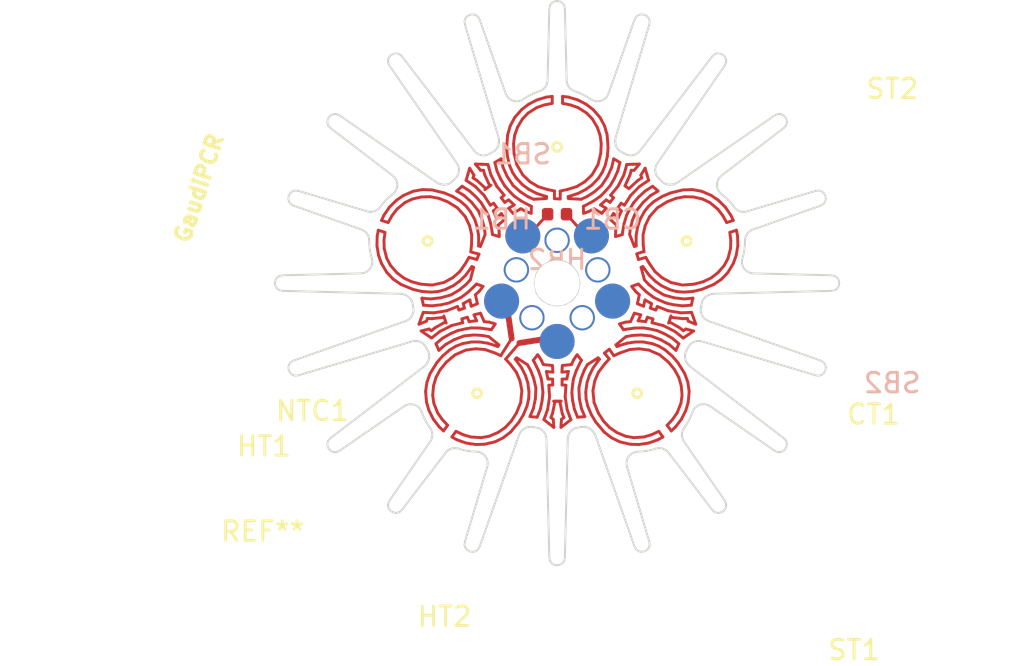
<source format=kicad_pcb>
(kicad_pcb (version 20171130) (host pcbnew 5.0.2-bee76a0~70~ubuntu18.04.1)
  (layers (0 F.Cu signal) (31 B.Cu signal) (35 F.Paste user) (36 B.SilkS user) (37 F.SilkS user) (38 B.Mask user) (39 F.Mask user) (44 Edge.Cuts user))
  (net 0 "")
  (net 1 "Net-(NTC1-Pad1)")
  (net 2 "Net-(NTC1-Pad2)")
  (net 3 "Net-(CB1-Pad1)")
  (net 4 "Net-(HB1-Pad1)")
  (module GaudiLabsFootPrints:SolderPad1_8mm (layer B.Cu) (at 101.7633 97.5729)
    (fp_text reference SB2 (at 15.46 7.56) (layer B.SilkS) (effects (justify mirror)))
    (fp_text value PAD)
    (pad 1 smd circle (at 0 0) (size 1.8 1.8) (layers B.Cu B.Paste B.Mask) (net 1 "Net-(NTC1-Pad1)"))
  )
  (module GaudiLabsFootPrints:SolderPad1_8mm (layer F.Cu) (at 101.7633 97.5729)
    (fp_text reference ST2 (at 15.46 -7.56) (layer F.SilkS))
    (fp_text value PAD)
    (pad 1 smd circle (at 0 0) (size 1.8 1.8) (layers F.Cu F.Paste F.Mask) (net 1 "Net-(NTC1-Pad1)"))
  )
  (module GaudiLabsFootPrints:SolderPad1_8mm (layer F.Cu) (at 98.2366 97.5729)
    (fp_text reference ST1 (at 17.03 21.28) (layer F.SilkS))
    (fp_text value PAD)
    (pad 1 smd circle (at 0 0) (size 1.8 1.8) (layers F.Cu F.Paste F.Mask) (net 2 "Net-(NTC1-Pad2)"))
  )
  (module GaudiLabsFootPrints:SolderPad1_8mm (layer F.Cu) (at 97.1468 100.927)
    (fp_text reference HT1 (at -12.22 7.46) (layer F.SilkS))
    (fp_text value PAD)
    (pad 1 smd circle (at 0 0) (size 1.8 1.8) (layers F.Cu F.Paste F.Mask) (net 4 "Net-(HB1-Pad1)"))
  )
  (module GaudiLabsFootPrints:SolderPad1_8mm (layer F.Cu) (at 100 103)
    (fp_text reference HT2 (at -5.78 14.14) (layer F.SilkS))
    (fp_text value PAD)
    (pad 1 smd circle (at 0 0) (size 1.8 1.8) (layers F.Cu F.Paste F.Mask) (net 4 "Net-(HB1-Pad1)"))
  )
  (module GaudiLabsFootPrints:SolderPad1_8mm (layer F.Cu) (at 102.853 100.927)
    (fp_text reference CT1 (at 13.41 5.82) (layer F.SilkS))
    (fp_text value PAD)
    (pad 1 smd circle (at 0 0) (size 1.8 1.8) (layers F.Cu F.Paste F.Mask) (net 3 "Net-(CB1-Pad1)"))
  )
  (module Capacitor_SMD:C_0402_1005Metric (layer F.Cu) (at 99.999 96.459 180)
    (fp_text reference NTC1 (at 12.565 -10.11 180) (layer F.SilkS))
    (fp_text value Thermistor_NTC)
    (pad 2 smd roundrect (at 0.485 0 180) (size 0.59 0.64) (layers F.Cu F.Paste F.Mask) (net 2 "Net-(NTC1-Pad2)"))
    (pad 1 smd roundrect (at -0.485 0 180) (size 0.59 0.64) (layers F.Cu F.Paste F.Mask) (net 1 "Net-(NTC1-Pad1)"))
  )
  (module GaudiLabsFootPrints:Drill2_3 (layer F.Cu) (at 100 100)
    (fp_text reference REF** (at -15.125 12.764) (layer F.SilkS))
    (fp_text value Drill2_3)
    (pad "" np_thru_hole circle (at 0 0) (size 2.3 2.3) (drill 2.3) (layers *.Cu *.Mask))
  )
  (module GaudiLabsFootPrints:SolderPad1_8mm (layer B.Cu) (at 102.853 100.927)
    (fp_text reference CB1 (at 0 -4.2) (layer B.SilkS) (effects (justify mirror)))
    (fp_text value PAD)
    (pad 1 smd circle (at 0 0) (size 1.8 1.8) (layers B.Cu B.Paste B.Mask) (net 3 "Net-(CB1-Pad1)"))
  )
  (module GaudiLabsFootPrints:SolderPad1_8mm (layer B.Cu) (at 97.1468 100.927)
    (fp_text reference HB1 (at 0 -4.2) (layer B.SilkS) (effects (justify mirror)))
    (fp_text value PAD)
    (pad 1 smd circle (at 0 0) (size 1.8 1.8) (layers B.Cu B.Paste B.Mask) (net 4 "Net-(HB1-Pad1)"))
  )
  (module GaudiLabsFootPrints:SolderPad1_8mm (layer B.Cu) (at 100 103)
    (fp_text reference HB2 (at 0 -4.2) (layer B.SilkS) (effects (justify mirror)))
    (fp_text value PAD)
    (pad 1 smd circle (at 0 0) (size 1.8 1.8) (layers B.Cu B.Paste B.Mask) (net 4 "Net-(HB1-Pad1)"))
  )
  (module GaudiLabsFootPrints:SolderPad1_8mm (layer B.Cu) (at 98.2366 97.5729)
    (fp_text reference SB1 (at 0 -4.2) (layer B.SilkS) (effects (justify mirror)))
    (fp_text value PAD)
    (pad 1 smd circle (at 0 0) (size 1.8 1.8) (layers B.Cu B.Paste B.Mask) (net 2 "Net-(NTC1-Pad2)"))
  )
  (gr_circle (center 104.1145 105.663) (end 104.341216 105.663) (layer F.SilkS) (width 0.15))
  (gr_circle (center 95.886 105.663) (end 96.112716 105.663) (layer F.SilkS) (width 0.15))
  (gr_circle (center 93.342 97.837) (end 93.568716 97.837) (layer F.SilkS) (width 0.15))
  (gr_circle (center 106.657 97.837) (end 106.883716 97.837) (layer F.SilkS) (width 0.15))
  (gr_circle (center 100 93) (end 100.226716 93) (layer F.SilkS) (width 0.15))
  (gr_text GaudiPCR (at 81.596 95.118 72) (layer F.SilkS) (effects (font (size 0.8 0.8) (thickness 0.2))))
  (gr_line (start 93.226922 107.05272) (end 93.282102 107.15358) (layer Edge.Cuts) (width 0.1))
  (gr_line (start 93.282102 107.15358) (end 93.341132 107.25228) (layer Edge.Cuts) (width 0.1))
  (gr_line (start 108.718637 95.65723) (end 108.633557 95.57983) (layer Edge.Cuts) (width 0.1))
  (gr_line (start 108.800657 95.73783) (end 108.718637 95.65723) (layer Edge.Cuts) (width 0.1))
  (gr_line (start 109.640137 98.16234) (end 109.650407 98.04779) (layer Edge.Cuts) (width 0.1))
  (gr_line (start 109.625497 98.27637) (end 109.640137 98.16234) (layer Edge.Cuts) (width 0.1))
  (gr_line (start 113.606657 99.58821) (end 114.110177 99.60051) (layer Edge.Cuts) (width 0.1))
  (gr_line (start 113.103137 99.57591) (end 113.606657 99.58821) (layer Edge.Cuts) (width 0.1))
  (gr_line (start 109.63754 103.65026) (end 108.905842 103.43213) (layer Edge.Cuts) (width 0.1))
  (gr_line (start 110.369237 103.86839) (end 109.63754 103.65026) (layer Edge.Cuts) (width 0.1))
  (gr_line (start 109.157447 96.16233) (end 109.227767 96.22323) (layer Edge.Cuts) (width 0.1))
  (gr_line (start 109.096377 96.08993) (end 109.157447 96.16233) (layer Edge.Cuts) (width 0.1))
  (gr_line (start 98.949023 100.50377) (end 99.20942 100.8633) (layer Edge.Cuts) (width 0.1))
  (gr_line (start 98.850403 100.00044) (end 98.949023 100.50377) (layer Edge.Cuts) (width 0.1))
  (gr_line (start 110.585537 99.51441) (end 111.089057 99.52671) (layer Edge.Cuts) (width 0.1))
  (gr_line (start 110.082057 99.50218) (end 110.585537 99.51441) (layer Edge.Cuts) (width 0.1))
  (gr_line (start 108.174144 103.214) (end 107.442447 102.99587) (layer Edge.Cuts) (width 0.1))
  (gr_line (start 108.905842 103.43213) (end 108.174144 103.214) (layer Edge.Cuts) (width 0.1))
  (gr_line (start 113.812069 104.33613) (end 113.781669 104.193) (layer Edge.Cuts) (width 0.1))
  (gr_line (start 113.790579 104.48115) (end 113.812069 104.33613) (layer Edge.Cuts) (width 0.1))
  (gr_line (start 112.56433 104.52277) (end 111.832632 104.30464) (layer Edge.Cuts) (width 0.1))
  (gr_line (start 113.296027 104.7409) (end 112.56433 104.52277) (layer Edge.Cuts) (width 0.1))
  (gr_line (start 107.336636 102.97437) (end 107.231237 102.97237) (layer Edge.Cuts) (width 0.1))
  (gr_line (start 107.442447 102.99587) (end 107.336636 102.97437) (layer Edge.Cuts) (width 0.1))
  (gr_line (start 107.916587 100.56825) (end 107.889327 100.57625) (layer Edge.Cuts) (width 0.1))
  (gr_line (start 107.944187 100.56125) (end 107.916587 100.56825) (layer Edge.Cuts) (width 0.1))
  (gr_line (start 107.818547 100.60586) (end 107.824447 100.60386) (layer Edge.Cuts) (width 0.1))
  (gr_line (start 107.812647 100.60786) (end 107.818547 100.60586) (layer Edge.Cuts) (width 0.1))
  (gr_line (start 108.545507 95.50573) (end 108.454577 95.43493) (layer Edge.Cuts) (width 0.1))
  (gr_line (start 108.633557 95.57983) (end 108.545507 95.50573) (layer Edge.Cuts) (width 0.1))
  (gr_line (start 111.592577 99.53901) (end 112.096097 99.55131) (layer Edge.Cuts) (width 0.1))
  (gr_line (start 111.089057 99.52671) (end 111.592577 99.53901) (layer Edge.Cuts) (width 0.1))
  (gr_line (start 107.972067 100.55625) (end 107.944187 100.56125) (layer Edge.Cuts) (width 0.1))
  (gr_line (start 108.000187 100.55225) (end 107.972067 100.55625) (layer Edge.Cuts) (width 0.1))
  (gr_line (start 106.781764 108.5195) (end 107.044002 108.89963) (layer Edge.Cuts) (width 0.1))
  (gr_line (start 106.519567 108.1394) (end 106.781764 108.5195) (layer Edge.Cuts) (width 0.1))
  (gr_line (start 106.472067 108.0574) (end 106.519567 108.1394) (layer Edge.Cuts) (width 0.1))
  (gr_line (start 106.438577 107.9706) (end 106.472067 108.0574) (layer Edge.Cuts) (width 0.1))
  (gr_line (start 106.419067 107.8807) (end 106.438577 107.9706) (layer Edge.Cuts) (width 0.1))
  (gr_line (start 99.578589 98.92187) (end 99.21014 99.13758) (layer Edge.Cuts) (width 0.1))
  (gr_line (start 100.000885 98.84997) (end 99.578589 98.92187) (layer Edge.Cuts) (width 0.1))
  (gr_line (start 106.573297 103.78572) (end 106.580997 103.86242) (layer Edge.Cuts) (width 0.1))
  (gr_line (start 106.575497 103.70862) (end 106.573297 103.78572) (layer Edge.Cuts) (width 0.1))
  (gr_line (start 106.587577 103.63222) (end 106.575497 103.70862) (layer Edge.Cuts) (width 0.1))
  (gr_line (start 106.609617 103.55742) (end 106.587577 103.63222) (layer Edge.Cuts) (width 0.1))
  (gr_line (start 106.641657 103.48522) (end 106.609617 103.55742) (layer Edge.Cuts) (width 0.1))
  (gr_line (start 100.422221 101.07901) (end 100.79067 100.8633) (layer Edge.Cuts) (width 0.1))
  (gr_line (start 99.999925 101.15091) (end 100.422221 101.07901) (layer Edge.Cuts) (width 0.1))
  (gr_line (start 107.806747 100.60986) (end 107.812647 100.60786) (layer Edge.Cuts) (width 0.1))
  (gr_line (start 107.800847 100.61186) (end 107.806747 100.60986) (layer Edge.Cuts) (width 0.1))
  (gr_line (start 105.337077 108.48636) (end 105.245307 108.48036) (layer Edge.Cuts) (width 0.1))
  (gr_line (start 105.426347 108.50656) (end 105.337077 108.48636) (layer Edge.Cuts) (width 0.1))
  (gr_line (start 105.511517 108.54006) (end 105.426347 108.50656) (layer Edge.Cuts) (width 0.1))
  (gr_line (start 105.590987 108.58636) (end 105.511517 108.54006) (layer Edge.Cuts) (width 0.1))
  (gr_line (start 105.663167 108.64506) (end 105.590987 108.58636) (layer Edge.Cuts) (width 0.1))
  (gr_line (start 105.726457 108.71556) (end 105.663167 108.64506) (layer Edge.Cuts) (width 0.1))
  (gr_line (start 106.006951 109.08243) (end 105.726457 108.71556) (layer Edge.Cuts) (width 0.1))
  (gr_line (start 106.287445 109.4493) (end 106.006951 109.08243) (layer Edge.Cuts) (width 0.1))
  (gr_line (start 106.567938 109.81617) (end 106.287445 109.4493) (layer Edge.Cuts) (width 0.1))
  (gr_line (start 106.848432 110.18305) (end 106.567938 109.81617) (layer Edge.Cuts) (width 0.1))
  (gr_line (start 109.522047 107.47344) (end 109.107457 107.18743) (layer Edge.Cuts) (width 0.1))
  (gr_line (start 109.936637 107.75944) (end 109.522047 107.47344) (layer Edge.Cuts) (width 0.1))
  (gr_line (start 110.351227 108.04545) (end 109.936637 107.75944) (layer Edge.Cuts) (width 0.1))
  (gr_line (start 110.765817 108.33145) (end 110.351227 108.04545) (layer Edge.Cuts) (width 0.1))
  (gr_line (start 111.180407 108.61746) (end 110.765817 108.33145) (layer Edge.Cuts) (width 0.1))
  (gr_line (start 111.766578 108.1011) (end 111.650487 107.97042) (layer Edge.Cuts) (width 0.1))
  (gr_line (start 111.811728 108.24644) (end 111.766578 108.1011) (layer Edge.Cuts) (width 0.1))
  (gr_line (start 111.796428 108.39199) (end 111.811728 108.24644) (layer Edge.Cuts) (width 0.1))
  (gr_line (start 108.685477 111.4928) (end 108.687477 111.34062) (layer Edge.Cuts) (width 0.1))
  (gr_line (start 108.625947 111.62649) (end 108.685477 111.4928) (layer Edge.Cuts) (width 0.1))
  (gr_line (start 108.523299 111.73122) (end 108.625947 111.62649) (layer Edge.Cuts) (width 0.1))
  (gr_line (start 108.391979 111.79652) (end 108.523299 111.73122) (layer Edge.Cuts) (width 0.1))
  (gr_line (start 108.246428 111.81182) (end 108.391979 111.79652) (layer Edge.Cuts) (width 0.1))
  (gr_line (start 108.10109 111.76662) (end 108.246428 111.81182) (layer Edge.Cuts) (width 0.1))
  (gr_line (start 107.970407 111.65053) (end 108.10109 111.76662) (layer Edge.Cuts) (width 0.1))
  (gr_line (start 107.735835 106.26201) (end 107.601513 106.22811) (layer Edge.Cuts) (width 0.1))
  (gr_line (start 107.863687 106.32941) (end 107.735835 106.26201) (layer Edge.Cuts) (width 0.1))
  (gr_line (start 108.278277 106.61542) (end 107.863687 106.32941) (layer Edge.Cuts) (width 0.1))
  (gr_line (start 108.692867 106.90142) (end 108.278277 106.61542) (layer Edge.Cuts) (width 0.1))
  (gr_line (start 109.107457 107.18743) (end 108.692867 106.90142) (layer Edge.Cuts) (width 0.1))
  (gr_line (start 109.656307 97.93284) (end 109.657807 97.81763) (layer Edge.Cuts) (width 0.1))
  (gr_line (start 109.650407 98.04779) (end 109.656307 97.93284) (layer Edge.Cuts) (width 0.1))
  (gr_line (start 107.104976 106.39261) (end 107.017386 106.49996) (layer Edge.Cuts) (width 0.1))
  (gr_line (start 107.212454 106.31001) (end 107.104976 106.39261) (layer Edge.Cuts) (width 0.1))
  (gr_line (start 107.334551 106.25391) (end 107.212454 106.31001) (layer Edge.Cuts) (width 0.1))
  (gr_line (start 107.465994 106.22611) (end 107.334551 106.25391) (layer Edge.Cuts) (width 0.1))
  (gr_line (start 107.601513 106.22811) (end 107.465994 106.22611) (layer Edge.Cuts) (width 0.1))
  (gr_line (start 109.555497 98.61409) (end 109.583157 98.50237) (layer Edge.Cuts) (width 0.1))
  (gr_line (start 109.523527 98.72479) (end 109.555497 98.61409) (layer Edge.Cuts) (width 0.1))
  (gr_line (start 106.687657 103.39612) (end 106.698967 103.37372) (layer Edge.Cuts) (width 0.1))
  (gr_line (start 106.676267 103.41842) (end 106.687657 103.39612) (layer Edge.Cuts) (width 0.1))
  (gr_line (start 106.664807 103.44072) (end 106.676267 103.41842) (layer Edge.Cuts) (width 0.1))
  (gr_line (start 106.653267 103.46302) (end 106.664807 103.44072) (layer Edge.Cuts) (width 0.1))
  (gr_line (start 106.641657 103.48522) (end 106.653267 103.46302) (layer Edge.Cuts) (width 0.1))
  (gr_line (start 114.280891 100.36282) (end 114.402829 100.27182) (layer Edge.Cuts) (width 0.1))
  (gr_line (start 114.110177 100.40032) (end 114.280891 100.36282) (layer Edge.Cuts) (width 0.1))
  (gr_line (start 111.766588 91.899748) (end 111.811738 91.75441) (layer Edge.Cuts) (width 0.1))
  (gr_line (start 111.650497 92.030431) (end 111.766588 91.899748) (layer Edge.Cuts) (width 0.1))
  (gr_line (start 113.69387 95.93218) (end 113.78166 95.80792) (layer Edge.Cuts) (width 0.1))
  (gr_line (start 113.543167 96.02058) (end 113.69387 95.93218) (layer Edge.Cuts) (width 0.1))
  (gr_line (start 107.862437 100.58525) (end 107.835977 100.59585) (layer Edge.Cuts) (width 0.1))
  (gr_line (start 107.889327 100.57625) (end 107.862437 100.58525) (layer Edge.Cuts) (width 0.1))
  (gr_line (start 107.830247 100.60186) (end 107.836047 100.59986) (layer Edge.Cuts) (width 0.1))
  (gr_line (start 107.824447 100.60386) (end 107.830247 100.60186) (layer Edge.Cuts) (width 0.1))
  (gr_line (start 106.721367 103.32892) (end 106.732457 103.30642) (layer Edge.Cuts) (width 0.1))
  (gr_line (start 106.710207 103.35132) (end 106.721367 103.32892) (layer Edge.Cuts) (width 0.1))
  (gr_line (start 106.698967 103.37372) (end 106.710207 103.35132) (layer Edge.Cuts) (width 0.1))
  (gr_line (start 108.81361 100.52982) (end 108.056957 100.54832) (layer Edge.Cuts) (width 0.1))
  (gr_line (start 109.570262 100.51132) (end 108.81361 100.52982) (layer Edge.Cuts) (width 0.1))
  (gr_line (start 107.030603 103.02137) (end 106.939833 103.07077) (layer Edge.Cuts) (width 0.1))
  (gr_line (start 107.128483 102.98827) (end 107.030603 103.02137) (layer Edge.Cuts) (width 0.1))
  (gr_line (start 107.231237 102.97237) (end 107.128483 102.98827) (layer Edge.Cuts) (width 0.1))
  (gr_line (start 113.81206 95.66479) (end 113.79057 95.51977) (layer Edge.Cuts) (width 0.1))
  (gr_line (start 113.78166 95.80792) (end 113.81206 95.66479) (layer Edge.Cuts) (width 0.1))
  (gr_line (start 108.849631 94.17185) (end 108.449507 94.47777) (layer Edge.Cuts) (width 0.1))
  (gr_line (start 109.249754 93.86594) (end 108.849631 94.17185) (layer Edge.Cuts) (width 0.1))
  (gr_line (start 114.475989 99.8559) (end 114.402829 99.72916) (layer Edge.Cuts) (width 0.1))
  (gr_line (start 114.500379 100.00049) (end 114.475989 99.8559) (layer Edge.Cuts) (width 0.1))
  (gr_line (start 109.942323 102.71223) (end 110.662492 102.96584) (layer Edge.Cuts) (width 0.1))
  (gr_line (start 109.222154 102.45862) (end 109.942323 102.71223) (layer Edge.Cuts) (width 0.1))
  (gr_line (start 110.198063 96.18351) (end 110.64063 96.05157) (layer Edge.Cuts) (width 0.1))
  (gr_line (start 109.755497 96.31544) (end 110.198063 96.18351) (layer Edge.Cuts) (width 0.1))
  (gr_line (start 109.606497 98.38976) (end 109.625497 98.27637) (layer Edge.Cuts) (width 0.1))
  (gr_line (start 109.583157 98.50237) (end 109.606497 98.38976) (layer Edge.Cuts) (width 0.1))
  (gr_line (start 108.028497 100.54925) (end 108.000187 100.55225) (layer Edge.Cuts) (width 0.1))
  (gr_line (start 108.056957 100.54832) (end 108.028497 100.54925) (layer Edge.Cuts) (width 0.1))
  (gr_line (start 107.794947 100.61386) (end 107.800847 100.61186) (layer Edge.Cuts) (width 0.1))
  (gr_line (start 107.789047 100.61586) (end 107.794947 100.61386) (layer Edge.Cuts) (width 0.1))
  (gr_line (start 106.796777 104.25602) (end 106.818087 104.27482) (layer Edge.Cuts) (width 0.1))
  (gr_line (start 106.776407 104.23622) (end 106.796777 104.25602) (layer Edge.Cuts) (width 0.1))
  (gr_line (start 106.757007 104.21552) (end 106.776407 104.23622) (layer Edge.Cuts) (width 0.1))
  (gr_line (start 106.738607 104.19392) (end 106.757007 104.21552) (layer Edge.Cuts) (width 0.1))
  (gr_line (start 106.721247 104.17142) (end 106.738607 104.19392) (layer Edge.Cuts) (width 0.1))
  (gr_line (start 111.049222 107.51073) (end 111.650497 107.97044) (layer Edge.Cuts) (width 0.1))
  (gr_line (start 110.447947 107.05102) (end 111.049222 107.51073) (layer Edge.Cuts) (width 0.1))
  (gr_line (start 109.846672 106.59131) (end 110.447947 107.05102) (layer Edge.Cuts) (width 0.1))
  (gr_line (start 109.245397 106.13161) (end 109.846672 106.59131) (layer Edge.Cuts) (width 0.1))
  (gr_line (start 108.644122 105.6719) (end 109.245397 106.13161) (layer Edge.Cuts) (width 0.1))
  (gr_line (start 111.100935 104.08651) (end 110.369237 103.86839) (layer Edge.Cuts) (width 0.1))
  (gr_line (start 111.832632 104.30464) (end 111.100935 104.08651) (layer Edge.Cuts) (width 0.1))
  (gr_line (start 106.673247 104.09902) (end 106.669947 104.09402) (layer Edge.Cuts) (width 0.1))
  (gr_line (start 106.676547 104.10402) (end 106.673247 104.09902) (layer Edge.Cuts) (width 0.1))
  (gr_line (start 106.679847 104.10902) (end 106.676547 104.10402) (layer Edge.Cuts) (width 0.1))
  (gr_line (start 106.683147 104.11402) (end 106.679847 104.10902) (layer Edge.Cuts) (width 0.1))
  (gr_line (start 106.686447 104.11902) (end 106.683147 104.11402) (layer Edge.Cuts) (width 0.1))
  (gr_line (start 113.469923 95.24302) (end 113.296018 95.26002) (layer Edge.Cuts) (width 0.1))
  (gr_line (start 113.613991 95.29192) (end 113.469923 95.24302) (layer Edge.Cuts) (width 0.1))
  (gr_line (start 110.494019 97.09436) (end 110.058427 97.24776) (layer Edge.Cuts) (width 0.1))
  (gr_line (start 110.929612 96.94097) (end 110.494019 97.09436) (layer Edge.Cuts) (width 0.1))
  (gr_line (start 108.229482 95.09102) (end 108.274792 95.21876) (layer Edge.Cuts) (width 0.1))
  (gr_line (start 108.213902 94.95758) (end 108.229482 95.09102) (layer Edge.Cuts) (width 0.1))
  (gr_line (start 109.649878 93.56002) (end 109.249754 93.86594) (layer Edge.Cuts) (width 0.1))
  (gr_line (start 110.050002 93.2541) (end 109.649878 93.56002) (layer Edge.Cuts) (width 0.1))
  (gr_line (start 99.57769 101.07901) (end 99.999925 101.15091) (layer Edge.Cuts) (width 0.1))
  (gr_line (start 99.20942 100.8633) (end 99.57769 101.07901) (layer Edge.Cuts) (width 0.1))
  (gr_line (start 100.362793 114.28092) (end 100.400293 114.11021) (layer Edge.Cuts) (width 0.1))
  (gr_line (start 100.271743 114.40286) (end 100.362793 114.28092) (layer Edge.Cuts) (width 0.1))
  (gr_line (start 100.145 114.47606) (end 100.271743 114.40286) (layer Edge.Cuts) (width 0.1))
  (gr_line (start 100.00041 114.50046) (end 100.145 114.47606) (layer Edge.Cuts) (width 0.1))
  (gr_line (start 99.85582 114.47606) (end 100.00041 114.50046) (layer Edge.Cuts) (width 0.1))
  (gr_line (start 99.729077 114.40286) (end 99.85582 114.47606) (layer Edge.Cuts) (width 0.1))
  (gr_line (start 99.638027 114.28092) (end 99.729077 114.40286) (layer Edge.Cuts) (width 0.1))
  (gr_line (start 99.600527 114.11021) (end 99.638027 114.28092) (layer Edge.Cuts) (width 0.1))
  (gr_line (start 110.557393 91.8132) (end 111.180407 91.383411) (layer Edge.Cuts) (width 0.1))
  (gr_line (start 109.934379 92.242988) (end 110.557393 91.8132) (layer Edge.Cuts) (width 0.1))
  (gr_line (start 109.311366 92.672777) (end 109.934379 92.242988) (layer Edge.Cuts) (width 0.1))
  (gr_line (start 108.688352 93.102566) (end 109.311366 92.672777) (layer Edge.Cuts) (width 0.1))
  (gr_line (start 108.065338 93.53235) (end 108.688352 93.102566) (layer Edge.Cuts) (width 0.1))
  (gr_line (start 107.442325 93.96214) (end 108.065338 93.53235) (layer Edge.Cuts) (width 0.1))
  (gr_line (start 106.819311 94.39193) (end 107.442325 93.96214) (layer Edge.Cuts) (width 0.1))
  (gr_line (start 106.196307 94.82165) (end 106.819311 94.39193) (layer Edge.Cuts) (width 0.1))
  (gr_line (start 106.172477 94.83725) (end 106.196307 94.82165) (layer Edge.Cuts) (width 0.1))
  (gr_line (start 106.147977 94.85165) (end 106.172477 94.83725) (layer Edge.Cuts) (width 0.1))
  (gr_line (start 106.122847 94.86495) (end 106.147977 94.85165) (layer Edge.Cuts) (width 0.1))
  (gr_line (start 106.097127 94.87695) (end 106.122847 94.86495) (layer Edge.Cuts) (width 0.1))
  (gr_line (start 106.070867 94.88775) (end 106.097127 94.87695) (layer Edge.Cuts) (width 0.1))
  (gr_line (start 106.044117 94.89775) (end 106.070867 94.88775) (layer Edge.Cuts) (width 0.1))
  (gr_line (start 106.016907 94.90575) (end 106.044117 94.89775) (layer Edge.Cuts) (width 0.1))
  (gr_line (start 105.989287 94.91275) (end 106.016907 94.90575) (layer Edge.Cuts) (width 0.1))
  (gr_line (start 105.945887 94.92075) (end 105.939687 94.92275) (layer Edge.Cuts) (width 0.1))
  (gr_line (start 105.952087 94.91875) (end 105.945887 94.92075) (layer Edge.Cuts) (width 0.1))
  (gr_line (start 105.958287 94.91775) (end 105.952087 94.91875) (layer Edge.Cuts) (width 0.1))
  (gr_line (start 105.964487 94.91675) (end 105.958287 94.91775) (layer Edge.Cuts) (width 0.1))
  (gr_line (start 105.970687 94.91575) (end 105.964487 94.91675) (layer Edge.Cuts) (width 0.1))
  (gr_line (start 105.976887 94.91475) (end 105.970687 94.91575) (layer Edge.Cuts) (width 0.1))
  (gr_line (start 105.983087 94.91375) (end 105.976887 94.91475) (layer Edge.Cuts) (width 0.1))
  (gr_line (start 105.989287 94.91275) (end 105.983087 94.91375) (layer Edge.Cuts) (width 0.1))
  (gr_line (start 105.862027 94.93829) (end 105.939827 94.92449) (layer Edge.Cuts) (width 0.1))
  (gr_line (start 105.784097 94.94229) (end 105.862027 94.93829) (layer Edge.Cuts) (width 0.1))
  (gr_line (start 105.706987 94.93529) (end 105.784097 94.94229) (layer Edge.Cuts) (width 0.1))
  (gr_line (start 105.631647 94.91899) (end 105.706987 94.93529) (layer Edge.Cuts) (width 0.1))
  (gr_line (start 105.559017 94.89309) (end 105.631647 94.91899) (layer Edge.Cuts) (width 0.1))
  (gr_line (start 105.490047 94.85799) (end 105.559017 94.89309) (layer Edge.Cuts) (width 0.1))
  (gr_line (start 105.425697 94.81389) (end 105.490047 94.85799) (layer Edge.Cuts) (width 0.1))
  (gr_line (start 105.366897 94.76109) (end 105.425697 94.81389) (layer Edge.Cuts) (width 0.1))
  (gr_line (start 105.242857 94.63699) (end 105.224897 94.61949) (layer Edge.Cuts) (width 0.1))
  (gr_line (start 105.260757 94.65449) (end 105.242857 94.63699) (layer Edge.Cuts) (width 0.1))
  (gr_line (start 105.278597 94.67209) (end 105.260757 94.65449) (layer Edge.Cuts) (width 0.1))
  (gr_line (start 105.296377 94.68979) (end 105.278597 94.67209) (layer Edge.Cuts) (width 0.1))
  (gr_line (start 105.314097 94.70749) (end 105.296377 94.68979) (layer Edge.Cuts) (width 0.1))
  (gr_line (start 105.331757 94.72529) (end 105.314097 94.70749) (layer Edge.Cuts) (width 0.1))
  (gr_line (start 105.349357 94.74319) (end 105.331757 94.72529) (layer Edge.Cuts) (width 0.1))
  (gr_line (start 105.366897 94.76109) (end 105.349357 94.74319) (layer Edge.Cuts) (width 0.1))
  (gr_line (start 105.154477 94.53753) (end 105.224897 94.61933) (layer Edge.Cuts) (width 0.1))
  (gr_line (start 105.100987 94.44673) (end 105.154477 94.53753) (layer Edge.Cuts) (width 0.1))
  (gr_line (start 105.064667 94.34933) (end 105.100987 94.44673) (layer Edge.Cuts) (width 0.1))
  (gr_line (start 105.045757 94.24775) (end 105.064667 94.34933) (layer Edge.Cuts) (width 0.1))
  (gr_line (start 105.044457 94.14442) (end 105.045757 94.24775) (layer Edge.Cuts) (width 0.1))
  (gr_line (start 105.061087 94.04178) (end 105.044457 94.14442) (layer Edge.Cuts) (width 0.1))
  (gr_line (start 105.095837 93.94228) (end 105.061087 94.04178) (layer Edge.Cuts) (width 0.1))
  (gr_line (start 105.148957 93.84828) (end 105.095837 93.94228) (layer Edge.Cuts) (width 0.1))
  (gr_line (start 105.582516 93.2198) (end 105.148957 93.84828) (layer Edge.Cuts) (width 0.1))
  (gr_line (start 106.016074 92.591318) (end 105.582516 93.2198) (layer Edge.Cuts) (width 0.1))
  (gr_line (start 106.449633 91.962837) (end 106.016074 92.591318) (layer Edge.Cuts) (width 0.1))
  (gr_line (start 106.883192 91.334356) (end 106.449633 91.962837) (layer Edge.Cuts) (width 0.1))
  (gr_line (start 107.316751 90.705874) (end 106.883192 91.334356) (layer Edge.Cuts) (width 0.1))
  (gr_line (start 107.75031 90.077393) (end 107.316751 90.705874) (layer Edge.Cuts) (width 0.1))
  (gr_line (start 108.183868 89.448912) (end 107.75031 90.077393) (layer Edge.Cuts) (width 0.1))
  (gr_line (start 108.617427 88.820431) (end 108.183868 89.448912) (layer Edge.Cuts) (width 0.1))
  (gr_line (start 108.101089 88.23432) (end 107.970408 88.350348) (layer Edge.Cuts) (width 0.1))
  (gr_line (start 108.246408 88.18921) (end 108.101089 88.23432) (layer Edge.Cuts) (width 0.1))
  (gr_line (start 108.391932 88.20452) (end 108.246408 88.18921) (layer Edge.Cuts) (width 0.1))
  (gr_line (start 108.523227 88.26977) (end 108.391932 88.20452) (layer Edge.Cuts) (width 0.1))
  (gr_line (start 108.625857 88.374473) (end 108.523227 88.26977) (layer Edge.Cuts) (width 0.1))
  (gr_line (start 108.685387 88.508142) (end 108.625857 88.374473) (layer Edge.Cuts) (width 0.1))
  (gr_line (start 108.687387 88.66029) (end 108.685387 88.508142) (layer Edge.Cuts) (width 0.1))
  (gr_line (start 108.617427 88.820431) (end 108.687387 88.66029) (layer Edge.Cuts) (width 0.1))
  (gr_line (start 107.506664 88.956901) (end 107.970407 88.350351) (layer Edge.Cuts) (width 0.1))
  (gr_line (start 107.042922 89.563451) (end 107.506664 88.956901) (layer Edge.Cuts) (width 0.1))
  (gr_line (start 106.579179 90.170001) (end 107.042922 89.563451) (layer Edge.Cuts) (width 0.1))
  (gr_line (start 106.115437 90.776551) (end 106.579179 90.170001) (layer Edge.Cuts) (width 0.1))
  (gr_line (start 105.651694 91.3831) (end 106.115437 90.776551) (layer Edge.Cuts) (width 0.1))
  (gr_line (start 105.187952 91.98965) (end 105.651694 91.3831) (layer Edge.Cuts) (width 0.1))
  (gr_line (start 104.72421 92.5962) (end 105.187952 91.98965) (layer Edge.Cuts) (width 0.1))
  (gr_line (start 104.260467 93.20275) (end 104.72421 92.5962) (layer Edge.Cuts) (width 0.1))
  (gr_line (start 104.187486 93.28195) (end 104.260466 93.20235) (layer Edge.Cuts) (width 0.1))
  (gr_line (start 104.103566 93.34575) (end 104.187486 93.28195) (layer Edge.Cuts) (width 0.1))
  (gr_line (start 104.011086 93.39325) (end 104.103566 93.34575) (layer Edge.Cuts) (width 0.1))
  (gr_line (start 103.912426 93.42395) (end 104.011086 93.39325) (layer Edge.Cuts) (width 0.1))
  (gr_line (start 103.809966 93.43735) (end 103.912426 93.42395) (layer Edge.Cuts) (width 0.1))
  (gr_line (start 103.706084 93.43335) (end 103.809966 93.43735) (layer Edge.Cuts) (width 0.1))
  (gr_line (start 103.603157 93.41055) (end 103.706084 93.43335) (layer Edge.Cuts) (width 0.1))
  (gr_line (start 103.503567 93.36885) (end 103.603157 93.41055) (layer Edge.Cuts) (width 0.1))
  (gr_line (start 103.347437 93.28875) (end 103.324977 93.27755) (layer Edge.Cuts) (width 0.1))
  (gr_line (start 103.369857 93.29995) (end 103.347437 93.28875) (layer Edge.Cuts) (width 0.1))
  (gr_line (start 103.392237 93.31125) (end 103.369857 93.29995) (layer Edge.Cuts) (width 0.1))
  (gr_line (start 103.414577 93.32265) (end 103.392237 93.31125) (layer Edge.Cuts) (width 0.1))
  (gr_line (start 103.436877 93.33405) (end 103.414577 93.32265) (layer Edge.Cuts) (width 0.1))
  (gr_line (start 103.459147 93.34555) (end 103.436877 93.33405) (layer Edge.Cuts) (width 0.1))
  (gr_line (start 103.481377 93.35715) (end 103.459147 93.34555) (layer Edge.Cuts) (width 0.1))
  (gr_line (start 103.503567 93.36885) (end 103.481377 93.35715) (layer Edge.Cuts) (width 0.1))
  (gr_line (start 103.256607 93.237911) (end 103.324977 93.277511) (layer Edge.Cuts) (width 0.1))
  (gr_line (start 103.194797 93.190311) (end 103.256607 93.237911) (layer Edge.Cuts) (width 0.1))
  (gr_line (start 103.140097 93.135611) (end 103.194797 93.190311) (layer Edge.Cuts) (width 0.1))
  (gr_line (start 103.093057 93.074531) (end 103.140097 93.135611) (layer Edge.Cuts) (width 0.1))
  (gr_line (start 103.054227 93.007931) (end 103.093057 93.074531) (layer Edge.Cuts) (width 0.1))
  (gr_line (start 103.024167 92.936621) (end 103.054227 93.007931) (layer Edge.Cuts) (width 0.1))
  (gr_line (start 103.003417 92.861431) (end 103.024167 92.936621) (layer Edge.Cuts) (width 0.1))
  (gr_line (start 102.992527 92.783171) (end 103.003417 92.861431) (layer Edge.Cuts) (width 0.1))
  (gr_line (start 102.989074 92.739071) (end 102.988527 92.732771) (layer Edge.Cuts) (width 0.1))
  (gr_line (start 102.989608 92.745371) (end 102.989074 92.739071) (layer Edge.Cuts) (width 0.1))
  (gr_line (start 102.990128 92.751671) (end 102.989608 92.745371) (layer Edge.Cuts) (width 0.1))
  (gr_line (start 102.990634 92.757971) (end 102.990128 92.751671) (layer Edge.Cuts) (width 0.1))
  (gr_line (start 102.991128 92.764271) (end 102.990634 92.757971) (layer Edge.Cuts) (width 0.1))
  (gr_line (start 102.991608 92.770571) (end 102.991128 92.764271) (layer Edge.Cuts) (width 0.1))
  (gr_line (start 102.992074 92.776871) (end 102.991608 92.770571) (layer Edge.Cuts) (width 0.1))
  (gr_line (start 102.992527 92.783171) (end 102.992074 92.776871) (layer Edge.Cuts) (width 0.1))
  (gr_line (start 102.98652 92.704071) (end 102.98842 92.732501) (layer Edge.Cuts) (width 0.1))
  (gr_line (start 102.986 92.675631) (end 102.98652 92.704071) (layer Edge.Cuts) (width 0.1))
  (gr_line (start 102.986827 92.647231) (end 102.986 92.675631) (layer Edge.Cuts) (width 0.1))
  (gr_line (start 102.989027 92.618921) (end 102.986827 92.647231) (layer Edge.Cuts) (width 0.1))
  (gr_line (start 102.992527 92.590741) (end 102.989027 92.618921) (layer Edge.Cuts) (width 0.1))
  (gr_line (start 102.997327 92.562741) (end 102.992527 92.590741) (layer Edge.Cuts) (width 0.1))
  (gr_line (start 103.003527 92.534971) (end 102.997327 92.562741) (layer Edge.Cuts) (width 0.1))
  (gr_line (start 103.011027 92.507481) (end 103.003527 92.534971) (layer Edge.Cuts) (width 0.1))
  (gr_line (start 103.227258 91.782147) (end 103.011027 92.507481) (layer Edge.Cuts) (width 0.1))
  (gr_line (start 103.44349 91.056814) (end 103.227258 91.782147) (layer Edge.Cuts) (width 0.1))
  (gr_line (start 103.659721 90.33148) (end 103.44349 91.056814) (layer Edge.Cuts) (width 0.1))
  (gr_line (start 103.875952 89.606146) (end 103.659721 90.33148) (layer Edge.Cuts) (width 0.1))
  (gr_line (start 104.092183 88.880812) (end 103.875952 89.606146) (layer Edge.Cuts) (width 0.1))
  (gr_line (start 104.308415 88.155479) (end 104.092183 88.880812) (layer Edge.Cuts) (width 0.1))
  (gr_line (start 104.524646 87.430145) (end 104.308415 88.155479) (layer Edge.Cuts) (width 0.1))
  (gr_line (start 104.740877 86.704811) (end 104.524646 87.430145) (layer Edge.Cuts) (width 0.1))
  (gr_line (start 104.068672 86.306913) (end 103.980252 86.457684) (layer Edge.Cuts) (width 0.1))
  (gr_line (start 104.192941 86.219073) (end 104.068672 86.306913) (layer Edge.Cuts) (width 0.1))
  (gr_line (start 104.336089 86.188653) (end 104.192941 86.219073) (layer Edge.Cuts) (width 0.1))
  (gr_line (start 104.481139 86.210143) (end 104.336089 86.188653) (layer Edge.Cuts) (width 0.1))
  (gr_line (start 104.611117 86.278013) (end 104.481139 86.210143) (layer Edge.Cuts) (width 0.1))
  (gr_line (start 104.709047 86.386759) (end 104.611117 86.278013) (layer Edge.Cuts) (width 0.1))
  (gr_line (start 104.757957 86.530864) (end 104.709047 86.386759) (layer Edge.Cuts) (width 0.1))
  (gr_line (start 104.740877 86.704811) (end 104.757957 86.530864) (layer Edge.Cuts) (width 0.1))
  (gr_line (start 103.812957 86.932755) (end 103.980257 86.457681) (layer Edge.Cuts) (width 0.1))
  (gr_line (start 103.645657 87.407829) (end 103.812957 86.932755) (layer Edge.Cuts) (width 0.1))
  (gr_line (start 103.478357 87.882902) (end 103.645657 87.407829) (layer Edge.Cuts) (width 0.1))
  (gr_line (start 103.311057 88.357976) (end 103.478357 87.882902) (layer Edge.Cuts) (width 0.1))
  (gr_line (start 103.143757 88.83305) (end 103.311057 88.357976) (layer Edge.Cuts) (width 0.1))
  (gr_line (start 102.976457 89.308124) (end 103.143757 88.83305) (layer Edge.Cuts) (width 0.1))
  (gr_line (start 102.809157 89.783197) (end 102.976457 89.308124) (layer Edge.Cuts) (width 0.1))
  (gr_line (start 102.641856 90.258232) (end 102.809157 89.783197) (layer Edge.Cuts) (width 0.1))
  (gr_line (start 102.578056 90.387932) (end 102.641856 90.258232) (layer Edge.Cuts) (width 0.1))
  (gr_line (start 102.489336 90.494341) (end 102.578056 90.387932) (layer Edge.Cuts) (width 0.1))
  (gr_line (start 102.38099 90.575771) (end 102.489336 90.494341) (layer Edge.Cuts) (width 0.1))
  (gr_line (start 102.258307 90.630541) (end 102.38099 90.575771) (layer Edge.Cuts) (width 0.1))
  (gr_line (start 102.126577 90.656951) (end 102.258307 90.630541) (layer Edge.Cuts) (width 0.1))
  (gr_line (start 101.99109 90.653351) (end 102.126577 90.656951) (layer Edge.Cuts) (width 0.1))
  (gr_line (start 101.857137 90.617991) (end 101.99109 90.653351) (layer Edge.Cuts) (width 0.1))
  (gr_line (start 101.730007 90.549211) (end 101.857137 90.617991) (layer Edge.Cuts) (width 0.1))
  (gr_line (start 101.017834 90.178241) (end 100.908709 90.141251) (layer Edge.Cuts) (width 0.1))
  (gr_line (start 101.12534 90.219341) (end 101.017834 90.178241) (layer Edge.Cuts) (width 0.1))
  (gr_line (start 101.231113 90.264501) (end 101.12534 90.219341) (layer Edge.Cuts) (width 0.1))
  (gr_line (start 101.33504 90.313661) (end 101.231113 90.264501) (layer Edge.Cuts) (width 0.1))
  (gr_line (start 101.437007 90.366771) (end 101.33504 90.313661) (layer Edge.Cuts) (width 0.1))
  (gr_line (start 101.536897 90.423771) (end 101.437007 90.366771) (layer Edge.Cuts) (width 0.1))
  (gr_line (start 101.634607 90.484601) (end 101.536897 90.423771) (layer Edge.Cuts) (width 0.1))
  (gr_line (start 101.730007 90.549211) (end 101.634607 90.484601) (layer Edge.Cuts) (width 0.1))
  (gr_line (start 100.820997 90.105551) (end 100.908757 90.141251) (layer Edge.Cuts) (width 0.1))
  (gr_line (start 100.741367 90.057481) (end 100.820997 90.105551) (layer Edge.Cuts) (width 0.1))
  (gr_line (start 100.670877 89.998371) (end 100.741367 90.057481) (layer Edge.Cuts) (width 0.1))
  (gr_line (start 100.610527 89.929561) (end 100.670877 89.998371) (layer Edge.Cuts) (width 0.1))
  (gr_line (start 100.561317 89.852391) (end 100.610527 89.929561) (layer Edge.Cuts) (width 0.1))
  (gr_line (start 100.524257 89.768191) (end 100.561317 89.852391) (layer Edge.Cuts) (width 0.1))
  (gr_line (start 100.500347 89.678301) (end 100.524257 89.768191) (layer Edge.Cuts) (width 0.1))
  (gr_line (start 100.490607 89.584061) (end 100.500347 89.678301) (layer Edge.Cuts) (width 0.1))
  (gr_line (start 100.479317 89.122386) (end 100.490607 89.584061) (layer Edge.Cuts) (width 0.1))
  (gr_line (start 100.468027 88.660711) (end 100.479317 89.122386) (layer Edge.Cuts) (width 0.1))
  (gr_line (start 100.456737 88.199036) (end 100.468027 88.660711) (layer Edge.Cuts) (width 0.1))
  (gr_line (start 100.445447 87.737361) (end 100.456737 88.199036) (layer Edge.Cuts) (width 0.1))
  (gr_line (start 100.434157 87.275686) (end 100.445447 87.737361) (layer Edge.Cuts) (width 0.1))
  (gr_line (start 100.422867 86.814011) (end 100.434157 87.275686) (layer Edge.Cuts) (width 0.1))
  (gr_line (start 100.411577 86.352336) (end 100.422867 86.814011) (layer Edge.Cuts) (width 0.1))
  (gr_line (start 100.400287 85.890661) (end 100.411577 86.352336) (layer Edge.Cuts) (width 0.1))
  (gr_line (start 99.638021 85.719947) (end 99.600521 85.890661) (layer Edge.Cuts) (width 0.1))
  (gr_line (start 99.729071 85.598009) (end 99.638021 85.719947) (layer Edge.Cuts) (width 0.1))
  (gr_line (start 99.855814 85.524849) (end 99.729071 85.598009) (layer Edge.Cuts) (width 0.1))
  (gr_line (start 100.000404 85.500459) (end 99.855814 85.524849) (layer Edge.Cuts) (width 0.1))
  (gr_line (start 100.144994 85.524849) (end 100.000404 85.500459) (layer Edge.Cuts) (width 0.1))
  (gr_line (start 100.271737 85.598009) (end 100.144994 85.524849) (layer Edge.Cuts) (width 0.1))
  (gr_line (start 100.362787 85.719947) (end 100.271737 85.598009) (layer Edge.Cuts) (width 0.1))
  (gr_line (start 100.400287 85.890661) (end 100.362787 85.719947) (layer Edge.Cuts) (width 0.1))
  (gr_line (start 99.589287 86.352336) (end 99.600577 85.890661) (layer Edge.Cuts) (width 0.1))
  (gr_line (start 99.577997 86.814011) (end 99.589287 86.352336) (layer Edge.Cuts) (width 0.1))
  (gr_line (start 99.566707 87.275686) (end 99.577997 86.814011) (layer Edge.Cuts) (width 0.1))
  (gr_line (start 99.555417 87.737361) (end 99.566707 87.275686) (layer Edge.Cuts) (width 0.1))
  (gr_line (start 99.544127 88.199036) (end 99.555417 87.737361) (layer Edge.Cuts) (width 0.1))
  (gr_line (start 99.532837 88.660711) (end 99.544127 88.199036) (layer Edge.Cuts) (width 0.1))
  (gr_line (start 99.521547 89.122386) (end 99.532837 88.660711) (layer Edge.Cuts) (width 0.1))
  (gr_line (start 99.510307 89.584051) (end 99.521547 89.122386) (layer Edge.Cuts) (width 0.1))
  (gr_line (start 99.500507 89.678291) (end 99.510307 89.584051) (layer Edge.Cuts) (width 0.1))
  (gr_line (start 99.476597 89.768181) (end 99.500507 89.678291) (layer Edge.Cuts) (width 0.1))
  (gr_line (start 99.439537 89.852381) (end 99.476597 89.768181) (layer Edge.Cuts) (width 0.1))
  (gr_line (start 99.390327 89.929551) (end 99.439537 89.852381) (layer Edge.Cuts) (width 0.1))
  (gr_line (start 99.329977 89.998361) (end 99.390327 89.929551) (layer Edge.Cuts) (width 0.1))
  (gr_line (start 99.259487 90.057471) (end 99.329977 89.998361) (layer Edge.Cuts) (width 0.1))
  (gr_line (start 99.179857 90.105541) (end 99.259487 90.057471) (layer Edge.Cuts) (width 0.1))
  (gr_line (start 99.092097 90.141241) (end 99.179857 90.105541) (layer Edge.Cuts) (width 0.1))
  (gr_line (start 98.366216 90.484591) (end 98.270816 90.549201) (layer Edge.Cuts) (width 0.1))
  (gr_line (start 98.463916 90.423761) (end 98.366216 90.484591) (layer Edge.Cuts) (width 0.1))
  (gr_line (start 98.563806 90.366761) (end 98.463916 90.423761) (layer Edge.Cuts) (width 0.1))
  (gr_line (start 98.665771 90.313651) (end 98.563806 90.366761) (layer Edge.Cuts) (width 0.1))
  (gr_line (start 98.769697 90.264491) (end 98.665771 90.313651) (layer Edge.Cuts) (width 0.1))
  (gr_line (start 98.875469 90.219331) (end 98.769697 90.264491) (layer Edge.Cuts) (width 0.1))
  (gr_line (start 98.982974 90.178231) (end 98.875469 90.219331) (layer Edge.Cuts) (width 0.1))
  (gr_line (start 99.092097 90.141241) (end 98.982974 90.178231) (layer Edge.Cuts) (width 0.1))
  (gr_line (start 98.143676 90.618031) (end 98.270806 90.549251) (layer Edge.Cuts) (width 0.1))
  (gr_line (start 98.009722 90.653391) (end 98.143676 90.618031) (layer Edge.Cuts) (width 0.1))
  (gr_line (start 97.874235 90.656991) (end 98.009722 90.653391) (layer Edge.Cuts) (width 0.1))
  (gr_line (start 97.742505 90.630581) (end 97.874235 90.656991) (layer Edge.Cuts) (width 0.1))
  (gr_line (start 97.619821 90.575811) (end 97.742505 90.630581) (layer Edge.Cuts) (width 0.1))
  (gr_line (start 97.511475 90.494381) (end 97.619821 90.575811) (layer Edge.Cuts) (width 0.1))
  (gr_line (start 97.422755 90.387971) (end 97.511475 90.494381) (layer Edge.Cuts) (width 0.1))
  (gr_line (start 97.358955 90.258271) (end 97.422755 90.387971) (layer Edge.Cuts) (width 0.1))
  (gr_line (start 97.191655 89.783197) (end 97.358955 90.258271) (layer Edge.Cuts) (width 0.1))
  (gr_line (start 97.024355 89.308124) (end 97.191655 89.783197) (layer Edge.Cuts) (width 0.1))
  (gr_line (start 96.857055 88.83305) (end 97.024355 89.308124) (layer Edge.Cuts) (width 0.1))
  (gr_line (start 96.689755 88.357976) (end 96.857055 88.83305) (layer Edge.Cuts) (width 0.1))
  (gr_line (start 96.522455 87.882902) (end 96.689755 88.357976) (layer Edge.Cuts) (width 0.1))
  (gr_line (start 96.355155 87.407829) (end 96.522455 87.882902) (layer Edge.Cuts) (width 0.1))
  (gr_line (start 96.187855 86.932755) (end 96.355155 87.407829) (layer Edge.Cuts) (width 0.1))
  (gr_line (start 96.020555 86.457681) (end 96.187855 86.932755) (layer Edge.Cuts) (width 0.1))
  (gr_line (start 95.242863 86.530861) (end 95.259943 86.704802) (layer Edge.Cuts) (width 0.1))
  (gr_line (start 95.291773 86.386762) (end 95.242863 86.530861) (layer Edge.Cuts) (width 0.1))
  (gr_line (start 95.389703 86.27802) (end 95.291773 86.386762) (layer Edge.Cuts) (width 0.1))
  (gr_line (start 95.519678 86.21015) (end 95.389703 86.27802) (layer Edge.Cuts) (width 0.1))
  (gr_line (start 95.664723 86.18867) (end 95.519678 86.21015) (layer Edge.Cuts) (width 0.1))
  (gr_line (start 95.807867 86.21909) (end 95.664723 86.18867) (layer Edge.Cuts) (width 0.1))
  (gr_line (start 95.932135 86.30692) (end 95.807867 86.21909) (layer Edge.Cuts) (width 0.1))
  (gr_line (start 96.020555 86.457681) (end 95.932135 86.30692) (layer Edge.Cuts) (width 0.1))
  (gr_line (start 95.476167 87.430145) (end 95.259936 86.704811) (layer Edge.Cuts) (width 0.1))
  (gr_line (start 95.692399 88.155479) (end 95.476167 87.430145) (layer Edge.Cuts) (width 0.1))
  (gr_line (start 95.90863 88.880812) (end 95.692399 88.155479) (layer Edge.Cuts) (width 0.1))
  (gr_line (start 96.124861 89.606146) (end 95.90863 88.880812) (layer Edge.Cuts) (width 0.1))
  (gr_line (start 96.341093 90.33148) (end 96.124861 89.606146) (layer Edge.Cuts) (width 0.1))
  (gr_line (start 96.557324 91.056814) (end 96.341093 90.33148) (layer Edge.Cuts) (width 0.1))
  (gr_line (start 96.773556 91.782147) (end 96.557324 91.056814) (layer Edge.Cuts) (width 0.1))
  (gr_line (start 96.989789 92.507471) (end 96.773556 91.782147) (layer Edge.Cuts) (width 0.1))
  (gr_line (start 96.997289 92.534961) (end 96.989789 92.507471) (layer Edge.Cuts) (width 0.1))
  (gr_line (start 97.003489 92.562731) (end 96.997289 92.534961) (layer Edge.Cuts) (width 0.1))
  (gr_line (start 97.008289 92.590731) (end 97.003489 92.562731) (layer Edge.Cuts) (width 0.1))
  (gr_line (start 97.011789 92.618911) (end 97.008289 92.590731) (layer Edge.Cuts) (width 0.1))
  (gr_line (start 97.013989 92.647221) (end 97.011789 92.618911) (layer Edge.Cuts) (width 0.1))
  (gr_line (start 97.014816 92.675621) (end 97.013989 92.647221) (layer Edge.Cuts) (width 0.1))
  (gr_line (start 97.014296 92.704061) (end 97.014816 92.675621) (layer Edge.Cuts) (width 0.1))
  (gr_line (start 97.012396 92.732491) (end 97.014296 92.704061) (layer Edge.Cuts) (width 0.1))
  (gr_line (start 97.008761 92.776591) (end 97.008296 92.782891) (layer Edge.Cuts) (width 0.1))
  (gr_line (start 97.00924 92.770291) (end 97.008761 92.776591) (layer Edge.Cuts) (width 0.1))
  (gr_line (start 97.009733 92.763991) (end 97.00924 92.770291) (layer Edge.Cuts) (width 0.1))
  (gr_line (start 97.010239 92.757691) (end 97.009733 92.763991) (layer Edge.Cuts) (width 0.1))
  (gr_line (start 97.010758 92.751391) (end 97.010239 92.757691) (layer Edge.Cuts) (width 0.1))
  (gr_line (start 97.01129 92.745091) (end 97.010758 92.751391) (layer Edge.Cuts) (width 0.1))
  (gr_line (start 97.011836 92.738791) (end 97.01129 92.745091) (layer Edge.Cuts) (width 0.1))
  (gr_line (start 97.012396 92.732491) (end 97.011836 92.738791) (layer Edge.Cuts) (width 0.1))
  (gr_line (start 96.997395 92.86147) (end 97.008285 92.78321) (layer Edge.Cuts) (width 0.1))
  (gr_line (start 96.976645 92.93666) (end 96.997395 92.86147) (layer Edge.Cuts) (width 0.1))
  (gr_line (start 96.946575 93.00797) (end 96.976645 92.93666) (layer Edge.Cuts) (width 0.1))
  (gr_line (start 96.907745 93.07457) (end 96.946575 93.00797) (layer Edge.Cuts) (width 0.1))
  (gr_line (start 96.860705 93.13565) (end 96.907745 93.07457) (layer Edge.Cuts) (width 0.1))
  (gr_line (start 96.806005 93.19035) (end 96.860705 93.13565) (layer Edge.Cuts) (width 0.1))
  (gr_line (start 96.744195 93.23795) (end 96.806005 93.19035) (layer Edge.Cuts) (width 0.1))
  (gr_line (start 96.675825 93.27755) (end 96.744195 93.23795) (layer Edge.Cuts) (width 0.1))
  (gr_line (start 96.519445 93.35715) (end 96.497255 93.36885) (layer Edge.Cuts) (width 0.1))
  (gr_line (start 96.541675 93.34555) (end 96.519445 93.35715) (layer Edge.Cuts) (width 0.1))
  (gr_line (start 96.563935 93.33405) (end 96.541675 93.34555) (layer Edge.Cuts) (width 0.1))
  (gr_line (start 96.586235 93.32265) (end 96.563935 93.33405) (layer Edge.Cuts) (width 0.1))
  (gr_line (start 96.608575 93.31125) (end 96.586235 93.32265) (layer Edge.Cuts) (width 0.1))
  (gr_line (start 96.630955 93.29995) (end 96.608575 93.31125) (layer Edge.Cuts) (width 0.1))
  (gr_line (start 96.653375 93.28875) (end 96.630955 93.29995) (layer Edge.Cuts) (width 0.1))
  (gr_line (start 96.675825 93.27755) (end 96.653375 93.28875) (layer Edge.Cuts) (width 0.1))
  (gr_line (start 96.397655 93.41095) (end 96.497245 93.36925) (layer Edge.Cuts) (width 0.1))
  (gr_line (start 96.294728 93.43375) (end 96.397655 93.41095) (layer Edge.Cuts) (width 0.1))
  (gr_line (start 96.190845 93.43775) (end 96.294728 93.43375) (layer Edge.Cuts) (width 0.1))
  (gr_line (start 96.088385 93.42435) (end 96.190845 93.43775) (layer Edge.Cuts) (width 0.1))
  (gr_line (start 95.989725 93.39365) (end 96.088385 93.42435) (layer Edge.Cuts) (width 0.1))
  (gr_line (start 95.897245 93.34615) (end 95.989725 93.39365) (layer Edge.Cuts) (width 0.1))
  (gr_line (start 95.813325 93.28235) (end 95.897245 93.34615) (layer Edge.Cuts) (width 0.1))
  (gr_line (start 95.740345 93.20275) (end 95.813325 93.28235) (layer Edge.Cuts) (width 0.1))
  (gr_line (start 95.276602 92.5962) (end 95.740345 93.20275) (layer Edge.Cuts) (width 0.1))
  (gr_line (start 94.812859 91.98965) (end 95.276602 92.5962) (layer Edge.Cuts) (width 0.1))
  (gr_line (start 94.349116 91.3831) (end 94.812859 91.98965) (layer Edge.Cuts) (width 0.1))
  (gr_line (start 93.885373 90.776551) (end 94.349116 91.3831) (layer Edge.Cuts) (width 0.1))
  (gr_line (start 93.421629 90.170001) (end 93.885373 90.776551) (layer Edge.Cuts) (width 0.1))
  (gr_line (start 92.957886 89.563451) (end 93.421629 90.170001) (layer Edge.Cuts) (width 0.1))
  (gr_line (start 92.494143 88.956901) (end 92.957886 89.563451) (layer Edge.Cuts) (width 0.1))
  (gr_line (start 92.0304 88.350351) (end 92.494143 88.956901) (layer Edge.Cuts) (width 0.1))
  (gr_line (start 91.313396 88.660287) (end 91.383376 88.820433) (layer Edge.Cuts) (width 0.1))
  (gr_line (start 91.315396 88.508131) (end 91.313396 88.660287) (layer Edge.Cuts) (width 0.1))
  (gr_line (start 91.374926 88.374454) (end 91.315396 88.508131) (layer Edge.Cuts) (width 0.1))
  (gr_line (start 91.477562 88.269745) (end 91.374926 88.374454) (layer Edge.Cuts) (width 0.1))
  (gr_line (start 91.608863 88.204495) (end 91.477562 88.269745) (layer Edge.Cuts) (width 0.1))
  (gr_line (start 91.754395 88.189185) (end 91.608863 88.204495) (layer Edge.Cuts) (width 0.1))
  (gr_line (start 91.899719 88.234305) (end 91.754395 88.189185) (layer Edge.Cuts) (width 0.1))
  (gr_line (start 92.0304 88.350351) (end 91.899719 88.234305) (layer Edge.Cuts) (width 0.1))
  (gr_line (start 91.816938 89.448912) (end 91.383378 88.820431) (layer Edge.Cuts) (width 0.1))
  (gr_line (start 92.250497 90.077393) (end 91.816938 89.448912) (layer Edge.Cuts) (width 0.1))
  (gr_line (start 92.684057 90.705874) (end 92.250497 90.077393) (layer Edge.Cuts) (width 0.1))
  (gr_line (start 93.117617 91.334356) (end 92.684057 90.705874) (layer Edge.Cuts) (width 0.1))
  (gr_line (start 93.551177 91.962837) (end 93.117617 91.334356) (layer Edge.Cuts) (width 0.1))
  (gr_line (start 93.984736 92.591318) (end 93.551177 91.962837) (layer Edge.Cuts) (width 0.1))
  (gr_line (start 94.418296 93.2198) (end 93.984736 92.591318) (layer Edge.Cuts) (width 0.1))
  (gr_line (start 94.851881 93.84831) (end 94.418296 93.2198) (layer Edge.Cuts) (width 0.1))
  (gr_line (start 94.905001 93.94231) (end 94.851881 93.84831) (layer Edge.Cuts) (width 0.1))
  (gr_line (start 94.939751 94.04181) (end 94.905001 93.94231) (layer Edge.Cuts) (width 0.1))
  (gr_line (start 94.956381 94.14444) (end 94.939751 94.04181) (layer Edge.Cuts) (width 0.1))
  (gr_line (start 94.955081 94.24777) (end 94.956381 94.14444) (layer Edge.Cuts) (width 0.1))
  (gr_line (start 94.936171 94.34936) (end 94.955081 94.24777) (layer Edge.Cuts) (width 0.1))
  (gr_line (start 94.899851 94.44676) (end 94.936171 94.34936) (layer Edge.Cuts) (width 0.1))
  (gr_line (start 94.846361 94.53766) (end 94.899851 94.44676) (layer Edge.Cuts) (width 0.1))
  (gr_line (start 94.775931 94.61946) (end 94.846361 94.53766) (layer Edge.Cuts) (width 0.1))
  (gr_line (start 94.651471 94.74316) (end 94.633931 94.76106) (layer Edge.Cuts) (width 0.1))
  (gr_line (start 94.669071 94.72526) (end 94.651471 94.74316) (layer Edge.Cuts) (width 0.1))
  (gr_line (start 94.686731 94.70746) (end 94.669071 94.72526) (layer Edge.Cuts) (width 0.1))
  (gr_line (start 94.704451 94.68976) (end 94.686731 94.70746) (layer Edge.Cuts) (width 0.1))
  (gr_line (start 94.722231 94.67206) (end 94.704451 94.68976) (layer Edge.Cuts) (width 0.1))
  (gr_line (start 94.740071 94.65446) (end 94.722231 94.67206) (layer Edge.Cuts) (width 0.1))
  (gr_line (start 94.757971 94.63696) (end 94.740071 94.65446) (layer Edge.Cuts) (width 0.1))
  (gr_line (start 94.775931 94.61946) (end 94.757971 94.63696) (layer Edge.Cuts) (width 0.1))
  (gr_line (start 94.575128 94.8139) (end 94.633928 94.7611) (layer Edge.Cuts) (width 0.1))
  (gr_line (start 94.510768 94.858) (end 94.575128 94.8139) (layer Edge.Cuts) (width 0.1))
  (gr_line (start 94.441798 94.8931) (end 94.510768 94.858) (layer Edge.Cuts) (width 0.1))
  (gr_line (start 94.369168 94.919) (end 94.441798 94.8931) (layer Edge.Cuts) (width 0.1))
  (gr_line (start 94.293828 94.9353) (end 94.369168 94.919) (layer Edge.Cuts) (width 0.1))
  (gr_line (start 94.216718 94.9423) (end 94.293828 94.9353) (layer Edge.Cuts) (width 0.1))
  (gr_line (start 94.138788 94.9383) (end 94.216718 94.9423) (layer Edge.Cuts) (width 0.1))
  (gr_line (start 94.060998 94.9245) (end 94.138788 94.9383) (layer Edge.Cuts) (width 0.1))
  (gr_line (start 94.017598 94.9155) (end 94.011398 94.9145) (layer Edge.Cuts) (width 0.1))
  (gr_line (start 94.023798 94.9165) (end 94.017598 94.9155) (layer Edge.Cuts) (width 0.1))
  (gr_line (start 94.029998 94.9175) (end 94.023798 94.9165) (layer Edge.Cuts) (width 0.1))
  (gr_line (start 94.036198 94.9185) (end 94.029998 94.9175) (layer Edge.Cuts) (width 0.1))
  (gr_line (start 94.042398 94.9195) (end 94.036198 94.9185) (layer Edge.Cuts) (width 0.1))
  (gr_line (start 94.048598 94.9205) (end 94.042398 94.9195) (layer Edge.Cuts) (width 0.1))
  (gr_line (start 94.054798 94.9225) (end 94.048598 94.9205) (layer Edge.Cuts) (width 0.1))
  (gr_line (start 94.060998 94.9245) (end 94.054798 94.9225) (layer Edge.Cuts) (width 0.1))
  (gr_line (start 93.983896 94.90572) (end 94.011506 94.91272) (layer Edge.Cuts) (width 0.1))
  (gr_line (start 93.956696 94.89772) (end 93.983896 94.90572) (layer Edge.Cuts) (width 0.1))
  (gr_line (start 93.929946 94.88772) (end 93.956696 94.89772) (layer Edge.Cuts) (width 0.1))
  (gr_line (start 93.903686 94.87692) (end 93.929946 94.88772) (layer Edge.Cuts) (width 0.1))
  (gr_line (start 93.877976 94.86492) (end 93.903686 94.87692) (layer Edge.Cuts) (width 0.1))
  (gr_line (start 93.852846 94.85172) (end 93.877976 94.86492) (layer Edge.Cuts) (width 0.1))
  (gr_line (start 93.828346 94.83732) (end 93.852846 94.85172) (layer Edge.Cuts) (width 0.1))
  (gr_line (start 93.804516 94.82172) (end 93.828346 94.83732) (layer Edge.Cuts) (width 0.1))
  (gr_line (start 93.181502 94.39193) (end 93.804516 94.82172) (layer Edge.Cuts) (width 0.1))
  (gr_line (start 92.558488 93.96214) (end 93.181502 94.39193) (layer Edge.Cuts) (width 0.1))
  (gr_line (start 91.935474 93.53235) (end 92.558488 93.96214) (layer Edge.Cuts) (width 0.1))
  (gr_line (start 91.31246 93.102566) (end 91.935474 93.53235) (layer Edge.Cuts) (width 0.1))
  (gr_line (start 90.689446 92.672777) (end 91.31246 93.102566) (layer Edge.Cuts) (width 0.1))
  (gr_line (start 90.066432 92.242988) (end 90.689446 92.672777) (layer Edge.Cuts) (width 0.1))
  (gr_line (start 89.443418 91.8132) (end 90.066432 92.242988) (layer Edge.Cuts) (width 0.1))
  (gr_line (start 88.820404 91.383411) (end 89.443418 91.8132) (layer Edge.Cuts) (width 0.1))
  (gr_line (start 88.234243 91.89977) (end 88.350321 92.030453) (layer Edge.Cuts) (width 0.1))
  (gr_line (start 88.189103 91.754436) (end 88.234243 91.89977) (layer Edge.Cuts) (width 0.1))
  (gr_line (start 88.204403 91.608891) (end 88.189103 91.754436) (layer Edge.Cuts) (width 0.1))
  (gr_line (start 88.269663 91.477576) (end 88.204403 91.608891) (layer Edge.Cuts) (width 0.1))
  (gr_line (start 88.374385 91.374931) (end 88.269663 91.477576) (layer Edge.Cuts) (width 0.1))
  (gr_line (start 88.508077 91.315401) (end 88.374385 91.374931) (layer Edge.Cuts) (width 0.1))
  (gr_line (start 88.660247 91.313401) (end 88.508077 91.315401) (layer Edge.Cuts) (width 0.1))
  (gr_line (start 88.820404 91.383411) (end 88.660247 91.313401) (layer Edge.Cuts) (width 0.1))
  (gr_line (start 88.750439 92.336348) (end 88.350316 92.030431) (layer Edge.Cuts) (width 0.1))
  (gr_line (start 89.150563 92.642266) (end 88.750439 92.336348) (layer Edge.Cuts) (width 0.1))
  (gr_line (start 89.550686 92.948183) (end 89.150563 92.642266) (layer Edge.Cuts) (width 0.1))
  (gr_line (start 89.950809 93.2541) (end 89.550686 92.948183) (layer Edge.Cuts) (width 0.1))
  (gr_line (start 90.350933 93.56002) (end 89.950809 93.2541) (layer Edge.Cuts) (width 0.1))
  (gr_line (start 90.751056 93.86594) (end 90.350933 93.56002) (layer Edge.Cuts) (width 0.1))
  (gr_line (start 91.15118 94.17185) (end 90.751056 93.86594) (layer Edge.Cuts) (width 0.1))
  (gr_line (start 91.551332 94.47782) (end 91.15118 94.17185) (layer Edge.Cuts) (width 0.1))
  (gr_line (start 91.654967 94.57858) (end 91.551332 94.47782) (layer Edge.Cuts) (width 0.1))
  (gr_line (start 91.728747 94.69584) (end 91.654967 94.57858) (layer Edge.Cuts) (width 0.1))
  (gr_line (start 91.772707 94.82405) (end 91.728747 94.69584) (layer Edge.Cuts) (width 0.1))
  (gr_line (start 91.786877 94.95765) (end 91.772707 94.82405) (layer Edge.Cuts) (width 0.1))
  (gr_line (start 91.771287 95.0911) (end 91.786877 94.95765) (layer Edge.Cuts) (width 0.1))
  (gr_line (start 91.725967 95.21883) (end 91.771287 95.0911) (layer Edge.Cuts) (width 0.1))
  (gr_line (start 91.650937 95.3353) (end 91.725967 95.21883) (layer Edge.Cuts) (width 0.1))
  (gr_line (start 91.546234 95.4349) (end 91.650937 95.3353) (layer Edge.Cuts) (width 0.1))
  (gr_line (start 90.973334 95.9975) (end 90.904434 96.0899) (layer Edge.Cuts) (width 0.1))
  (gr_line (start 91.045644 95.908) (end 90.973334 95.9975) (layer Edge.Cuts) (width 0.1))
  (gr_line (start 91.121284 95.8214) (end 91.045644 95.908) (layer Edge.Cuts) (width 0.1))
  (gr_line (start 91.200154 95.7378) (end 91.121284 95.8214) (layer Edge.Cuts) (width 0.1))
  (gr_line (start 91.282174 95.6572) (end 91.200154 95.7378) (layer Edge.Cuts) (width 0.1))
  (gr_line (start 91.367254 95.5798) (end 91.282174 95.6572) (layer Edge.Cuts) (width 0.1))
  (gr_line (start 91.455304 95.5057) (end 91.367254 95.5798) (layer Edge.Cuts) (width 0.1))
  (gr_line (start 91.546234 95.4349) (end 91.455304 95.5057) (layer Edge.Cuts) (width 0.1))
  (gr_line (start 90.84338 96.16254) (end 90.90445 96.09014) (layer Edge.Cuts) (width 0.1))
  (gr_line (start 90.77305 96.22344) (end 90.84338 96.16254) (layer Edge.Cuts) (width 0.1))
  (gr_line (start 90.69505 96.27224) (end 90.77305 96.22344) (layer Edge.Cuts) (width 0.1))
  (gr_line (start 90.61096 96.30834) (end 90.69505 96.27224) (layer Edge.Cuts) (width 0.1))
  (gr_line (start 90.52236 96.33124) (end 90.61096 96.30834) (layer Edge.Cuts) (width 0.1))
  (gr_line (start 90.43083 96.34024) (end 90.52236 96.33124) (layer Edge.Cuts) (width 0.1))
  (gr_line (start 90.33795 96.33524) (end 90.43083 96.34024) (layer Edge.Cuts) (width 0.1))
  (gr_line (start 90.24531 96.31544) (end 90.33795 96.33524) (layer Edge.Cuts) (width 0.1))
  (gr_line (start 89.802744 96.18351) (end 90.24531 96.31544) (layer Edge.Cuts) (width 0.1))
  (gr_line (start 89.360179 96.05157) (end 89.802744 96.18351) (layer Edge.Cuts) (width 0.1))
  (gr_line (start 88.917613 95.91964) (end 89.360179 96.05157) (layer Edge.Cuts) (width 0.1))
  (gr_line (start 88.475047 95.78771) (end 88.917613 95.91964) (layer Edge.Cuts) (width 0.1))
  (gr_line (start 88.032482 95.65577) (end 88.475047 95.78771) (layer Edge.Cuts) (width 0.1))
  (gr_line (start 87.589916 95.52384) (end 88.032482 95.65577) (layer Edge.Cuts) (width 0.1))
  (gr_line (start 87.147351 95.3919) (end 87.589916 95.52384) (layer Edge.Cuts) (width 0.1))
  (gr_line (start 86.704785 95.25997) (end 87.147351 95.3919) (layer Edge.Cuts) (width 0.1))
  (gr_line (start 86.306932 95.93213) (end 86.457641 96.02053) (layer Edge.Cuts) (width 0.1))
  (gr_line (start 86.219132 95.80787) (end 86.306932 95.93213) (layer Edge.Cuts) (width 0.1))
  (gr_line (start 86.188732 95.66474) (end 86.219132 95.80787) (layer Edge.Cuts) (width 0.1))
  (gr_line (start 86.210222 95.51972) (end 86.188732 95.66474) (layer Edge.Cuts) (width 0.1))
  (gr_line (start 86.278082 95.38977) (end 86.210222 95.51972) (layer Edge.Cuts) (width 0.1))
  (gr_line (start 86.386804 95.29187) (end 86.278082 95.38977) (layer Edge.Cuts) (width 0.1))
  (gr_line (start 86.530876 95.24297) (end 86.386804 95.29187) (layer Edge.Cuts) (width 0.1))
  (gr_line (start 86.704785 95.25997) (end 86.530876 95.24297) (layer Edge.Cuts) (width 0.1))
  (gr_line (start 86.893235 96.17398) (end 86.457643 96.02058) (layer Edge.Cuts) (width 0.1))
  (gr_line (start 87.328828 96.32738) (end 86.893235 96.17398) (layer Edge.Cuts) (width 0.1))
  (gr_line (start 87.764421 96.48077) (end 87.328828 96.32738) (layer Edge.Cuts) (width 0.1))
  (gr_line (start 88.200013 96.63417) (end 87.764421 96.48077) (layer Edge.Cuts) (width 0.1))
  (gr_line (start 88.635606 96.78757) (end 88.200013 96.63417) (layer Edge.Cuts) (width 0.1))
  (gr_line (start 89.071198 96.94097) (end 88.635606 96.78757) (layer Edge.Cuts) (width 0.1))
  (gr_line (start 89.506791 97.09436) (end 89.071198 96.94097) (layer Edge.Cuts) (width 0.1))
  (gr_line (start 89.942383 97.24776) (end 89.506791 97.09436) (layer Edge.Cuts) (width 0.1))
  (gr_line (start 90.029033 97.28603) (end 89.942423 97.24763) (layer Edge.Cuts) (width 0.1))
  (gr_line (start 90.107133 97.33653) (end 90.029033 97.28603) (layer Edge.Cuts) (width 0.1))
  (gr_line (start 90.175753 97.39783) (end 90.107133 97.33653) (layer Edge.Cuts) (width 0.1))
  (gr_line (start 90.233943 97.46853) (end 90.175753 97.39783) (layer Edge.Cuts) (width 0.1))
  (gr_line (start 90.280733 97.54723) (end 90.233943 97.46853) (layer Edge.Cuts) (width 0.1))
  (gr_line (start 90.315163 97.63253) (end 90.280733 97.54723) (layer Edge.Cuts) (width 0.1))
  (gr_line (start 90.336273 97.72313) (end 90.315163 97.63253) (layer Edge.Cuts) (width 0.1))
  (gr_line (start 90.343073 97.81763) (end 90.336273 97.72313) (layer Edge.Cuts) (width 0.1))
  (gr_line (start 90.445383 98.61409) (end 90.477353 98.72479) (layer Edge.Cuts) (width 0.1))
  (gr_line (start 90.417723 98.50237) (end 90.445383 98.61409) (layer Edge.Cuts) (width 0.1))
  (gr_line (start 90.394383 98.38976) (end 90.417723 98.50237) (layer Edge.Cuts) (width 0.1))
  (gr_line (start 90.375383 98.27637) (end 90.394383 98.38976) (layer Edge.Cuts) (width 0.1))
  (gr_line (start 90.360743 98.16234) (end 90.375383 98.27637) (layer Edge.Cuts) (width 0.1))
  (gr_line (start 90.350473 98.04779) (end 90.360743 98.16234) (layer Edge.Cuts) (width 0.1))
  (gr_line (start 90.344573 97.93284) (end 90.350473 98.04779) (layer Edge.Cuts) (width 0.1))
  (gr_line (start 90.343073 97.81763) (end 90.344573 97.93284) (layer Edge.Cuts) (width 0.1))
  (gr_line (start 90.503445 98.86688) (end 90.477315 98.72472) (layer Edge.Cuts) (width 0.1))
  (gr_line (start 90.495645 99.00521) (end 90.503445 98.86688) (layer Edge.Cuts) (width 0.1))
  (gr_line (start 90.457235 99.13519) (end 90.495645 99.00521) (layer Edge.Cuts) (width 0.1))
  (gr_line (start 90.391415 99.25231) (end 90.457235 99.13519) (layer Edge.Cuts) (width 0.1))
  (gr_line (start 90.301415 99.35211) (end 90.391415 99.25231) (layer Edge.Cuts) (width 0.1))
  (gr_line (start 90.190487 99.43001) (end 90.301415 99.35211) (layer Edge.Cuts) (width 0.1))
  (gr_line (start 90.061868 99.48151) (end 90.190487 99.43001) (layer Edge.Cuts) (width 0.1))
  (gr_line (start 89.918798 99.50216) (end 90.061868 99.48151) (layer Edge.Cuts) (width 0.1))
  (gr_line (start 89.415277 99.51446) (end 89.918798 99.50216) (layer Edge.Cuts) (width 0.1))
  (gr_line (start 88.911757 99.52676) (end 89.415277 99.51446) (layer Edge.Cuts) (width 0.1))
  (gr_line (start 88.408236 99.53906) (end 88.911757 99.52676) (layer Edge.Cuts) (width 0.1))
  (gr_line (start 87.904715 99.55136) (end 88.408236 99.53906) (layer Edge.Cuts) (width 0.1))
  (gr_line (start 87.401195 99.56366) (end 87.904715 99.55136) (layer Edge.Cuts) (width 0.1))
  (gr_line (start 86.897674 99.57596) (end 87.401195 99.56366) (layer Edge.Cuts) (width 0.1))
  (gr_line (start 86.394154 99.58826) (end 86.897674 99.57596) (layer Edge.Cuts) (width 0.1))
  (gr_line (start 85.890633 99.60056) (end 86.394154 99.58826) (layer Edge.Cuts) (width 0.1))
  (gr_line (start 85.719919 100.36272) (end 85.890633 100.40022) (layer Edge.Cuts) (width 0.1))
  (gr_line (start 85.597981 100.27172) (end 85.719919 100.36272) (layer Edge.Cuts) (width 0.1))
  (gr_line (start 85.524821 100.14498) (end 85.597981 100.27172) (layer Edge.Cuts) (width 0.1))
  (gr_line (start 85.500431 100.00039) (end 85.524821 100.14498) (layer Edge.Cuts) (width 0.1))
  (gr_line (start 85.524821 99.8558) (end 85.500431 100.00039) (layer Edge.Cuts) (width 0.1))
  (gr_line (start 85.597981 99.72906) (end 85.524821 99.8558) (layer Edge.Cuts) (width 0.1))
  (gr_line (start 85.719919 99.63806) (end 85.597981 99.72906) (layer Edge.Cuts) (width 0.1))
  (gr_line (start 85.890633 99.60056) (end 85.719919 99.63806) (layer Edge.Cuts) (width 0.1))
  (gr_line (start 86.647285 100.41875) (end 85.890633 100.40025) (layer Edge.Cuts) (width 0.1))
  (gr_line (start 87.403937 100.43725) (end 86.647285 100.41875) (layer Edge.Cuts) (width 0.1))
  (gr_line (start 88.160589 100.45575) (end 87.403937 100.43725) (layer Edge.Cuts) (width 0.1))
  (gr_line (start 88.917242 100.47425) (end 88.160589 100.45575) (layer Edge.Cuts) (width 0.1))
  (gr_line (start 89.673894 100.49275) (end 88.917242 100.47425) (layer Edge.Cuts) (width 0.1))
  (gr_line (start 90.430546 100.51125) (end 89.673894 100.49275) (layer Edge.Cuts) (width 0.1))
  (gr_line (start 91.187198 100.52975) (end 90.430546 100.51125) (layer Edge.Cuts) (width 0.1))
  (gr_line (start 91.94385 100.54825) (end 91.187198 100.52975) (layer Edge.Cuts) (width 0.1))
  (gr_line (start 91.972307 100.54968) (end 91.943847 100.54868) (layer Edge.Cuts) (width 0.1))
  (gr_line (start 92.000617 100.55268) (end 91.972307 100.54968) (layer Edge.Cuts) (width 0.1))
  (gr_line (start 92.028737 100.55668) (end 92.000617 100.55268) (layer Edge.Cuts) (width 0.1))
  (gr_line (start 92.056617 100.56168) (end 92.028737 100.55668) (layer Edge.Cuts) (width 0.1))
  (gr_line (start 92.084217 100.56868) (end 92.056617 100.56168) (layer Edge.Cuts) (width 0.1))
  (gr_line (start 92.111477 100.57668) (end 92.084217 100.56868) (layer Edge.Cuts) (width 0.1))
  (gr_line (start 92.138367 100.58568) (end 92.111477 100.57668) (layer Edge.Cuts) (width 0.1))
  (gr_line (start 92.164827 100.59628) (end 92.138367 100.58568) (layer Edge.Cuts) (width 0.1))
  (gr_line (start 92.206027 100.61028) (end 92.211927 100.61228) (layer Edge.Cuts) (width 0.1))
  (gr_line (start 92.200127 100.60828) (end 92.206027 100.61028) (layer Edge.Cuts) (width 0.1))
  (gr_line (start 92.194227 100.60628) (end 92.200127 100.60828) (layer Edge.Cuts) (width 0.1))
  (gr_line (start 92.188327 100.60428) (end 92.194227 100.60628) (layer Edge.Cuts) (width 0.1))
  (gr_line (start 92.182427 100.60228) (end 92.188327 100.60428) (layer Edge.Cuts) (width 0.1))
  (gr_line (start 92.176527 100.60028) (end 92.182427 100.60228) (layer Edge.Cuts) (width 0.1))
  (gr_line (start 92.170627 100.59828) (end 92.176527 100.60028) (layer Edge.Cuts) (width 0.1))
  (gr_line (start 92.164827 100.59628) (end 92.170627 100.59828) (layer Edge.Cuts) (width 0.1))
  (gr_line (start 92.282822 100.65042) (end 92.211752 100.61592) (layer Edge.Cuts) (width 0.1))
  (gr_line (start 92.347922 100.69342) (end 92.282822 100.65042) (layer Edge.Cuts) (width 0.1))
  (gr_line (start 92.406452 100.74402) (end 92.347922 100.69342) (layer Edge.Cuts) (width 0.1))
  (gr_line (start 92.457802 100.80152) (end 92.406452 100.74402) (layer Edge.Cuts) (width 0.1))
  (gr_line (start 92.501362 100.86512) (end 92.457802 100.80152) (layer Edge.Cuts) (width 0.1))
  (gr_line (start 92.536522 100.93402) (end 92.501362 100.86512) (layer Edge.Cuts) (width 0.1))
  (gr_line (start 92.562672 101.00752) (end 92.536522 100.93402) (layer Edge.Cuts) (width 0.1))
  (gr_line (start 92.579212 101.08482) (end 92.562672 101.00752) (layer Edge.Cuts) (width 0.1))
  (gr_line (start 92.606612 101.25812) (end 92.610812 101.28282) (layer Edge.Cuts) (width 0.1))
  (gr_line (start 92.602412 101.23342) (end 92.606612 101.25812) (layer Edge.Cuts) (width 0.1))
  (gr_line (start 92.598312 101.20872) (end 92.602412 101.23342) (layer Edge.Cuts) (width 0.1))
  (gr_line (start 92.594312 101.18402) (end 92.598312 101.20872) (layer Edge.Cuts) (width 0.1))
  (gr_line (start 92.590412 101.15922) (end 92.594312 101.18402) (layer Edge.Cuts) (width 0.1))
  (gr_line (start 92.586612 101.13442) (end 92.590412 101.15922) (layer Edge.Cuts) (width 0.1))
  (gr_line (start 92.582912 101.10962) (end 92.586612 101.13442) (layer Edge.Cuts) (width 0.1))
  (gr_line (start 92.579212 101.08482) (end 92.582912 101.10962) (layer Edge.Cuts) (width 0.1))
  (gr_line (start 92.619733 101.39049) (end 92.610833 101.28289) (layer Edge.Cuts) (width 0.1))
  (gr_line (start 92.609613 101.49543) (end 92.619733 101.39049) (layer Edge.Cuts) (width 0.1))
  (gr_line (start 92.581733 101.59559) (end 92.609613 101.49543) (layer Edge.Cuts) (width 0.1))
  (gr_line (start 92.537323 101.68889) (end 92.581733 101.59559) (layer Edge.Cuts) (width 0.1))
  (gr_line (start 92.477613 101.77319) (end 92.537323 101.68889) (layer Edge.Cuts) (width 0.1))
  (gr_line (start 92.403833 101.84649) (end 92.477613 101.77319) (layer Edge.Cuts) (width 0.1))
  (gr_line (start 92.317213 101.90659) (end 92.403833 101.84649) (layer Edge.Cuts) (width 0.1))
  (gr_line (start 92.218993 101.95139) (end 92.317213 101.90659) (layer Edge.Cuts) (width 0.1))
  (gr_line (start 91.498824 102.205) (end 92.218993 101.95139) (layer Edge.Cuts) (width 0.1))
  (gr_line (start 90.778656 102.45862) (end 91.498824 102.205) (layer Edge.Cuts) (width 0.1))
  (gr_line (start 90.058487 102.71223) (end 90.778656 102.45862) (layer Edge.Cuts) (width 0.1))
  (gr_line (start 89.338318 102.96584) (end 90.058487 102.71223) (layer Edge.Cuts) (width 0.1))
  (gr_line (start 88.618149 103.21945) (end 89.338318 102.96584) (layer Edge.Cuts) (width 0.1))
  (gr_line (start 87.89798 103.47307) (end 88.618149 103.21945) (layer Edge.Cuts) (width 0.1))
  (gr_line (start 87.177812 103.72668) (end 87.89798 103.47307) (layer Edge.Cuts) (width 0.1))
  (gr_line (start 86.457643 103.98029) (end 87.177812 103.72668) (layer Edge.Cuts) (width 0.1))
  (gr_line (start 86.530878 104.75785) (end 86.704787 104.74085) (layer Edge.Cuts) (width 0.1))
  (gr_line (start 86.386806 104.70895) (end 86.530878 104.75785) (layer Edge.Cuts) (width 0.1))
  (gr_line (start 86.278084 104.61105) (end 86.386806 104.70895) (layer Edge.Cuts) (width 0.1))
  (gr_line (start 86.210224 104.4811) (end 86.278084 104.61105) (layer Edge.Cuts) (width 0.1))
  (gr_line (start 86.188734 104.33608) (end 86.210224 104.4811) (layer Edge.Cuts) (width 0.1))
  (gr_line (start 86.219134 104.19295) (end 86.188734 104.33608) (layer Edge.Cuts) (width 0.1))
  (gr_line (start 86.306934 104.06869) (end 86.219134 104.19295) (layer Edge.Cuts) (width 0.1))
  (gr_line (start 86.457643 103.98029) (end 86.306934 104.06869) (layer Edge.Cuts) (width 0.1))
  (gr_line (start 87.436483 104.52277) (end 86.704785 104.7409) (layer Edge.Cuts) (width 0.1))
  (gr_line (start 88.16818 104.30464) (end 87.436483 104.52277) (layer Edge.Cuts) (width 0.1))
  (gr_line (start 88.899878 104.08651) (end 88.16818 104.30464) (layer Edge.Cuts) (width 0.1))
  (gr_line (start 89.631575 103.86839) (end 88.899878 104.08651) (layer Edge.Cuts) (width 0.1))
  (gr_line (start 90.363273 103.65026) (end 89.631575 103.86839) (layer Edge.Cuts) (width 0.1))
  (gr_line (start 91.094971 103.43213) (end 90.363273 103.65026) (layer Edge.Cuts) (width 0.1))
  (gr_line (start 91.826668 103.214) (end 91.094971 103.43213) (layer Edge.Cuts) (width 0.1))
  (gr_line (start 92.558366 102.99587) (end 91.826668 103.214) (layer Edge.Cuts) (width 0.1))
  (gr_line (start 92.664172 102.97399) (end 92.558361 102.99549) (layer Edge.Cuts) (width 0.1))
  (gr_line (start 92.76957 102.97199) (end 92.664172 102.97399) (layer Edge.Cuts) (width 0.1))
  (gr_line (start 92.872323 102.98789) (end 92.76957 102.97199) (layer Edge.Cuts) (width 0.1))
  (gr_line (start 92.970203 103.02099) (end 92.872323 102.98789) (layer Edge.Cuts) (width 0.1))
  (gr_line (start 93.060973 103.07039) (end 92.970203 103.02099) (layer Edge.Cuts) (width 0.1))
  (gr_line (start 93.142403 103.13509) (end 93.060973 103.07039) (layer Edge.Cuts) (width 0.1))
  (gr_line (start 93.212273 103.21409) (end 93.142403 103.13509) (layer Edge.Cuts) (width 0.1))
  (gr_line (start 93.268343 103.30639) (end 93.212273 103.21409) (layer Edge.Cuts) (width 0.1))
  (gr_line (start 93.347533 103.46299) (end 93.359143 103.48519) (layer Edge.Cuts) (width 0.1))
  (gr_line (start 93.335993 103.44069) (end 93.347533 103.46299) (layer Edge.Cuts) (width 0.1))
  (gr_line (start 93.324533 103.41839) (end 93.335993 103.44069) (layer Edge.Cuts) (width 0.1))
  (gr_line (start 93.313143 103.39609) (end 93.324533 103.41839) (layer Edge.Cuts) (width 0.1))
  (gr_line (start 93.301833 103.37369) (end 93.313143 103.39609) (layer Edge.Cuts) (width 0.1))
  (gr_line (start 93.290593 103.35129) (end 93.301833 103.37369) (layer Edge.Cuts) (width 0.1))
  (gr_line (start 93.279433 103.32889) (end 93.290593 103.35129) (layer Edge.Cuts) (width 0.1))
  (gr_line (start 93.268343 103.30639) (end 93.279433 103.32889) (layer Edge.Cuts) (width 0.1))
  (gr_line (start 93.391097 103.5575) (end 93.359057 103.4853) (layer Edge.Cuts) (width 0.1))
  (gr_line (start 93.413137 103.6323) (end 93.391097 103.5575) (layer Edge.Cuts) (width 0.1))
  (gr_line (start 93.425217 103.7087) (end 93.413137 103.6323) (layer Edge.Cuts) (width 0.1))
  (gr_line (start 93.427417 103.7858) (end 93.425217 103.7087) (layer Edge.Cuts) (width 0.1))
  (gr_line (start 93.419717 103.8625) (end 93.427417 103.7858) (layer Edge.Cuts) (width 0.1))
  (gr_line (start 93.402127 103.9379) (end 93.419717 103.8625) (layer Edge.Cuts) (width 0.1))
  (gr_line (start 93.374717 104.0109) (end 93.402127 103.9379) (layer Edge.Cuts) (width 0.1))
  (gr_line (start 93.337527 104.0806) (end 93.374717 104.0109) (layer Edge.Cuts) (width 0.1))
  (gr_line (start 93.314427 104.1156) (end 93.311127 104.1206) (layer Edge.Cuts) (width 0.1))
  (gr_line (start 93.317727 104.1106) (end 93.314427 104.1156) (layer Edge.Cuts) (width 0.1))
  (gr_line (start 93.321027 104.1056) (end 93.317727 104.1106) (layer Edge.Cuts) (width 0.1))
  (gr_line (start 93.324327 104.1006) (end 93.321027 104.1056) (layer Edge.Cuts) (width 0.1))
  (gr_line (start 93.327627 104.0956) (end 93.324327 104.1006) (layer Edge.Cuts) (width 0.1))
  (gr_line (start 93.330927 104.0906) (end 93.327627 104.0956) (layer Edge.Cuts) (width 0.1))
  (gr_line (start 93.334227 104.0856) (end 93.330927 104.0906) (layer Edge.Cuts) (width 0.1))
  (gr_line (start 93.337527 104.0806) (end 93.334227 104.0856) (layer Edge.Cuts) (width 0.1))
  (gr_line (start 93.295868 104.14827) (end 93.311068 104.12417) (layer Edge.Cuts) (width 0.1))
  (gr_line (start 93.279578 104.17157) (end 93.295868 104.14827) (layer Edge.Cuts) (width 0.1))
  (gr_line (start 93.262218 104.19407) (end 93.279578 104.17157) (layer Edge.Cuts) (width 0.1))
  (gr_line (start 93.243818 104.21567) (end 93.262218 104.19407) (layer Edge.Cuts) (width 0.1))
  (gr_line (start 93.224418 104.23637) (end 93.243818 104.21567) (layer Edge.Cuts) (width 0.1))
  (gr_line (start 93.204048 104.25617) (end 93.224418 104.23637) (layer Edge.Cuts) (width 0.1))
  (gr_line (start 93.182738 104.27497) (end 93.204048 104.25617) (layer Edge.Cuts) (width 0.1))
  (gr_line (start 93.160518 104.29277) (end 93.182738 104.27497) (layer Edge.Cuts) (width 0.1))
  (gr_line (start 92.559243 104.75248) (end 93.160518 104.29277) (layer Edge.Cuts) (width 0.1))
  (gr_line (start 91.957967 105.21219) (end 92.559243 104.75248) (layer Edge.Cuts) (width 0.1))
  (gr_line (start 91.356692 105.6719) (end 91.957967 105.21219) (layer Edge.Cuts) (width 0.1))
  (gr_line (start 90.755417 106.13161) (end 91.356692 105.6719) (layer Edge.Cuts) (width 0.1))
  (gr_line (start 90.154142 106.59131) (end 90.755417 106.13161) (layer Edge.Cuts) (width 0.1))
  (gr_line (start 89.552866 107.05102) (end 90.154142 106.59131) (layer Edge.Cuts) (width 0.1))
  (gr_line (start 88.951591 107.51073) (end 89.552866 107.05102) (layer Edge.Cuts) (width 0.1))
  (gr_line (start 88.350316 107.97044) (end 88.951591 107.51073) (layer Edge.Cuts) (width 0.1))
  (gr_line (start 88.660242 108.68746) (end 88.820399 108.61746) (layer Edge.Cuts) (width 0.1))
  (gr_line (start 88.508072 108.68546) (end 88.660242 108.68746) (layer Edge.Cuts) (width 0.1))
  (gr_line (start 88.37438 108.62596) (end 88.508072 108.68546) (layer Edge.Cuts) (width 0.1))
  (gr_line (start 88.269658 108.52332) (end 88.37438 108.62596) (layer Edge.Cuts) (width 0.1))
  (gr_line (start 88.204398 108.392) (end 88.269658 108.52332) (layer Edge.Cuts) (width 0.1))
  (gr_line (start 88.189098 108.24646) (end 88.204398 108.392) (layer Edge.Cuts) (width 0.1))
  (gr_line (start 88.234238 108.10112) (end 88.189098 108.24646) (layer Edge.Cuts) (width 0.1))
  (gr_line (start 88.350316 107.97044) (end 88.234238 108.10112) (layer Edge.Cuts) (width 0.1))
  (gr_line (start 89.234994 108.33145) (end 88.820404 108.61746) (layer Edge.Cuts) (width 0.1))
  (gr_line (start 89.649584 108.04545) (end 89.234994 108.33145) (layer Edge.Cuts) (width 0.1))
  (gr_line (start 90.064174 107.75944) (end 89.649584 108.04545) (layer Edge.Cuts) (width 0.1))
  (gr_line (start 90.478764 107.47344) (end 90.064174 107.75944) (layer Edge.Cuts) (width 0.1))
  (gr_line (start 90.893353 107.18743) (end 90.478764 107.47344) (layer Edge.Cuts) (width 0.1))
  (gr_line (start 91.307943 106.90142) (end 90.893353 107.18743) (layer Edge.Cuts) (width 0.1))
  (gr_line (start 91.722533 106.61542) (end 91.307943 106.90142) (layer Edge.Cuts) (width 0.1))
  (gr_line (start 92.137123 106.32941) (end 91.722533 106.61542) (layer Edge.Cuts) (width 0.1))
  (gr_line (start 92.264974 106.26169) (end 92.137122 106.32909) (layer Edge.Cuts) (width 0.1))
  (gr_line (start 92.399296 106.22779) (end 92.264974 106.26169) (layer Edge.Cuts) (width 0.1))
  (gr_line (start 92.534814 106.22579) (end 92.399296 106.22779) (layer Edge.Cuts) (width 0.1))
  (gr_line (start 92.666258 106.25359) (end 92.534814 106.22579) (layer Edge.Cuts) (width 0.1))
  (gr_line (start 92.788354 106.30969) (end 92.666258 106.25359) (layer Edge.Cuts) (width 0.1))
  (gr_line (start 92.895832 106.39229) (end 92.788354 106.30969) (layer Edge.Cuts) (width 0.1))
  (gr_line (start 92.983422 106.49963) (end 92.895832 106.39229) (layer Edge.Cuts) (width 0.1))
  (gr_line (start 93.045842 106.63) (end 92.983422 106.49963) (layer Edge.Cuts) (width 0.1))
  (gr_line (start 93.403942 107.34868) (end 93.470482 107.44278) (layer Edge.Cuts) (width 0.1))
  (gr_line (start 93.341132 107.25228) (end 93.403942 107.34868) (layer Edge.Cuts) (width 0.1))
  (gr_line (start 93.175652 106.94982) (end 93.226922 107.05272) (layer Edge.Cuts) (width 0.1))
  (gr_line (start 93.128342 106.84499) (end 93.175652 106.94982) (layer Edge.Cuts) (width 0.1))
  (gr_line (start 93.085052 106.73835) (end 93.128342 106.84499) (layer Edge.Cuts) (width 0.1))
  (gr_line (start 93.045842 106.63) (end 93.085052 106.73835) (layer Edge.Cuts) (width 0.1))
  (gr_line (start 93.52053 107.52326) (end 93.47051 107.44276) (layer Edge.Cuts) (width 0.1))
  (gr_line (start 93.55669 107.60896) (end 93.52053 107.52326) (layer Edge.Cuts) (width 0.1))
  (gr_line (start 93.57898 107.69816) (end 93.55669 107.60896) (layer Edge.Cuts) (width 0.1))
  (gr_line (start 98.031802 107.83204) (end 97.780393 108.54587) (layer Edge.Cuts) (width 0.1))
  (gr_line (start 98.041902 107.80544) (end 98.031802 107.83204) (layer Edge.Cuts) (width 0.1))
  (gr_line (start 98.053232 107.77934) (end 98.041902 107.80544) (layer Edge.Cuts) (width 0.1))
  (gr_line (start 98.065772 107.75384) (end 98.053232 107.77934) (layer Edge.Cuts) (width 0.1))
  (gr_line (start 98.079502 107.72894) (end 98.065772 107.75384) (layer Edge.Cuts) (width 0.1))
  (gr_line (start 98.094392 107.70474) (end 98.079502 107.72894) (layer Edge.Cuts) (width 0.1))
  (gr_line (start 98.110412 107.68124) (end 98.094392 107.70474) (layer Edge.Cuts) (width 0.1))
  (gr_line (start 98.127542 107.65854) (end 98.110412 107.68124) (layer Edge.Cuts) (width 0.1))
  (gr_line (start 98.145762 107.63664) (end 98.127542 107.65854) (layer Edge.Cuts) (width 0.1))
  (gr_line (start 98.174762 107.60164) (end 98.178862 107.59664) (layer Edge.Cuts) (width 0.1))
  (gr_line (start 98.170662 107.60664) (end 98.174762 107.60164) (layer Edge.Cuts) (width 0.1))
  (gr_line (start 98.166562 107.61164) (end 98.170662 107.60664) (layer Edge.Cuts) (width 0.1))
  (gr_line (start 98.162462 107.61664) (end 98.166562 107.61164) (layer Edge.Cuts) (width 0.1))
  (gr_line (start 98.158362 107.62164) (end 98.162462 107.61664) (layer Edge.Cuts) (width 0.1))
  (gr_line (start 98.154162 107.62664) (end 98.158362 107.62164) (layer Edge.Cuts) (width 0.1))
  (gr_line (start 98.149962 107.63164) (end 98.154162 107.62664) (layer Edge.Cuts) (width 0.1))
  (gr_line (start 98.145762 107.63664) (end 98.149962 107.63164) (layer Edge.Cuts) (width 0.1))
  (gr_line (start 98.233697 107.5411) (end 98.178887 107.598) (layer Edge.Cuts) (width 0.1))
  (gr_line (start 98.294687 107.4925) (end 98.233697 107.5411) (layer Edge.Cuts) (width 0.1))
  (gr_line (start 98.360927 107.4525) (end 98.294687 107.4925) (layer Edge.Cuts) (width 0.1))
  (gr_line (start 98.431487 107.4214) (end 98.360927 107.4525) (layer Edge.Cuts) (width 0.1))
  (gr_line (start 98.505447 107.3996) (end 98.431487 107.4214) (layer Edge.Cuts) (width 0.1))
  (gr_line (start 98.581877 107.3875) (end 98.505447 107.3996) (layer Edge.Cuts) (width 0.1))
  (gr_line (start 98.659847 107.3855) (end 98.581877 107.3875) (layer Edge.Cuts) (width 0.1))
  (gr_line (start 98.738437 107.3935) (end 98.659847 107.3855) (layer Edge.Cuts) (width 0.1))
  (gr_line (start 98.911777 107.4215) (end 98.936587 107.4255) (layer Edge.Cuts) (width 0.1))
  (gr_line (start 98.886977 107.4175) (end 98.911777 107.4215) (layer Edge.Cuts) (width 0.1))
  (gr_line (start 98.862187 107.4135) (end 98.886977 107.4175) (layer Edge.Cuts) (width 0.1))
  (gr_line (start 98.837407 107.4095) (end 98.862187 107.4135) (layer Edge.Cuts) (width 0.1))
  (gr_line (start 98.812647 107.4055) (end 98.837407 107.4095) (layer Edge.Cuts) (width 0.1))
  (gr_line (start 98.787897 107.4015) (end 98.812647 107.4055) (layer Edge.Cuts) (width 0.1))
  (gr_line (start 98.763157 107.3975) (end 98.787897 107.4015) (layer Edge.Cuts) (width 0.1))
  (gr_line (start 98.738437 107.3935) (end 98.763157 107.3975) (layer Edge.Cuts) (width 0.1))
  (gr_line (start 99.041657 107.44936) (end 98.936579 107.42456) (layer Edge.Cuts) (width 0.1))
  (gr_line (start 99.138327 107.49146) (end 99.041657 107.44936) (layer Edge.Cuts) (width 0.1))
  (gr_line (start 99.224977 107.54896) (end 99.138327 107.49146) (layer Edge.Cuts) (width 0.1))
  (gr_line (start 99.299987 107.62006) (end 99.224977 107.54896) (layer Edge.Cuts) (width 0.1))
  (gr_line (start 99.361737 107.70286) (end 99.299987 107.62006) (layer Edge.Cuts) (width 0.1))
  (gr_line (start 99.408617 107.79566) (end 99.361737 107.70286) (layer Edge.Cuts) (width 0.1))
  (gr_line (start 99.439007 107.89661) (end 99.408617 107.79566) (layer Edge.Cuts) (width 0.1))
  (gr_line (start 99.451297 108.00388) (end 99.439007 107.89661) (layer Edge.Cuts) (width 0.1))
  (gr_line (start 99.469947 108.76717) (end 99.451297 108.00388) (layer Edge.Cuts) (width 0.1))
  (gr_line (start 99.488607 109.53046) (end 99.469947 108.76717) (layer Edge.Cuts) (width 0.1))
  (gr_line (start 99.507257 110.29375) (end 99.488607 109.53046) (layer Edge.Cuts) (width 0.1))
  (gr_line (start 99.525907 111.05705) (end 99.507257 110.29375) (layer Edge.Cuts) (width 0.1))
  (gr_line (start 99.544567 111.82034) (end 99.525907 111.05705) (layer Edge.Cuts) (width 0.1))
  (gr_line (start 99.563217 112.58363) (end 99.544567 111.82034) (layer Edge.Cuts) (width 0.1))
  (gr_line (start 99.581867 113.34692) (end 99.563217 112.58363) (layer Edge.Cuts) (width 0.1))
  (gr_line (start 99.600527 114.11021) (end 99.581867 113.34692) (layer Edge.Cuts) (width 0.1))
  (gr_line (start 100.418967 113.34692) (end 100.400317 114.11021) (layer Edge.Cuts) (width 0.1))
  (gr_line (start 100.437617 112.58363) (end 100.418967 113.34692) (layer Edge.Cuts) (width 0.1))
  (gr_line (start 100.456267 111.82034) (end 100.437617 112.58363) (layer Edge.Cuts) (width 0.1))
  (gr_line (start 100.474917 111.05705) (end 100.456267 111.82034) (layer Edge.Cuts) (width 0.1))
  (gr_line (start 100.493567 110.29375) (end 100.474917 111.05705) (layer Edge.Cuts) (width 0.1))
  (gr_line (start 100.512217 109.53046) (end 100.493567 110.29375) (layer Edge.Cuts) (width 0.1))
  (gr_line (start 100.530867 108.76717) (end 100.512217 109.53046) (layer Edge.Cuts) (width 0.1))
  (gr_line (start 100.549517 108.00392) (end 100.530867 108.76717) (layer Edge.Cuts) (width 0.1))
  (gr_line (start 100.561797 107.89665) (end 100.549517 108.00392) (layer Edge.Cuts) (width 0.1))
  (gr_line (start 100.592187 107.7957) (end 100.561797 107.89665) (layer Edge.Cuts) (width 0.1))
  (gr_line (start 100.639067 107.7029) (end 100.592187 107.7957) (layer Edge.Cuts) (width 0.1))
  (gr_line (start 100.700827 107.6201) (end 100.639067 107.7029) (layer Edge.Cuts) (width 0.1))
  (gr_line (start 100.775837 107.549) (end 100.700827 107.6201) (layer Edge.Cuts) (width 0.1))
  (gr_line (start 100.862487 107.4915) (end 100.775837 107.549) (layer Edge.Cuts) (width 0.1))
  (gr_line (start 100.959157 107.4494) (end 100.862487 107.4915) (layer Edge.Cuts) (width 0.1))
  (gr_line (start 101.064237 107.4246) (end 100.959157 107.4494) (layer Edge.Cuts) (width 0.1))
  (gr_line (start 101.237667 107.3966) (end 101.262387 107.3926) (layer Edge.Cuts) (width 0.1))
  (gr_line (start 111.731168 108.52331) (end 111.796428 108.39199) (layer Edge.Cuts) (width 0.1))
  (gr_line (start 111.626441 108.62596) (end 111.731168 108.52331) (layer Edge.Cuts) (width 0.1))
  (gr_line (start 111.492743 108.68546) (end 111.626441 108.62596) (layer Edge.Cuts) (width 0.1))
  (gr_line (start 111.340568 108.68746) (end 111.492743 108.68546) (layer Edge.Cuts) (width 0.1))
  (gr_line (start 111.180407 108.61746) (end 111.340568 108.68746) (layer Edge.Cuts) (width 0.1))
  (gr_line (start 104.757997 113.47002) (end 104.740887 113.29605) (layer Edge.Cuts) (width 0.1))
  (gr_line (start 104.709097 113.61414) (end 104.757997 113.47002) (layer Edge.Cuts) (width 0.1))
  (gr_line (start 104.611157 113.7229) (end 104.709097 113.61414) (layer Edge.Cuts) (width 0.1))
  (gr_line (start 104.481167 113.7908) (end 104.611157 113.7229) (layer Edge.Cuts) (width 0.1))
  (gr_line (start 104.336102 113.8123) (end 104.481167 113.7908) (layer Edge.Cuts) (width 0.1))
  (gr_line (start 104.192942 113.7819) (end 104.336102 113.8123) (layer Edge.Cuts) (width 0.1))
  (gr_line (start 104.068667 113.694) (end 104.192942 113.7819) (layer Edge.Cuts) (width 0.1))
  (gr_line (start 103.980257 113.5432) (end 104.068667 113.694) (layer Edge.Cuts) (width 0.1))
  (gr_line (start 104.596983 112.81338) (end 104.740877 113.29606) (layer Edge.Cuts) (width 0.1))
  (gr_line (start 104.453089 112.3307) (end 104.596983 112.81338) (layer Edge.Cuts) (width 0.1))
  (gr_line (start 104.309196 111.84802) (end 104.453089 112.3307) (layer Edge.Cuts) (width 0.1))
  (gr_line (start 104.165302 111.36534) (end 104.309196 111.84802) (layer Edge.Cuts) (width 0.1))
  (gr_line (start 104.021408 110.88266) (end 104.165302 111.36534) (layer Edge.Cuts) (width 0.1))
  (gr_line (start 103.877514 110.39998) (end 104.021408 110.88266) (layer Edge.Cuts) (width 0.1))
  (gr_line (start 103.733621 109.9173) (end 103.877514 110.39998) (layer Edge.Cuts) (width 0.1))
  (gr_line (start 103.589757 109.43462) (end 103.733621 109.9173) (layer Edge.Cuts) (width 0.1))
  (gr_line (start 106.704947 104.14812) (end 106.721247 104.17142) (layer Edge.Cuts) (width 0.1))
  (gr_line (start 106.689747 104.12402) (end 106.704947 104.14812) (layer Edge.Cuts) (width 0.1))
  (gr_line (start 106.666647 104.08902) (end 106.663247 104.08402) (layer Edge.Cuts) (width 0.1))
  (gr_line (start 106.669947 104.09402) (end 106.666647 104.08902) (layer Edge.Cuts) (width 0.1))
  (gr_line (start 108.35519 110.80031) (end 108.617427 111.18044) (layer Edge.Cuts) (width 0.1))
  (gr_line (start 108.092952 110.42017) (end 108.35519 110.80031) (layer Edge.Cuts) (width 0.1))
  (gr_line (start 107.830714 110.04004) (end 108.092952 110.42017) (layer Edge.Cuts) (width 0.1))
  (gr_line (start 107.568477 109.6599) (end 107.830714 110.04004) (layer Edge.Cuts) (width 0.1))
  (gr_line (start 107.30624 109.27977) (end 107.568477 109.6599) (layer Edge.Cuts) (width 0.1))
  (gr_line (start 107.044002 108.89963) (end 107.30624 109.27977) (layer Edge.Cuts) (width 0.1))
  (gr_line (start 101.212927 107.4006) (end 101.237667 107.3966) (layer Edge.Cuts) (width 0.1))
  (gr_line (start 101.188177 107.4046) (end 101.212927 107.4006) (layer Edge.Cuts) (width 0.1))
  (gr_line (start 101.163417 107.4086) (end 101.188177 107.4046) (layer Edge.Cuts) (width 0.1))
  (gr_line (start 101.138637 107.4126) (end 101.163417 107.4086) (layer Edge.Cuts) (width 0.1))
  (gr_line (start 101.113847 107.4166) (end 101.138637 107.4126) (layer Edge.Cuts) (width 0.1))
  (gr_line (start 101.089047 107.4206) (end 101.113847 107.4166) (layer Edge.Cuts) (width 0.1))
  (gr_line (start 101.064237 107.4246) (end 101.089047 107.4206) (layer Edge.Cuts) (width 0.1))
  (gr_line (start 101.340967 107.38555) (end 101.262377 107.39355) (layer Edge.Cuts) (width 0.1))
  (gr_line (start 101.418937 107.38755) (end 101.340967 107.38555) (layer Edge.Cuts) (width 0.1))
  (gr_line (start 101.495367 107.39965) (end 101.418937 107.38755) (layer Edge.Cuts) (width 0.1))
  (gr_line (start 101.569327 107.42145) (end 101.495367 107.39965) (layer Edge.Cuts) (width 0.1))
  (gr_line (start 101.639887 107.45255) (end 101.569327 107.42145) (layer Edge.Cuts) (width 0.1))
  (gr_line (start 101.706127 107.49255) (end 101.639887 107.45255) (layer Edge.Cuts) (width 0.1))
  (gr_line (start 101.767117 107.54115) (end 101.706127 107.49255) (layer Edge.Cuts) (width 0.1))
  (gr_line (start 101.821927 107.59805) (end 101.767117 107.54115) (layer Edge.Cuts) (width 0.1))
  (gr_line (start 101.850827 107.63305) (end 101.855027 107.63805) (layer Edge.Cuts) (width 0.1))
  (gr_line (start 101.846627 107.62805) (end 101.850827 107.63305) (layer Edge.Cuts) (width 0.1))
  (gr_line (start 101.842427 107.62305) (end 101.846627 107.62805) (layer Edge.Cuts) (width 0.1))
  (gr_line (start 101.838327 107.61805) (end 101.842427 107.62305) (layer Edge.Cuts) (width 0.1))
  (gr_line (start 109.720117 97.54736) (end 109.685687 97.63266) (layer Edge.Cuts) (width 0.1))
  (gr_line (start 109.766907 97.46866) (end 109.720117 97.54736) (layer Edge.Cuts) (width 0.1))
  (gr_line (start 101.834227 107.61305) (end 101.838327 107.61805) (layer Edge.Cuts) (width 0.1))
  (gr_line (start 101.830127 107.60805) (end 101.834227 107.61305) (layer Edge.Cuts) (width 0.1))
  (gr_line (start 101.826027 107.60305) (end 101.830127 107.60805) (layer Edge.Cuts) (width 0.1))
  (gr_line (start 101.821927 107.59805) (end 101.826027 107.60305) (layer Edge.Cuts) (width 0.1))
  (gr_line (start 101.873267 107.65846) (end 101.855047 107.63656) (layer Edge.Cuts) (width 0.1))
  (gr_line (start 101.890407 107.68116) (end 101.873267 107.65846) (layer Edge.Cuts) (width 0.1))
  (gr_line (start 101.906427 107.70466) (end 101.890407 107.68116) (layer Edge.Cuts) (width 0.1))
  (gr_line (start 101.921317 107.72886) (end 101.906427 107.70466) (layer Edge.Cuts) (width 0.1))
  (gr_line (start 101.935047 107.75376) (end 101.921317 107.72886) (layer Edge.Cuts) (width 0.1))
  (gr_line (start 101.947587 107.77926) (end 101.935047 107.75376) (layer Edge.Cuts) (width 0.1))
  (gr_line (start 101.958917 107.80536) (end 101.947587 107.77926) (layer Edge.Cuts) (width 0.1))
  (gr_line (start 101.969017 107.83196) (end 101.958917 107.80536) (layer Edge.Cuts) (width 0.1))
  (gr_line (start 102.220422 108.54587) (end 101.969017 107.83196) (layer Edge.Cuts) (width 0.1))
  (gr_line (start 102.471827 109.25977) (end 102.220422 108.54587) (layer Edge.Cuts) (width 0.1))
  (gr_line (start 102.723232 109.97368) (end 102.471827 109.25977) (layer Edge.Cuts) (width 0.1))
  (gr_line (start 102.974637 110.68758) (end 102.723232 109.97368) (layer Edge.Cuts) (width 0.1))
  (gr_line (start 103.226042 111.40149) (end 102.974637 110.68758) (layer Edge.Cuts) (width 0.1))
  (gr_line (start 103.477447 112.11539) (end 103.226042 111.40149) (layer Edge.Cuts) (width 0.1))
  (gr_line (start 103.728852 112.8293) (end 103.477447 112.11539) (layer Edge.Cuts) (width 0.1))
  (gr_line (start 103.980257 113.5432) (end 103.728852 112.8293) (layer Edge.Cuts) (width 0.1))
  (gr_line (start 111.365204 96.78757) (end 110.929612 96.94097) (layer Edge.Cuts) (width 0.1))
  (gr_line (start 111.800797 96.63417) (end 111.365204 96.78757) (layer Edge.Cuts) (width 0.1))
  (gr_line (start 106.659677 107.2523) (end 106.718707 107.1536) (layer Edge.Cuts) (width 0.1))
  (gr_line (start 106.596867 107.3487) (end 106.659677 107.2523) (layer Edge.Cuts) (width 0.1))
  (gr_line (start 106.530327 107.4428) (end 106.596867 107.3487) (layer Edge.Cuts) (width 0.1))
  (gr_line (start 107.017386 106.49996) (end 106.954966 106.63033) (layer Edge.Cuts) (width 0.1))
  (gr_line (start 93.58738 107.78926) (end 93.57898 107.69816) (layer Edge.Cuts) (width 0.1))
  (gr_line (start 93.58178 107.88066) (end 93.58738 107.78926) (layer Edge.Cuts) (width 0.1))
  (gr_line (start 93.56227 107.97056) (end 93.58178 107.88066) (layer Edge.Cuts) (width 0.1))
  (gr_line (start 93.52878 108.05736) (end 93.56227 107.97056) (layer Edge.Cuts) (width 0.1))
  (gr_line (start 93.48128 108.13936) (end 93.52878 108.05736) (layer Edge.Cuts) (width 0.1))
  (gr_line (start 93.219042 108.5195) (end 93.48128 108.13936) (layer Edge.Cuts) (width 0.1))
  (gr_line (start 92.956805 108.89963) (end 93.219042 108.5195) (layer Edge.Cuts) (width 0.1))
  (gr_line (start 92.694567 109.27977) (end 92.956805 108.89963) (layer Edge.Cuts) (width 0.1))
  (gr_line (start 92.432329 109.6599) (end 92.694567 109.27977) (layer Edge.Cuts) (width 0.1))
  (gr_line (start 92.170091 110.04004) (end 92.432329 109.6599) (layer Edge.Cuts) (width 0.1))
  (gr_line (start 91.907853 110.42017) (end 92.170091 110.04004) (layer Edge.Cuts) (width 0.1))
  (gr_line (start 91.645616 110.80031) (end 91.907853 110.42017) (layer Edge.Cuts) (width 0.1))
  (gr_line (start 91.383378 111.18044) (end 91.645616 110.80031) (layer Edge.Cuts) (width 0.1))
  (gr_line (start 91.89975 111.76673) (end 92.030433 111.65062) (layer Edge.Cuts) (width 0.1))
  (gr_line (start 91.754407 111.81183) (end 91.89975 111.76673) (layer Edge.Cuts) (width 0.1))
  (gr_line (start 91.608849 111.79653) (end 91.754407 111.81183) (layer Edge.Cuts) (width 0.1))
  (gr_line (start 91.477521 111.73123) (end 91.608849 111.79653) (layer Edge.Cuts) (width 0.1))
  (gr_line (start 91.374868 111.6265) (end 91.477521 111.73123) (layer Edge.Cuts) (width 0.1))
  (gr_line (start 91.315338 111.49279) (end 91.374868 111.6265) (layer Edge.Cuts) (width 0.1))
  (gr_line (start 91.313338 111.34061) (end 91.315338 111.49279) (layer Edge.Cuts) (width 0.1))
  (gr_line (start 91.383378 111.18044) (end 91.313338 111.34061) (layer Edge.Cuts) (width 0.1))
  (gr_line (start 92.310894 111.28366) (end 92.0304 111.65053) (layer Edge.Cuts) (width 0.1))
  (gr_line (start 92.591388 110.91679) (end 92.310894 111.28366) (layer Edge.Cuts) (width 0.1))
  (gr_line (start 92.871882 110.54992) (end 92.591388 110.91679) (layer Edge.Cuts) (width 0.1))
  (gr_line (start 93.152377 110.18305) (end 92.871882 110.54992) (layer Edge.Cuts) (width 0.1))
  (gr_line (start 93.432871 109.81617) (end 93.152377 110.18305) (layer Edge.Cuts) (width 0.1))
  (gr_line (start 93.713365 109.4493) (end 93.432871 109.81617) (layer Edge.Cuts) (width 0.1))
  (gr_line (start 93.993859 109.08243) (end 93.713365 109.4493) (layer Edge.Cuts) (width 0.1))
  (gr_line (start 94.274353 108.71556) (end 93.993859 109.08243) (layer Edge.Cuts) (width 0.1))
  (gr_line (start 94.337643 108.64458) (end 94.274353 108.71508) (layer Edge.Cuts) (width 0.1))
  (gr_line (start 94.409823 108.58588) (end 94.337643 108.64458) (layer Edge.Cuts) (width 0.1))
  (gr_line (start 94.489293 108.53958) (end 94.409823 108.58588) (layer Edge.Cuts) (width 0.1))
  (gr_line (start 94.574463 108.50608) (end 94.489293 108.53958) (layer Edge.Cuts) (width 0.1))
  (gr_line (start 94.663733 108.48588) (end 94.574463 108.50608) (layer Edge.Cuts) (width 0.1))
  (gr_line (start 94.755503 108.47988) (end 94.663733 108.48588) (layer Edge.Cuts) (width 0.1))
  (gr_line (start 94.848173 108.48788) (end 94.755503 108.47988) (layer Edge.Cuts) (width 0.1))
  (gr_line (start 94.940153 108.51058) (end 94.848173 108.48788) (layer Edge.Cuts) (width 0.1))
  (gr_line (start 95.729231 108.65918) (end 95.84439 108.66318) (layer Edge.Cuts) (width 0.1))
  (gr_line (start 95.61443 108.65118) (end 95.729231 108.65918) (layer Edge.Cuts) (width 0.1))
  (gr_line (start 95.500112 108.63858) (end 95.61443 108.65118) (layer Edge.Cuts) (width 0.1))
  (gr_line (start 95.386403 108.62158) (end 95.500112 108.63858) (layer Edge.Cuts) (width 0.1))
  (gr_line (start 95.273427 108.60028) (end 95.386403 108.62158) (layer Edge.Cuts) (width 0.1))
  (gr_line (start 95.16131 108.57468) (end 95.273427 108.60028) (layer Edge.Cuts) (width 0.1))
  (gr_line (start 95.050177 108.54478) (end 95.16131 108.57468) (layer Edge.Cuts) (width 0.1))
  (gr_line (start 94.940153 108.51058) (end 95.050177 108.54478) (layer Edge.Cuts) (width 0.1))
  (gr_line (start 95.987698 108.68237) (end 95.84442 108.66327) (layer Edge.Cuts) (width 0.1))
  (gr_line (start 96.116855 108.73247) (end 95.987698 108.68237) (layer Edge.Cuts) (width 0.1))
  (gr_line (start 96.2286 108.80917) (end 96.116855 108.73247) (layer Edge.Cuts) (width 0.1))
  (gr_line (start 96.31965 108.90797) (end 96.2286 108.80917) (layer Edge.Cuts) (width 0.1))
  (gr_line (start 96.38671 109.02439) (end 96.31965 108.90797) (layer Edge.Cuts) (width 0.1))
  (gr_line (start 96.4265 109.15395) (end 96.38671 109.02439) (layer Edge.Cuts) (width 0.1))
  (gr_line (start 96.4357 109.29219) (end 96.4265 109.15395) (layer Edge.Cuts) (width 0.1))
  (gr_line (start 96.41108 109.43462) (end 96.4357 109.29219) (layer Edge.Cuts) (width 0.1))
  (gr_line (start 96.267187 109.9173) (end 96.41108 109.43462) (layer Edge.Cuts) (width 0.1))
  (gr_line (start 96.123294 110.39998) (end 96.267187 109.9173) (layer Edge.Cuts) (width 0.1))
  (gr_line (start 95.979401 110.88266) (end 96.123294 110.39998) (layer Edge.Cuts) (width 0.1))
  (gr_line (start 95.835508 111.36534) (end 95.979401 110.88266) (layer Edge.Cuts) (width 0.1))
  (gr_line (start 95.691615 111.84802) (end 95.835508 111.36534) (layer Edge.Cuts) (width 0.1))
  (gr_line (start 95.547722 112.3307) (end 95.691615 111.84802) (layer Edge.Cuts) (width 0.1))
  (gr_line (start 95.403829 112.81338) (end 95.547722 112.3307) (layer Edge.Cuts) (width 0.1))
  (gr_line (start 95.259936 113.29606) (end 95.403829 112.81338) (layer Edge.Cuts) (width 0.1))
  (gr_line (start 95.932131 113.694) (end 96.020541 113.54321) (layer Edge.Cuts) (width 0.1))
  (gr_line (start 95.807858 113.7819) (end 95.932131 113.694) (layer Edge.Cuts) (width 0.1))
  (gr_line (start 95.664702 113.8123) (end 95.807858 113.7819) (layer Edge.Cuts) (width 0.1))
  (gr_line (start 95.519642 113.7908) (end 95.664702 113.8123) (layer Edge.Cuts) (width 0.1))
  (gr_line (start 95.389656 113.7229) (end 95.519642 113.7908) (layer Edge.Cuts) (width 0.1))
  (gr_line (start 95.291726 113.61414) (end 95.389656 113.7229) (layer Edge.Cuts) (width 0.1))
  (gr_line (start 95.242826 113.47002) (end 95.291726 113.61414) (layer Edge.Cuts) (width 0.1))
  (gr_line (start 95.259936 113.29606) (end 95.242826 113.47002) (layer Edge.Cuts) (width 0.1))
  (gr_line (start 96.27196 112.8293) (end 96.020555 113.5432) (layer Edge.Cuts) (width 0.1))
  (gr_line (start 96.523366 112.11539) (end 96.27196 112.8293) (layer Edge.Cuts) (width 0.1))
  (gr_line (start 96.774771 111.40149) (end 96.523366 112.11539) (layer Edge.Cuts) (width 0.1))
  (gr_line (start 97.026176 110.68758) (end 96.774771 111.40149) (layer Edge.Cuts) (width 0.1))
  (gr_line (start 97.277582 109.97368) (end 97.026176 110.68758) (layer Edge.Cuts) (width 0.1))
  (gr_line (start 97.528987 109.25977) (end 97.277582 109.97368) (layer Edge.Cuts) (width 0.1))
  (gr_line (start 97.780393 108.54587) (end 97.528987 109.25977) (layer Edge.Cuts) (width 0.1))
  (gr_line (start 107.717977 100.65036) (end 107.652877 100.69336) (layer Edge.Cuts) (width 0.1))
  (gr_line (start 107.789047 100.61586) (end 107.717977 100.65036) (layer Edge.Cuts) (width 0.1))
  (gr_line (start 108.042847 105.21219) (end 108.644122 105.6719) (layer Edge.Cuts) (width 0.1))
  (gr_line (start 107.441572 104.75248) (end 108.042847 105.21219) (layer Edge.Cuts) (width 0.1))
  (gr_line (start 106.840297 104.29277) (end 107.441572 104.75248) (layer Edge.Cuts) (width 0.1))
  (gr_line (start 106.818087 104.27482) (end 106.840307 104.29262) (layer Edge.Cuts) (width 0.1))
  (gr_line (start 106.915757 106.73837) (end 106.954967 106.63002) (layer Edge.Cuts) (width 0.1))
  (gr_line (start 106.872467 106.84501) (end 106.915757 106.73837) (layer Edge.Cuts) (width 0.1))
  (gr_line (start 106.825157 106.94984) (end 106.872467 106.84501) (layer Edge.Cuts) (width 0.1))
  (gr_line (start 106.773887 107.05274) (end 106.825157 106.94984) (layer Edge.Cuts) (width 0.1))
  (gr_line (start 106.718707 107.1536) (end 106.773887 107.05274) (layer Edge.Cuts) (width 0.1))
  (gr_line (start 107.128926 110.54992) (end 106.848432 110.18305) (layer Edge.Cuts) (width 0.1))
  (gr_line (start 107.40942 110.91679) (end 107.128926 110.54992) (layer Edge.Cuts) (width 0.1))
  (gr_line (start 107.689913 111.28366) (end 107.40942 110.91679) (layer Edge.Cuts) (width 0.1))
  (gr_line (start 107.970407 111.65053) (end 107.689913 111.28366) (layer Edge.Cuts) (width 0.1))
  (gr_line (start 108.687477 111.34062) (end 108.617447 111.18046) (layer Edge.Cuts) (width 0.1))
  (gr_line (start 112.822998 103.72668) (end 113.543167 103.98029) (layer Edge.Cuts) (width 0.1))
  (gr_line (start 112.10283 103.47307) (end 112.822998 103.72668) (layer Edge.Cuts) (width 0.1))
  (gr_line (start 112.853461 95.3919) (end 113.296027 95.25997) (layer Edge.Cuts) (width 0.1))
  (gr_line (start 112.410894 95.52384) (end 112.853461 95.3919) (layer Edge.Cuts) (width 0.1))
  (gr_line (start 106.689747 104.12402) (end 106.686447 104.11902) (layer Edge.Cuts) (width 0.1))
  (gr_line (start 106.625997 104.01082) (end 106.663187 104.08052) (layer Edge.Cuts) (width 0.1))
  (gr_line (start 106.598587 103.93782) (end 106.625997 104.01082) (layer Edge.Cuts) (width 0.1))
  (gr_line (start 106.580997 103.86242) (end 106.598587 103.93782) (layer Edge.Cuts) (width 0.1))
  (gr_line (start 111.382661 103.21945) (end 112.10283 103.47307) (layer Edge.Cuts) (width 0.1))
  (gr_line (start 110.662492 102.96584) (end 111.382661 103.21945) (layer Edge.Cuts) (width 0.1))
  (gr_line (start 108.879527 95.82143) (end 108.800657 95.73783) (layer Edge.Cuts) (width 0.1))
  (gr_line (start 108.955167 95.90803) (end 108.879527 95.82143) (layer Edge.Cuts) (width 0.1))
  (gr_line (start 104.8395 108.57477) (end 104.950633 108.54487) (layer Edge.Cuts) (width 0.1))
  (gr_line (start 104.727382 108.60037) (end 104.8395 108.57477) (layer Edge.Cuts) (width 0.1))
  (gr_line (start 104.614406 108.62167) (end 104.727382 108.60037) (layer Edge.Cuts) (width 0.1))
  (gr_line (start 104.500696 108.63867) (end 104.614406 108.62167) (layer Edge.Cuts) (width 0.1))
  (gr_line (start 104.386378 108.65127) (end 104.500696 108.63867) (layer Edge.Cuts) (width 0.1))
  (gr_line (start 104.271576 108.65927) (end 104.386378 108.65127) (layer Edge.Cuts) (width 0.1))
  (gr_line (start 104.156417 108.66327) (end 104.271576 108.65927) (layer Edge.Cuts) (width 0.1))
  (gr_line (start 105.152637 108.48836) (end 105.060657 108.51106) (layer Edge.Cuts) (width 0.1))
  (gr_line (start 105.245307 108.48036) (end 105.152637 108.48836) (layer Edge.Cuts) (width 0.1))
  (gr_line (start 109.971817 97.28616) (end 109.893717 97.33666) (layer Edge.Cuts) (width 0.1))
  (gr_line (start 110.058427 97.24776) (end 109.971817 97.28616) (layer Edge.Cuts) (width 0.1))
  (gr_line (start 111.083196 95.91964) (end 111.525762 95.78771) (layer Edge.Cuts) (width 0.1))
  (gr_line (start 110.64063 96.05157) (end 111.083196 95.91964) (layer Edge.Cuts) (width 0.1))
  (gr_line (start 103.565137 109.29219) (end 103.589757 109.43462) (layer Edge.Cuts) (width 0.1))
  (gr_line (start 103.574337 109.15395) (end 103.565137 109.29219) (layer Edge.Cuts) (width 0.1))
  (gr_line (start 103.614127 109.02439) (end 103.574337 109.15395) (layer Edge.Cuts) (width 0.1))
  (gr_line (start 103.681187 108.90797) (end 103.614127 109.02439) (layer Edge.Cuts) (width 0.1))
  (gr_line (start 103.772237 108.80917) (end 103.681187 108.90797) (layer Edge.Cuts) (width 0.1))
  (gr_line (start 103.883982 108.73247) (end 103.772237 108.80917) (layer Edge.Cuts) (width 0.1))
  (gr_line (start 104.013139 108.68237) (end 103.883982 108.73247) (layer Edge.Cuts) (width 0.1))
  (gr_line (start 104.156417 108.66327) (end 104.013139 108.68237) (layer Edge.Cuts) (width 0.1))
  (gr_line (start 104.950633 108.54487) (end 105.060657 108.51067) (layer Edge.Cuts) (width 0.1))
  (gr_line (start 108.345862 94.57852) (end 108.272062 94.69577) (layer Edge.Cuts) (width 0.1))
  (gr_line (start 108.449507 94.47777) (end 108.345862 94.57852) (layer Edge.Cuts) (width 0.1))
  (gr_line (start 113.693879 104.06874) (end 113.543176 103.98034) (layer Edge.Cuts) (width 0.1))
  (gr_line (start 113.781669 104.193) (end 113.693879 104.06874) (layer Edge.Cuts) (width 0.1))
  (gr_line (start 108.228082 94.82398) (end 108.213902 94.95758) (layer Edge.Cuts) (width 0.1))
  (gr_line (start 108.272062 94.69577) (end 108.228082 94.82398) (layer Edge.Cuts) (width 0.1))
  (gr_line (start 109.664577 97.72326) (end 109.657777 97.81776) (layer Edge.Cuts) (width 0.1))
  (gr_line (start 109.685687 97.63266) (end 109.664577 97.72326) (layer Edge.Cuts) (width 0.1))
  (gr_line (start 109.825097 97.39796) (end 109.766907 97.46866) (layer Edge.Cuts) (width 0.1))
  (gr_line (start 109.893717 97.33666) (end 109.825097 97.39796) (layer Edge.Cuts) (width 0.1))
  (gr_line (start 109.027477 95.99753) (end 108.955167 95.90803) (layer Edge.Cuts) (width 0.1))
  (gr_line (start 109.096377 96.08993) (end 109.027477 95.99753) (layer Edge.Cuts) (width 0.1))
  (gr_line (start 106.413467 107.7893) (end 106.419067 107.8807) (layer Edge.Cuts) (width 0.1))
  (gr_line (start 106.421867 107.6982) (end 106.413467 107.7893) (layer Edge.Cuts) (width 0.1))
  (gr_line (start 106.444147 107.609) (end 106.421867 107.6982) (layer Edge.Cuts) (width 0.1))
  (gr_line (start 106.480307 107.5233) (end 106.444147 107.609) (layer Edge.Cuts) (width 0.1))
  (gr_line (start 106.530327 107.4428) (end 106.480307 107.5233) (layer Edge.Cuts) (width 0.1))
  (gr_line (start 111.340578 91.313361) (end 111.180417 91.383391) (layer Edge.Cuts) (width 0.1))
  (gr_line (start 111.492753 91.315361) (end 111.340578 91.313361) (layer Edge.Cuts) (width 0.1))
  (gr_line (start 109.478457 96.33103) (end 109.569987 96.34003) (layer Edge.Cuts) (width 0.1))
  (gr_line (start 109.389857 96.30813) (end 109.478457 96.33103) (layer Edge.Cuts) (width 0.1))
  (gr_line (start 111.796438 91.608859) (end 111.731178 91.477539) (layer Edge.Cuts) (width 0.1))
  (gr_line (start 111.811738 91.75441) (end 111.796438 91.608859) (layer Edge.Cuts) (width 0.1))
  (gr_line (start 110.450126 92.948183) (end 110.050002 93.2541) (layer Edge.Cuts) (width 0.1))
  (gr_line (start 110.85025 92.642266) (end 110.450126 92.948183) (layer Edge.Cuts) (width 0.1))
  (gr_line (start 111.626451 91.374891) (end 111.492753 91.315361) (layer Edge.Cuts) (width 0.1))
  (gr_line (start 111.731178 91.477539) (end 111.626451 91.374891) (layer Edge.Cuts) (width 0.1))
  (gr_line (start 112.599617 99.56361) (end 113.103137 99.57591) (layer Edge.Cuts) (width 0.1))
  (gr_line (start 112.096097 99.55131) (end 112.599617 99.56361) (layer Edge.Cuts) (width 0.1))
  (gr_line (start 106.788543 103.21447) (end 106.732473 103.30677) (layer Edge.Cuts) (width 0.1))
  (gr_line (start 106.858403 103.13547) (end 106.788543 103.21447) (layer Edge.Cuts) (width 0.1))
  (gr_line (start 106.939833 103.07077) (end 106.858403 103.13547) (layer Edge.Cuts) (width 0.1))
  (gr_line (start 109.305767 96.27203) (end 109.389857 96.30813) (layer Edge.Cuts) (width 0.1))
  (gr_line (start 109.227767 96.22323) (end 109.305767 96.27203) (layer Edge.Cuts) (width 0.1))
  (gr_line (start 98.949443 99.49711) (end 98.850403 100.00044) (layer Edge.Cuts) (width 0.1))
  (gr_line (start 99.21014 99.13758) (end 98.949443 99.49711) (layer Edge.Cuts) (width 0.1))
  (gr_line (start 113.353524 100.41882) (end 112.596872 100.43732) (layer Edge.Cuts) (width 0.1))
  (gr_line (start 114.110177 100.40032) (end 113.353524 100.41882) (layer Edge.Cuts) (width 0.1))
  (gr_line (start 111.968328 95.65577) (end 112.410894 95.52384) (layer Edge.Cuts) (width 0.1))
  (gr_line (start 111.525762 95.78771) (end 111.968328 95.65577) (layer Edge.Cuts) (width 0.1))
  (gr_line (start 111.84022 100.45582) (end 111.083567 100.47432) (layer Edge.Cuts) (width 0.1))
  (gr_line (start 112.596872 100.43732) (end 111.84022 100.45582) (layer Edge.Cuts) (width 0.1))
  (gr_line (start 114.280891 99.63816) (end 114.110177 99.60066) (layer Edge.Cuts) (width 0.1))
  (gr_line (start 114.402829 99.72916) (end 114.280891 99.63816) (layer Edge.Cuts) (width 0.1))
  (gr_line (start 111.250373 92.336348) (end 110.85025 92.642266) (layer Edge.Cuts) (width 0.1))
  (gr_line (start 111.650497 92.030431) (end 111.250373 92.336348) (layer Edge.Cuts) (width 0.1))
  (gr_line (start 100.42312 98.92187) (end 100.000885 98.84997) (layer Edge.Cuts) (width 0.1))
  (gr_line (start 100.79139 99.13758) (end 100.42312 98.92187) (layer Edge.Cuts) (width 0.1))
  (gr_line (start 109.662857 96.33503) (end 109.755497 96.31523) (layer Edge.Cuts) (width 0.1))
  (gr_line (start 109.569987 96.34003) (end 109.662857 96.33503) (layer Edge.Cuts) (width 0.1))
  (gr_line (start 113.107575 96.17398) (end 112.671982 96.32738) (layer Edge.Cuts) (width 0.1))
  (gr_line (start 113.543167 96.02058) (end 113.107575 96.17398) (layer Edge.Cuts) (width 0.1))
  (gr_line (start 101.051787 99.49711) (end 100.79139 99.13758) (layer Edge.Cuts) (width 0.1))
  (gr_line (start 101.150407 100.00044) (end 101.051787 99.49711) (layer Edge.Cuts) (width 0.1))
  (gr_line (start 113.72271 95.38982) (end 113.613991 95.29192) (layer Edge.Cuts) (width 0.1))
  (gr_line (start 113.79057 95.51977) (end 113.72271 95.38982) (layer Edge.Cuts) (width 0.1))
  (gr_line (start 114.475989 100.14508) (end 114.500379 100.00049) (layer Edge.Cuts) (width 0.1))
  (gr_line (start 114.402829 100.27182) (end 114.475989 100.14508) (layer Edge.Cuts) (width 0.1))
  (gr_line (start 109.938986 99.48158) (end 110.082057 99.50218) (layer Edge.Cuts) (width 0.1))
  (gr_line (start 109.810366 99.43008) (end 109.938986 99.48158) (layer Edge.Cuts) (width 0.1))
  (gr_line (start 109.699437 99.35218) (end 109.810366 99.43008) (layer Edge.Cuts) (width 0.1))
  (gr_line (start 109.609437 99.25238) (end 109.699437 99.35218) (layer Edge.Cuts) (width 0.1))
  (gr_line (start 108.349812 95.33524) (end 108.454504 95.43494) (layer Edge.Cuts) (width 0.1))
  (gr_line (start 108.274792 95.21876) (end 108.349812 95.33524) (layer Edge.Cuts) (width 0.1))
  (gr_line (start 112.236389 96.48077) (end 111.800797 96.63417) (layer Edge.Cuts) (width 0.1))
  (gr_line (start 112.671982 96.32738) (end 112.236389 96.48077) (layer Edge.Cuts) (width 0.1))
  (gr_line (start 101.051367 100.50377) (end 101.150407 100.00044) (layer Edge.Cuts) (width 0.1))
  (gr_line (start 100.79067 100.8633) (end 101.051367 100.50377) (layer Edge.Cuts) (width 0.1))
  (gr_line (start 110.326915 100.49282) (end 109.570262 100.51132) (layer Edge.Cuts) (width 0.1))
  (gr_line (start 111.083567 100.47432) (end 110.326915 100.49282) (layer Edge.Cuts) (width 0.1))
  (gr_line (start 108.501986 102.205) (end 109.222154 102.45862) (layer Edge.Cuts) (width 0.1))
  (gr_line (start 107.781787 101.95137) (end 108.501986 102.205) (layer Edge.Cuts) (width 0.1))
  (gr_line (start 113.469932 104.7579) (end 113.614 104.709) (layer Edge.Cuts) (width 0.1))
  (gr_line (start 113.296027 104.7409) (end 113.469932 104.7579) (layer Edge.Cuts) (width 0.1))
  (gr_line (start 107.381047 101.39047) (end 107.391167 101.49541) (layer Edge.Cuts) (width 0.1))
  (gr_line (start 107.389947 101.28287) (end 107.381047 101.39047) (layer Edge.Cuts) (width 0.1))
  (gr_line (start 109.497397 98.86695) (end 109.505197 99.00528) (layer Edge.Cuts) (width 0.1))
  (gr_line (start 109.523527 98.72479) (end 109.497397 98.86695) (layer Edge.Cuts) (width 0.1))
  (gr_line (start 107.402447 101.20877) (end 107.406447 101.18407) (layer Edge.Cuts) (width 0.1))
  (gr_line (start 107.398347 101.23347) (end 107.402447 101.20877) (layer Edge.Cuts) (width 0.1))
  (gr_line (start 107.417847 101.10967) (end 107.421547 101.08487) (layer Edge.Cuts) (width 0.1))
  (gr_line (start 107.414147 101.13447) (end 107.417847 101.10967) (layer Edge.Cuts) (width 0.1))
  (gr_line (start 107.683567 101.90657) (end 107.781787 101.95137) (layer Edge.Cuts) (width 0.1))
  (gr_line (start 107.596947 101.84647) (end 107.683567 101.90657) (layer Edge.Cuts) (width 0.1))
  (gr_line (start 107.523167 101.77317) (end 107.596947 101.84647) (layer Edge.Cuts) (width 0.1))
  (gr_line (start 107.463457 101.68887) (end 107.523167 101.77317) (layer Edge.Cuts) (width 0.1))
  (gr_line (start 107.499437 100.86506) (end 107.464277 100.93396) (layer Edge.Cuts) (width 0.1))
  (gr_line (start 107.542997 100.80146) (end 107.499437 100.86506) (layer Edge.Cuts) (width 0.1))
  (gr_line (start 107.394147 101.25817) (end 107.398347 101.23347) (layer Edge.Cuts) (width 0.1))
  (gr_line (start 107.389947 101.28287) (end 107.394147 101.25817) (layer Edge.Cuts) (width 0.1))
  (gr_line (start 107.438127 101.00746) (end 107.421587 101.08476) (layer Edge.Cuts) (width 0.1))
  (gr_line (start 107.464277 100.93396) (end 107.438127 101.00746) (layer Edge.Cuts) (width 0.1))
  (gr_line (start 107.419047 101.59557) (end 107.463457 101.68887) (layer Edge.Cuts) (width 0.1))
  (gr_line (start 107.391167 101.49541) (end 107.419047 101.59557) (layer Edge.Cuts) (width 0.1))
  (gr_line (start 107.594347 100.74396) (end 107.542997 100.80146) (layer Edge.Cuts) (width 0.1))
  (gr_line (start 107.652877 100.69336) (end 107.594347 100.74396) (layer Edge.Cuts) (width 0.1))
  (gr_line (start 107.410347 101.15927) (end 107.414147 101.13447) (layer Edge.Cuts) (width 0.1))
  (gr_line (start 107.406447 101.18407) (end 107.410347 101.15927) (layer Edge.Cuts) (width 0.1))
  (gr_line (start 109.543607 99.13526) (end 109.609437 99.25238) (layer Edge.Cuts) (width 0.1))
  (gr_line (start 109.505197 99.00528) (end 109.543607 99.13526) (layer Edge.Cuts) (width 0.1))
  (gr_line (start 113.722719 104.6111) (end 113.790579 104.48115) (layer Edge.Cuts) (width 0.1))
  (gr_line (start 113.614 104.709) (end 113.722719 104.6111) (layer Edge.Cuts) (width 0.1))
  (via (at 102.09232 99.32) (size 1.3) (drill 1.1) (layers F.Cu B.Cu) (net 0))
  (via (at 97.9077 99.32016) (size 1.3) (drill 1.1) (layers F.Cu B.Cu) (net 0))
  (via (at 101.293 101.77983) (size 1.3) (drill 1.1) (layers F.Cu B.Cu) (net 0))
  (via (at 98.70687 101.779837) (size 1.3) (drill 1.1) (layers F.Cu B.Cu) (net 0))
  (via (at 100 97.8) (size 1.3) (drill 1.1) (layers F.Cu B.Cu) (net 2))
  (segment (start 99.514 96.459) (end 98.374 97.729) (width 0.15) (layer F.Cu) (net 2))
  (segment (start 100.484 96.459) (end 101.634 97.749) (width 0.15) (layer F.Cu) (net 1))
  (segment (start 95.984 98.509) (end 95.875713 98.787369) (width 0.15) (layer F.Cu) (net 4))
  (segment (start 95.984 98.509) (end 95.564 98.399) (width 0.15) (layer F.Cu) (net 4))
  (segment (start 95.875713 98.787369) (end 95.474 98.679) (width 0.15) (layer F.Cu) (net 4))
  (segment (start 102.684 103.399) (end 102.434 103.599) (width 0.15) (layer F.Cu) (net 4))
  (segment (start 102.914 103.729) (end 102.684 103.399) (width 0.15) (layer F.Cu) (net 4))
  (segment (start 102.684 103.899) (end 102.434 103.599) (width 0.15) (layer F.Cu) (net 4))
  (segment (start 104.094 98.499) (end 104.184 98.789) (width 0.15) (layer F.Cu) (net 4))
  (segment (start 104.094 98.499) (end 104.474 98.369) (width 0.15) (layer F.Cu) (net 4))
  (segment (start 104.184 98.789) (end 104.554 98.679) (width 0.15) (layer F.Cu) (net 4))
  (segment (start 100.024 102.769) (end 98.064 103.079) (width 0.3) (layer F.Cu) (net 4))
  (segment (start 97.104 103.729) (end 97.664 102.849) (width 0.15) (layer F.Cu) (net 4))
  (segment (start 97.354 103.909) (end 98.064 103.079) (width 0.15) (layer F.Cu) (net 4))
  (segment (start 99.020469 95.041681) (end 98.608989 94.792761) (width 0.15) (layer F.Cu) (net 4))
  (segment (start 96.963584 97.030854) (end 97.314612 96.714925) (width 0.15) (layer F.Cu) (net 4))
  (segment (start 97.016082 97.280263) (end 96.963584 97.030854) (width 0.15) (layer F.Cu) (net 4))
  (segment (start 97.024198 97.608727) (end 97.026606 97.502681) (width 0.15) (layer F.Cu) (net 4))
  (segment (start 96.538889 95.003581) (end 96.289969 95.194081) (width 0.15) (layer F.Cu) (net 4))
  (segment (start 98.909203 105.385986) (end 98.883701 105.948285) (width 0.15) (layer F.Cu) (net 4))
  (segment (start 99.232951 106.029352) (end 99.270479 105.623352) (width 0.15) (layer F.Cu) (net 4))
  (segment (start 98.797109 104.896397) (end 98.909203 105.385986) (width 0.15) (layer F.Cu) (net 4))
  (segment (start 95.835201 95.571899) (end 96.104203 95.878302) (width 0.15) (layer F.Cu) (net 4))
  (segment (start 96.148532 96.744662) (end 95.951444 96.282688) (width 0.15) (layer F.Cu) (net 4))
  (segment (start 93.564912 95.210808) (end 94.207902 95.368984) (width 0.15) (layer F.Cu) (net 4))
  (segment (start 91.387594 96.092426) (end 91.740793 95.745155) (width 0.15) (layer F.Cu) (net 4))
  (segment (start 95.585475 101.190129) (end 95.515519 100.862938) (width 0.15) (layer F.Cu) (net 4))
  (segment (start 95.902576 101.06081) (end 95.585475 101.190129) (width 0.15) (layer F.Cu) (net 4))
  (segment (start 97.100229 94.653061) (end 97.308509 95.003581) (width 0.15) (layer F.Cu) (net 4))
  (segment (start 104.036145 100.42796) (end 104.225216 100.598879) (width 0.15) (layer F.Cu) (net 4))
  (segment (start 103.836513 100.166998) (end 103.896897 100.254206) (width 0.15) (layer F.Cu) (net 4))
  (segment (start 104.1764 100.045879) (end 103.836513 100.166998) (width 0.15) (layer F.Cu) (net 4))
  (segment (start 104.259249 100.136471) (end 104.1764 100.045879) (width 0.15) (layer F.Cu) (net 4))
  (segment (start 104.317836 99.190698) (end 104.485676 99.830549) (width 0.15) (layer F.Cu) (net 4))
  (segment (start 104.411324 99.14964) (end 104.317836 99.190698) (width 0.15) (layer F.Cu) (net 4))
  (segment (start 104.496284 99.279606) (end 104.411324 99.14964) (width 0.15) (layer F.Cu) (net 4))
  (segment (start 104.737219 99.601928) (end 104.496284 99.279606) (width 0.15) (layer F.Cu) (net 4))
  (segment (start 103.896897 100.254206) (end 104.036145 100.42796) (width 0.15) (layer F.Cu) (net 4))
  (segment (start 104.485676 99.830549) (end 104.711156 100.072429) (width 0.15) (layer F.Cu) (net 4))
  (segment (start 97.928269 93.913921) (end 97.788569 93.342421) (width 0.15) (layer F.Cu) (net 4))
  (segment (start 97.118027 103.732809) (end 96.791155 103.586371) (width 0.15) (layer F.Cu) (net 4))
  (segment (start 92.115689 99.7369) (end 91.763411 99.464866) (width 0.15) (layer F.Cu) (net 4))
  (segment (start 97.709829 94.312701) (end 97.900329 94.602261) (width 0.15) (layer F.Cu) (net 4))
  (segment (start 101.574581 106.318087) (end 101.489791 105.946426) (width 0.15) (layer F.Cu) (net 4))
  (segment (start 102.121637 104.586297) (end 101.935054 105.029538) (width 0.15) (layer F.Cu) (net 4))
  (segment (start 102.434819 104.170381) (end 102.121637 104.586297) (width 0.15) (layer F.Cu) (net 4))
  (segment (start 105.172683 108.055409) (end 104.700701 108.222506) (width 0.15) (layer F.Cu) (net 4))
  (segment (start 101.47371 105.600194) (end 101.534817 105.122532) (width 0.15) (layer F.Cu) (net 4))
  (segment (start 101.993797 107.150046) (end 101.760365 106.763934) (width 0.15) (layer F.Cu) (net 4))
  (segment (start 98.837986 104.075263) (end 98.77743 103.968475) (width 0.15) (layer F.Cu) (net 4))
  (segment (start 97.920399 103.838724) (end 98.477068 104.196073) (width 0.15) (layer F.Cu) (net 4))
  (segment (start 97.852461 103.914948) (end 97.920399 103.838724) (width 0.15) (layer F.Cu) (net 4))
  (segment (start 97.949812 104.035912) (end 97.852461 103.914948) (width 0.15) (layer F.Cu) (net 4))
  (segment (start 98.181906 104.364657) (end 97.949812 104.035912) (width 0.15) (layer F.Cu) (net 4))
  (segment (start 98.949349 90.982761) (end 99.340509 90.843061) (width 0.15) (layer F.Cu) (net 4))
  (segment (start 94.668186 100.133602) (end 94.986911 99.900652) (width 0.15) (layer F.Cu) (net 4))
  (segment (start 93.000072 100.056302) (end 92.525212 99.931388) (width 0.15) (layer F.Cu) (net 4))
  (segment (start 97.509169 95.719861) (end 97.308509 95.851941) (width 0.15) (layer F.Cu) (net 4))
  (segment (start 97.280569 95.483641) (end 96.899569 95.023901) (width 0.15) (layer F.Cu) (net 4))
  (segment (start 95.318347 100.072439) (end 94.976677 100.351348) (width 0.15) (layer F.Cu) (net 4))
  (segment (start 95.473992 98.672816) (end 95.295621 98.983418) (width 0.15) (layer F.Cu) (net 4))
  (segment (start 99.868829 95.267741) (end 99.518309 95.194081) (width 0.15) (layer F.Cu) (net 4))
  (segment (start 95.323123 96.046486) (end 95.539643 96.317141) (width 0.15) (layer F.Cu) (net 4))
  (segment (start 96.249898 95.495656) (end 95.789325 95.030864) (width 0.15) (layer F.Cu) (net 4))
  (segment (start 106.208471 104.087736) (end 105.913392 103.746414) (width 0.15) (layer F.Cu) (net 4))
  (segment (start 104.422025 103.024681) (end 104.027247 103.025799) (width 0.15) (layer F.Cu) (net 4))
  (segment (start 105.72612 104.067711) (end 106.036867 104.447884) (width 0.15) (layer F.Cu) (net 4))
  (segment (start 106.720973 105.099948) (end 106.5576 104.650377) (width 0.15) (layer F.Cu) (net 4))
  (segment (start 105.219508 103.236457) (end 104.895192 103.114171) (width 0.15) (layer F.Cu) (net 4))
  (segment (start 105.456989 102.184827) (end 106.041357 102.479229) (width 0.15) (layer F.Cu) (net 4))
  (segment (start 97.120549 93.611661) (end 96.800509 93.802161) (width 0.15) (layer F.Cu) (net 4))
  (segment (start 98.929029 95.382041) (end 99.310029 95.511581) (width 0.15) (layer F.Cu) (net 4))
  (segment (start 95.487358 94.82592) (end 95.32351 94.721939) (width 0.15) (layer F.Cu) (net 4))
  (segment (start 90.975115 96.778312) (end 91.103969 96.505035) (width 0.15) (layer F.Cu) (net 4))
  (segment (start 95.515519 100.862938) (end 95.174809 101.056695) (width 0.15) (layer F.Cu) (net 4))
  (segment (start 95.174809 101.056695) (end 95.238417 101.288349) (width 0.15) (layer F.Cu) (net 4))
  (segment (start 94.986911 99.900652) (end 95.292284 99.601938) (width 0.15) (layer F.Cu) (net 4))
  (segment (start 91.984908 100.073647) (end 92.598071 100.32362) (width 0.15) (layer F.Cu) (net 4))
  (segment (start 107.029431 100.056292) (end 107.504291 99.931378) (width 0.15) (layer F.Cu) (net 4))
  (segment (start 108.441019 99.805955) (end 108.044595 100.073637) (width 0.15) (layer F.Cu) (net 4))
  (segment (start 106.130973 100.431011) (end 105.796718 100.339314) (width 0.15) (layer F.Cu) (net 4))
  (segment (start 105.704967 101.421385) (end 106.350776 101.526693) (width 0.15) (layer F.Cu) (net 4))
  (segment (start 108.589389 99.09541) (end 108.784961 98.727404) (width 0.15) (layer F.Cu) (net 4))
  (segment (start 108.926885 97.807968) (end 108.877817 97.393926) (width 0.15) (layer F.Cu) (net 4))
  (segment (start 107.504291 99.931378) (end 107.913814 99.73689) (width 0.15) (layer F.Cu) (net 4))
  (segment (start 106.453104 101.167618) (end 105.995649 101.115951) (width 0.15) (layer F.Cu) (net 4))
  (segment (start 91.151686 97.393936) (end 90.811075 97.283265) (width 0.15) (layer F.Cu) (net 4))
  (segment (start 94.835882 100.850426) (end 95.085528 100.723225) (width 0.15) (layer F.Cu) (net 4))
  (segment (start 97.798729 95.984021) (end 97.509169 95.719861) (width 0.15) (layer F.Cu) (net 4))
  (segment (start 95.50512 94.097246) (end 95.726296 94.452206) (width 0.15) (layer F.Cu) (net 4))
  (segment (start 95.412745 94.414424) (end 95.50512 94.097246) (width 0.15) (layer F.Cu) (net 4))
  (segment (start 96.5694 96.000076) (end 96.249898 95.495656) (width 0.15) (layer F.Cu) (net 4))
  (segment (start 100.271544 104.23508) (end 100.246543 104.576623) (width 0.15) (layer F.Cu) (net 4))
  (segment (start 100.741229 104.185817) (end 100.271544 104.23508) (width 0.15) (layer F.Cu) (net 4))
  (segment (start 100.845357 103.953184) (end 100.741229 104.185817) (width 0.15) (layer F.Cu) (net 4))
  (segment (start 101.031857 103.682681) (end 100.967576 103.767058) (width 0.15) (layer F.Cu) (net 4))
  (segment (start 101.252078 103.968505) (end 101.031857 103.682681) (width 0.15) (layer F.Cu) (net 4))
  (segment (start 101.191522 104.075293) (end 101.252078 103.968505) (width 0.15) (layer F.Cu) (net 4))
  (segment (start 102.109109 103.838754) (end 101.55244 104.196103) (width 0.15) (layer F.Cu) (net 4))
  (segment (start 91.315726 96.888983) (end 90.975115 96.778312) (width 0.15) (layer F.Cu) (net 4))
  (segment (start 96.327978 96.258142) (end 96.455178 96.507788) (width 0.15) (layer F.Cu) (net 4))
  (segment (start 95.711667 99.190708) (end 95.543827 99.830559) (width 0.15) (layer F.Cu) (net 4))
  (segment (start 95.618179 99.14965) (end 95.711667 99.190708) (width 0.15) (layer F.Cu) (net 4))
  (segment (start 93.992646 104.447854) (end 93.775653 104.845909) (width 0.15) (layer F.Cu) (net 4))
  (segment (start 94.11643 102.829843) (end 94.516887 102.602757) (width 0.15) (layer F.Cu) (net 4))
  (segment (start 93.664242 106.174647) (end 93.855513 106.65897) (width 0.15) (layer F.Cu) (net 4))
  (segment (start 93.855513 106.65897) (end 94.089854 107.001907) (width 0.15) (layer F.Cu) (net 4))
  (segment (start 96.038152 102.310895) (end 96.497387 102.374542) (width 0.15) (layer F.Cu) (net 4))
  (segment (start 94.802461 107.620291) (end 94.591952 107.910032) (width 0.15) (layer F.Cu) (net 4))
  (segment (start 99.228252 105.184524) (end 99.184422 104.90779) (width 0.15) (layer F.Cu) (net 4))
  (segment (start 98.094454 105.029508) (end 98.18844 105.531058) (width 0.15) (layer F.Cu) (net 4))
  (segment (start 97.740309 94.983261) (end 97.430429 94.513361) (width 0.15) (layer F.Cu) (net 4))
  (segment (start 103.023613 103.174154) (end 103.535492 102.755158) (width 0.15) (layer F.Cu) (net 4))
  (segment (start 103.075112 103.262322) (end 103.023613 103.174154) (width 0.15) (layer F.Cu) (net 4))
  (segment (start 103.220239 103.207115) (end 103.075112 103.262322) (width 0.15) (layer F.Cu) (net 4))
  (segment (start 103.604615 103.08797) (end 103.220239 103.207115) (width 0.15) (layer F.Cu) (net 4))
  (segment (start 103.308181 102.066337) (end 103.522965 102.007616) (width 0.15) (layer F.Cu) (net 4))
  (segment (start 103.535492 102.755158) (end 103.860084 102.692007) (width 0.15) (layer F.Cu) (net 4))
  (segment (start 95.501831 97.049983) (end 95.283063 96.588977) (width 0.15) (layer F.Cu) (net 4))
  (segment (start 96.104203 95.878302) (end 96.327978 96.258142) (width 0.15) (layer F.Cu) (net 4))
  (segment (start 99.45017 104.542018) (end 99.52916 104.925926) (width 0.15) (layer F.Cu) (net 4))
  (segment (start 99.52916 104.925926) (end 99.769131 104.937016) (width 0.15) (layer F.Cu) (net 4))
  (segment (start 99.782965 104.576593) (end 99.45017 104.542018) (width 0.15) (layer F.Cu) (net 4))
  (segment (start 99.757964 104.23505) (end 99.782965 104.576593) (width 0.15) (layer F.Cu) (net 4))
  (segment (start 92.607968 95.279118) (end 93.086859 95.194356) (width 0.15) (layer F.Cu) (net 4))
  (segment (start 92.105171 95.494991) (end 92.607968 95.279118) (width 0.15) (layer F.Cu) (net 4))
  (segment (start 97.608495 107.655924) (end 98.035711 107.150016) (width 0.15) (layer F.Cu) (net 4))
  (segment (start 95.328807 108.222476) (end 95.818672 108.295819) (width 0.15) (layer F.Cu) (net 4))
  (segment (start 98.604394 106.859917) (end 98.975285 106.893914) (width 0.15) (layer F.Cu) (net 4))
  (segment (start 98.778058 106.452358) (end 98.604394 106.859917) (width 0.15) (layer F.Cu) (net 4))
  (segment (start 94.623704 95.544147) (end 95.036069 95.795644) (width 0.15) (layer F.Cu) (net 4))
  (segment (start 91.740793 95.745155) (end 92.105171 95.494991) (width 0.15) (layer F.Cu) (net 4))
  (segment (start 98.975285 106.893914) (end 99.140729 106.480383) (width 0.15) (layer F.Cu) (net 4))
  (segment (start 97.328643 107.427483) (end 96.961064 107.678456) (width 0.15) (layer F.Cu) (net 4))
  (segment (start 94.324536 101.421395) (end 93.678727 101.526703) (width 0.15) (layer F.Cu) (net 4))
  (segment (start 91.440114 99.09542) (end 91.244542 98.727414) (width 0.15) (layer F.Cu) (net 4))
  (segment (start 97.590449 91.922561) (end 97.458369 92.382301) (width 0.15) (layer F.Cu) (net 4))
  (segment (start 95.295621 98.983418) (end 94.996839 99.409797) (width 0.15) (layer F.Cu) (net 4))
  (segment (start 90.754691 97.580089) (end 90.741623 98.080607) (width 0.15) (layer F.Cu) (net 4))
  (segment (start 91.588484 99.805965) (end 91.984908 100.073647) (width 0.15) (layer F.Cu) (net 4))
  (segment (start 93.89853 100.431021) (end 94.232785 100.339324) (width 0.15) (layer F.Cu) (net 4))
  (segment (start 99.31858 107.017748) (end 99.571525 107.214082) (width 0.15) (layer F.Cu) (net 4))
  (segment (start 99.390016 106.837319) (end 99.31858 107.017748) (width 0.15) (layer F.Cu) (net 4))
  (segment (start 94.591952 107.910032) (end 94.856825 108.055379) (width 0.15) (layer F.Cu) (net 4))
  (segment (start 97.026606 97.502681) (end 97.016082 97.280263) (width 0.15) (layer F.Cu) (net 4))
  (segment (start 96.301254 97.499352) (end 96.26101 97.171132) (width 0.15) (layer F.Cu) (net 4))
  (segment (start 96.455178 96.507788) (end 96.582874 96.928519) (width 0.15) (layer F.Cu) (net 4))
  (segment (start 97.430429 94.513361) (end 97.219609 94.043461) (width 0.15) (layer F.Cu) (net 4))
  (segment (start 95.789325 95.030864) (end 95.487358 94.82592) (width 0.15) (layer F.Cu) (net 4))
  (segment (start 95.600301 95.842768) (end 95.218547 95.49706) (width 0.15) (layer F.Cu) (net 4))
  (segment (start 93.287609 101.957799) (end 93.333918 101.815274) (width 0.15) (layer F.Cu) (net 4))
  (segment (start 92.900033 102.114964) (end 93.287609 101.957799) (width 0.15) (layer F.Cu) (net 4))
  (segment (start 94.193755 101.758143) (end 94.29801 102.053747) (width 0.15) (layer F.Cu) (net 4))
  (segment (start 98.568349 96.001801) (end 98.680109 96.052601) (width 0.15) (layer F.Cu) (net 4))
  (segment (start 103.068444 107.678486) (end 103.519712 107.871795) (width 0.15) (layer F.Cu) (net 4))
  (segment (start 101.760365 106.763934) (end 101.574581 106.318087) (width 0.15) (layer F.Cu) (net 4))
  (segment (start 104.210836 108.295849) (end 103.769005 108.284059) (width 0.15) (layer F.Cu) (net 4))
  (segment (start 100.515658 106.494054) (end 100.639492 106.837349) (width 0.15) (layer F.Cu) (net 4))
  (segment (start 101.145807 105.948315) (end 101.25145 106.452388) (width 0.15) (layer F.Cu) (net 4))
  (segment (start 101.900908 106.14065) (end 102.123807 106.685115) (width 0.15) (layer F.Cu) (net 4))
  (segment (start 96.909729 94.233961) (end 97.100229 94.653061) (width 0.15) (layer F.Cu) (net 4))
  (segment (start 94.838493 95.269415) (end 95.118567 95.023907) (width 0.15) (layer F.Cu) (net 4))
  (segment (start 95.218547 95.49706) (end 94.838493 95.269415) (width 0.15) (layer F.Cu) (net 4))
  (segment (start 104.240185 95.030864) (end 104.542152 94.82592) (width 0.15) (layer F.Cu) (net 4))
  (segment (start 104.429209 95.842768) (end 104.810963 95.49706) (width 0.15) (layer F.Cu) (net 4))
  (segment (start 105.15315 96.131004) (end 105.653508 95.821539) (width 0.15) (layer F.Cu) (net 4))
  (segment (start 104.137611 97.115297) (end 104.066138 97.536456) (width 0.15) (layer F.Cu) (net 4))
  (segment (start 106.464598 95.210808) (end 105.821608 95.368984) (width 0.15) (layer F.Cu) (net 4))
  (segment (start 108.641916 96.092426) (end 108.288717 95.745155) (width 0.15) (layer F.Cu) (net 4))
  (segment (start 105.191017 95.269415) (end 104.910943 95.023907) (width 0.15) (layer F.Cu) (net 4))
  (segment (start 104.534028 95.261214) (end 104.194309 95.571899) (width 0.15) (layer F.Cu) (net 4))
  (segment (start 107.854863 95.864757) (end 108.256375 96.196331) (width 0.15) (layer F.Cu) (net 4))
  (segment (start 108.256375 96.196331) (end 108.510113 96.525176) (width 0.15) (layer F.Cu) (net 4))
  (segment (start 103.446636 96.928519) (end 103.365256 97.384946) (width 0.15) (layer F.Cu) (net 4))
  (segment (start 107.001625 95.57313) (end 107.480333 95.681988) (width 0.15) (layer F.Cu) (net 4))
  (segment (start 105.405806 95.544147) (end 104.993441 95.795644) (width 0.15) (layer F.Cu) (net 4))
  (segment (start 108.288717 95.745155) (end 107.924339 95.494991) (width 0.15) (layer F.Cu) (net 4))
  (segment (start 99.459889 95.552221) (end 99.449729 95.653821) (width 0.15) (layer F.Cu) (net 4))
  (segment (start 98.789329 95.691921) (end 98.489609 95.552221) (width 0.15) (layer F.Cu) (net 4))
  (segment (start 97.788569 93.342421) (end 97.760629 92.852201) (width 0.15) (layer F.Cu) (net 4))
  (segment (start 99.749449 90.761781) (end 99.749449 90.403641) (width 0.15) (layer F.Cu) (net 4))
  (segment (start 97.760629 92.852201) (end 97.819049 92.402621) (width 0.15) (layer F.Cu) (net 4))
  (segment (start 105.656595 107.308062) (end 105.867104 107.597803) (width 0.15) (layer F.Cu) (net 4))
  (segment (start 104.707694 102.346189) (end 104.43096 102.302359) (width 0.15) (layer F.Cu) (net 4))
  (segment (start 104.209902 103.376592) (end 104.715947 103.442195) (width 0.15) (layer F.Cu) (net 4))
  (segment (start 105.138094 102.441635) (end 104.707694 102.346189) (width 0.15) (layer F.Cu) (net 4))
  (segment (start 103.860084 102.692007) (end 104.300439 102.667194) (width 0.15) (layer F.Cu) (net 4))
  (segment (start 102.911486 103.732839) (end 103.238358 103.586401) (width 0.15) (layer F.Cu) (net 4))
  (segment (start 99.061932 103.767028) (end 99.184151 103.953154) (width 0.15) (layer F.Cu) (net 4))
  (segment (start 98.477068 104.196073) (end 98.637432 104.485263) (width 0.15) (layer F.Cu) (net 4))
  (segment (start 99.184422 104.90779) (end 99.04043 104.492353) (width 0.15) (layer F.Cu) (net 4))
  (segment (start 98.454927 106.318057) (end 98.539717 105.946396) (width 0.15) (layer F.Cu) (net 4))
  (segment (start 90.970992 98.985724) (end 91.250876 99.455905) (width 0.15) (layer F.Cu) (net 4))
  (segment (start 94.184989 99.968589) (end 93.58677 100.100043) (width 0.15) (layer F.Cu) (net 4))
  (segment (start 97.308509 95.003581) (end 97.600609 95.333781) (width 0.15) (layer F.Cu) (net 4))
  (segment (start 98.220369 91.561881) (end 98.509929 91.262161) (width 0.15) (layer F.Cu) (net 4))
  (segment (start 96.739694 95.895165) (end 96.5694 96.000076) (width 0.15) (layer F.Cu) (net 4))
  (segment (start 96.91104 96.140459) (end 96.739694 95.895165) (width 0.15) (layer F.Cu) (net 4))
  (segment (start 96.885169 96.6475) (end 96.723417 96.290483) (width 0.15) (layer F.Cu) (net 4))
  (segment (start 97.907871 104.586267) (end 98.094454 105.029508) (width 0.15) (layer F.Cu) (net 4))
  (segment (start 97.594689 104.170351) (end 97.907871 104.586267) (width 0.15) (layer F.Cu) (net 4))
  (segment (start 94.856825 108.055379) (end 95.328807 108.222476) (width 0.15) (layer F.Cu) (net 4))
  (segment (start 98.555798 105.600164) (end 98.494691 105.122502) (width 0.15) (layer F.Cu) (net 4))
  (segment (start 94.255155 103.166103) (end 93.921209 103.45721) (width 0.15) (layer F.Cu) (net 4))
  (segment (start 93.774264 103.114979) (end 94.11643 102.829843) (width 0.15) (layer F.Cu) (net 4))
  (segment (start 93.775653 104.845909) (end 93.650552 105.273053) (width 0.15) (layer F.Cu) (net 4))
  (segment (start 95.228808 102.711849) (end 94.701911 102.909863) (width 0.15) (layer F.Cu) (net 4))
  (segment (start 98.568349 96.382801) (end 98.360069 96.304061) (width 0.15) (layer F.Cu) (net 4))
  (segment (start 95.321819 102.346159) (end 95.598553 102.302329) (width 0.15) (layer F.Cu) (net 4))
  (segment (start 95.819611 103.376562) (end 95.313566 103.442165) (width 0.15) (layer F.Cu) (net 4))
  (segment (start 94.891419 102.441605) (end 95.321819 102.346159) (width 0.15) (layer F.Cu) (net 4))
  (segment (start 96.169429 102.691977) (end 95.729074 102.667164) (width 0.15) (layer F.Cu) (net 4))
  (segment (start 98.139089 96.177061) (end 97.730149 96.413281) (width 0.15) (layer F.Cu) (net 4))
  (segment (start 98.608989 94.792761) (end 98.238149 94.442241) (width 0.15) (layer F.Cu) (net 4))
  (segment (start 99.749449 90.403641) (end 99.449729 90.441741) (width 0.15) (layer F.Cu) (net 4))
  (segment (start 96.498249 94.091721) (end 96.449989 93.903761) (width 0.15) (layer F.Cu) (net 4))
  (segment (start 91.763411 99.464866) (end 91.440114 99.09542) (width 0.15) (layer F.Cu) (net 4))
  (segment (start 93.03742 100.426312) (end 93.518857 100.465229) (width 0.15) (layer F.Cu) (net 4))
  (segment (start 96.599849 94.442241) (end 96.498249 94.091721) (width 0.15) (layer F.Cu) (net 4))
  (segment (start 98.489609 95.552221) (end 98.118769 95.313461) (width 0.15) (layer F.Cu) (net 4))
  (segment (start 91.114606 98.223162) (end 91.102618 97.807978) (width 0.15) (layer F.Cu) (net 4))
  (segment (start 95.436136 100.457904) (end 95.770254 100.136481) (width 0.15) (layer F.Cu) (net 4))
  (segment (start 96.723417 96.290483) (end 96.91104 96.140459) (width 0.15) (layer F.Cu) (net 4))
  (segment (start 97.134083 96.423916) (end 96.885169 96.6475) (width 0.15) (layer F.Cu) (net 4))
  (segment (start 97.314612 96.714925) (end 97.134083 96.423916) (width 0.15) (layer F.Cu) (net 4))
  (segment (start 94.268784 101.989235) (end 94.179377 101.688806) (width 0.15) (layer F.Cu) (net 4))
  (segment (start 93.723266 102.299304) (end 94.268784 101.989235) (width 0.15) (layer F.Cu) (net 4))
  (segment (start 93.539581 102.448414) (end 93.723266 102.299304) (width 0.15) (layer F.Cu) (net 4))
  (segment (start 97.600609 95.333781) (end 97.798729 95.531901) (width 0.15) (layer F.Cu) (net 4))
  (segment (start 102.177047 103.914978) (end 102.109109 103.838754) (width 0.15) (layer F.Cu) (net 4))
  (segment (start 102.079696 104.035942) (end 102.177047 103.914978) (width 0.15) (layer F.Cu) (net 4))
  (segment (start 101.847602 104.364687) (end 102.079696 104.035942) (width 0.15) (layer F.Cu) (net 4))
  (segment (start 100.967576 103.767058) (end 100.845357 103.953184) (width 0.15) (layer F.Cu) (net 4))
  (segment (start 101.55244 104.196103) (end 101.392076 104.485293) (width 0.15) (layer F.Cu) (net 4))
  (segment (start 100.845086 104.90782) (end 100.989078 104.492383) (width 0.15) (layer F.Cu) (net 4))
  (segment (start 104.810963 95.49706) (end 105.191017 95.269415) (width 0.15) (layer F.Cu) (net 4))
  (segment (start 104.910943 95.023907) (end 104.534028 95.261214) (width 0.15) (layer F.Cu) (net 4))
  (segment (start 106.556729 95.560113) (end 107.001625 95.57313) (width 0.15) (layer F.Cu) (net 4))
  (segment (start 104.078066 96.282688) (end 104.429209 95.842768) (width 0.15) (layer F.Cu) (net 4))
  (segment (start 104.194309 95.571899) (end 103.925307 95.878302) (width 0.15) (layer F.Cu) (net 4))
  (segment (start 103.880978 96.744662) (end 104.078066 96.282688) (width 0.15) (layer F.Cu) (net 4))
  (segment (start 97.128169 95.613181) (end 97.280569 95.483641) (width 0.15) (layer F.Cu) (net 4))
  (segment (start 91.103969 96.505035) (end 91.387594 96.092426) (width 0.15) (layer F.Cu) (net 4))
  (segment (start 95.539643 96.317141) (end 95.77097 96.739495) (width 0.15) (layer F.Cu) (net 4))
  (segment (start 108.784961 98.727404) (end 108.914897 98.223152) (width 0.15) (layer F.Cu) (net 4))
  (segment (start 108.914897 98.223152) (end 108.926885 97.807968) (width 0.15) (layer F.Cu) (net 4))
  (segment (start 104.593367 100.457894) (end 104.259249 100.136471) (width 0.15) (layer F.Cu) (net 4))
  (segment (start 108.266092 99.464856) (end 108.589389 99.09541) (width 0.15) (layer F.Cu) (net 4))
  (segment (start 106.992083 100.426302) (end 106.510646 100.465219) (width 0.15) (layer F.Cu) (net 4))
  (segment (start 109.206257 98.569151) (end 109.058511 98.985714) (width 0.15) (layer F.Cu) (net 4))
  (segment (start 106.350776 101.526693) (end 106.715536 101.515004) (width 0.15) (layer F.Cu) (net 4))
  (segment (start 106.026474 100.758743) (end 106.538522 100.814037) (width 0.15) (layer F.Cu) (net 4))
  (segment (start 96.582874 96.928519) (end 96.664254 97.384946) (width 0.15) (layer F.Cu) (net 4))
  (segment (start 93.027885 95.57313) (end 92.549177 95.681988) (width 0.15) (layer F.Cu) (net 4))
  (segment (start 96.678031 97.506934) (end 97.024198 97.608727) (width 0.15) (layer F.Cu) (net 4))
  (segment (start 96.664254 97.384946) (end 96.678031 97.506934) (width 0.15) (layer F.Cu) (net 4))
  (segment (start 96.060944 98.115655) (end 96.301254 97.499352) (width 0.15) (layer F.Cu) (net 4))
  (segment (start 99.893114 106.075722) (end 100.206467 106.067916) (width 0.15) (layer F.Cu) (net 4))
  (segment (start 99.766796 106.690358) (end 99.893114 106.075722) (width 0.15) (layer F.Cu) (net 4))
  (segment (start 99.681746 106.91113) (end 99.766796 106.690358) (width 0.15) (layer F.Cu) (net 4))
  (segment (start 99.802985 106.999215) (end 99.681746 106.91113) (width 0.15) (layer F.Cu) (net 4))
  (segment (start 99.83269 107.416387) (end 99.802985 106.999215) (width 0.15) (layer F.Cu) (net 4))
  (segment (start 98.669949 96.413281) (end 98.568349 96.382801) (width 0.15) (layer F.Cu) (net 4))
  (segment (start 106.255249 103.115009) (end 105.913083 102.829873) (width 0.15) (layer F.Cu) (net 4))
  (segment (start 106.25386 104.845939) (end 106.378961 105.273083) (width 0.15) (layer F.Cu) (net 4))
  (segment (start 104.800705 102.711879) (end 105.327602 102.909893) (width 0.15) (layer F.Cu) (net 4))
  (segment (start 105.512626 102.602787) (end 105.138094 102.441635) (width 0.15) (layer F.Cu) (net 4))
  (segment (start 104.300439 102.667194) (end 104.800705 102.711879) (width 0.15) (layer F.Cu) (net 4))
  (segment (start 105.277182 103.687472) (end 105.72612 104.067711) (width 0.15) (layer F.Cu) (net 4))
  (segment (start 104.027247 103.025799) (end 103.604615 103.08797) (width 0.15) (layer F.Cu) (net 4))
  (segment (start 106.5576 104.650377) (end 106.208471 104.087736) (width 0.15) (layer F.Cu) (net 4))
  (segment (start 106.391957 106.993563) (end 106.613088 106.550338) (width 0.15) (layer F.Cu) (net 4))
  (segment (start 106.108304 103.45724) (end 106.255249 103.115009) (width 0.15) (layer F.Cu) (net 4))
  (segment (start 105.774358 103.166133) (end 106.108304 103.45724) (width 0.15) (layer F.Cu) (net 4))
  (segment (start 97.448209 93.492281) (end 97.559969 93.962181) (width 0.15) (layer F.Cu) (net 4))
  (segment (start 98.550569 95.183921) (end 98.929029 95.382041) (width 0.15) (layer F.Cu) (net 4))
  (segment (start 94.955615 101.386082) (end 94.87951 101.201111) (width 0.15) (layer F.Cu) (net 4))
  (segment (start 95.238417 101.288349) (end 94.955615 101.386082) (width 0.15) (layer F.Cu) (net 4))
  (segment (start 97.819049 92.402621) (end 97.968909 91.983521) (width 0.15) (layer F.Cu) (net 4))
  (segment (start 103.005312 97.608727) (end 103.002904 97.502681) (width 0.15) (layer F.Cu) (net 4))
  (segment (start 103.351479 97.506934) (end 103.005312 97.608727) (width 0.15) (layer F.Cu) (net 4))
  (segment (start 103.365256 97.384946) (end 103.351479 97.506934) (width 0.15) (layer F.Cu) (net 4))
  (segment (start 103.968566 98.115655) (end 103.728256 97.499352) (width 0.15) (layer F.Cu) (net 4))
  (segment (start 104.068332 98.093922) (end 103.968566 98.115655) (width 0.15) (layer F.Cu) (net 4))
  (segment (start 104.060674 97.938838) (end 104.068332 98.093922) (width 0.15) (layer F.Cu) (net 4))
  (segment (start 104.066138 97.536456) (end 104.060674 97.938838) (width 0.15) (layer F.Cu) (net 4))
  (segment (start 103.002904 97.502681) (end 103.013428 97.280263) (width 0.15) (layer F.Cu) (net 4))
  (segment (start 97.819049 91.493301) (end 97.590449 91.922561) (width 0.15) (layer F.Cu) (net 4))
  (segment (start 98.230529 94.952781) (end 98.550569 95.183921) (width 0.15) (layer F.Cu) (net 4))
  (segment (start 99.449729 95.653821) (end 98.789329 95.691921) (width 0.15) (layer F.Cu) (net 4))
  (segment (start 99.449729 90.441741) (end 98.969669 90.583981) (width 0.15) (layer F.Cu) (net 4))
  (segment (start 99.518309 95.194081) (end 99.020469 95.041681) (width 0.15) (layer F.Cu) (net 4))
  (segment (start 96.449989 93.903761) (end 96.129949 93.893601) (width 0.15) (layer F.Cu) (net 4))
  (segment (start 99.571525 107.214082) (end 99.83269 107.416387) (width 0.15) (layer F.Cu) (net 4))
  (segment (start 99.575255 105.251399) (end 99.613262 105.847281) (width 0.15) (layer F.Cu) (net 4))
  (segment (start 99.77469 105.236177) (end 99.575255 105.251399) (width 0.15) (layer F.Cu) (net 4))
  (segment (start 99.769131 104.937016) (end 99.77469 105.236177) (width 0.15) (layer F.Cu) (net 4))
  (segment (start 92.174647 95.864757) (end 91.773135 96.196331) (width 0.15) (layer F.Cu) (net 4))
  (segment (start 91.773135 96.196331) (end 91.519397 96.525176) (width 0.15) (layer F.Cu) (net 4))
  (segment (start 91.102618 97.807978) (end 91.151686 97.393936) (width 0.15) (layer F.Cu) (net 4))
  (segment (start 92.525212 99.931388) (end 92.115689 99.7369) (width 0.15) (layer F.Cu) (net 4))
  (segment (start 99.340509 90.843061) (end 99.749449 90.761781) (width 0.15) (layer F.Cu) (net 4))
  (segment (start 96.068989 94.203481) (end 96.218849 94.203481) (width 0.15) (layer F.Cu) (net 4))
  (segment (start 94.632949 99.724217) (end 94.184989 99.968589) (width 0.15) (layer F.Cu) (net 4))
  (segment (start 94.43158 101.026192) (end 94.835882 100.850426) (width 0.15) (layer F.Cu) (net 4))
  (segment (start 97.730149 96.413281) (end 97.509169 96.151661) (width 0.15) (layer F.Cu) (net 4))
  (segment (start 104.848433 107.794932) (end 105.227047 107.620321) (width 0.15) (layer F.Cu) (net 4))
  (segment (start 102.389346 107.098134) (end 102.700865 107.427513) (width 0.15) (layer F.Cu) (net 4))
  (segment (start 100.888779 106.480413) (end 100.796557 106.029382) (width 0.15) (layer F.Cu) (net 4))
  (segment (start 103.930141 107.944075) (end 104.449865 107.91183) (width 0.15) (layer F.Cu) (net 4))
  (segment (start 104.449865 107.91183) (end 104.848433 107.794932) (width 0.15) (layer F.Cu) (net 4))
  (segment (start 100.989078 104.492383) (end 101.191522 104.075293) (width 0.15) (layer F.Cu) (net 4))
  (segment (start 96.279809 94.432081) (end 96.538889 95.003581) (width 0.15) (layer F.Cu) (net 4))
  (segment (start 97.458369 92.382301) (end 97.410109 93.042701) (width 0.15) (layer F.Cu) (net 4))
  (segment (start 101.657874 104.747422) (end 101.847602 104.364687) (width 0.15) (layer F.Cu) (net 4))
  (segment (start 102.421013 107.655954) (end 101.993797 107.150046) (width 0.15) (layer F.Cu) (net 4))
  (segment (start 104.700701 108.222506) (end 104.210836 108.295849) (width 0.15) (layer F.Cu) (net 4))
  (segment (start 101.425114 106.859947) (end 101.054223 106.893944) (width 0.15) (layer F.Cu) (net 4))
  (segment (start 101.25145 106.452388) (end 101.425114 106.859947) (width 0.15) (layer F.Cu) (net 4))
  (segment (start 101.054223 106.893944) (end 100.888779 106.480413) (width 0.15) (layer F.Cu) (net 4))
  (segment (start 96.218849 94.203481) (end 96.279809 94.432081) (width 0.15) (layer F.Cu) (net 4))
  (segment (start 95.118567 95.023907) (end 95.495482 95.261214) (width 0.15) (layer F.Cu) (net 4))
  (segment (start 95.543827 99.830559) (end 95.318347 100.072439) (width 0.15) (layer F.Cu) (net 4))
  (segment (start 95.085528 100.723225) (end 95.436136 100.457904) (width 0.15) (layer F.Cu) (net 4))
  (segment (start 94.545688 100.609247) (end 94.003029 100.758753) (width 0.15) (layer F.Cu) (net 4))
  (segment (start 94.033854 101.115961) (end 94.43158 101.026192) (width 0.15) (layer F.Cu) (net 4))
  (segment (start 102.700865 107.427513) (end 103.068444 107.678486) (width 0.15) (layer F.Cu) (net 4))
  (segment (start 101.120305 105.386016) (end 101.145807 105.948315) (width 0.15) (layer F.Cu) (net 4))
  (segment (start 100.796557 106.029382) (end 100.759029 105.623382) (width 0.15) (layer F.Cu) (net 4))
  (segment (start 101.232399 104.896427) (end 101.120305 105.386016) (width 0.15) (layer F.Cu) (net 4))
  (segment (start 103.235348 108.163167) (end 102.798095 107.950256) (width 0.15) (layer F.Cu) (net 4))
  (segment (start 100.454253 105.251429) (end 100.416246 105.847311) (width 0.15) (layer F.Cu) (net 4))
  (segment (start 100.254818 105.236207) (end 100.454253 105.251429) (width 0.15) (layer F.Cu) (net 4))
  (segment (start 100.260377 104.937046) (end 100.254818 105.236207) (width 0.15) (layer F.Cu) (net 4))
  (segment (start 100.579338 104.542048) (end 100.500348 104.925956) (width 0.15) (layer F.Cu) (net 4))
  (segment (start 100.500348 104.925956) (end 100.260377 104.937046) (width 0.15) (layer F.Cu) (net 4))
  (segment (start 100.246543 104.576623) (end 100.579338 104.542048) (width 0.15) (layer F.Cu) (net 4))
  (segment (start 96.342028 95.146351) (end 96.600125 94.968482) (width 0.15) (layer F.Cu) (net 4))
  (segment (start 95.87856 94.723348) (end 96.342028 95.146351) (width 0.15) (layer F.Cu) (net 4))
  (segment (start 95.679987 94.594731) (end 95.87856 94.723348) (width 0.15) (layer F.Cu) (net 4))
  (segment (start 95.726296 94.452206) (end 95.679987 94.594731) (width 0.15) (layer F.Cu) (net 4))
  (segment (start 104.300934 101.630765) (end 104.165212 101.936587) (width 0.15) (layer F.Cu) (net 4))
  (segment (start 103.968382 101.548998) (end 104.300934 101.630765) (width 0.15) (layer F.Cu) (net 4))
  (segment (start 103.77639 101.980472) (end 103.968382 101.548998) (width 0.15) (layer F.Cu) (net 4))
  (segment (start 103.522965 102.007616) (end 103.77639 101.980472) (width 0.15) (layer F.Cu) (net 4))
  (segment (start 103.208069 102.101397) (end 103.308181 102.066337) (width 0.15) (layer F.Cu) (net 4))
  (segment (start 103.411851 102.399165) (end 103.208069 102.101397) (width 0.15) (layer F.Cu) (net 4))
  (segment (start 103.532126 102.374572) (end 103.411851 102.399165) (width 0.15) (layer F.Cu) (net 4))
  (segment (start 94.516887 102.602757) (end 94.891419 102.441605) (width 0.15) (layer F.Cu) (net 4))
  (segment (start 95.729074 102.667164) (end 95.228808 102.711849) (width 0.15) (layer F.Cu) (net 4))
  (segment (start 93.241169 105.581564) (end 93.30854 105.099918) (width 0.15) (layer F.Cu) (net 4))
  (segment (start 93.291104 106.126459) (end 93.241169 105.581564) (width 0.15) (layer F.Cu) (net 4))
  (segment (start 95.313566 103.442165) (end 94.752331 103.687442) (width 0.15) (layer F.Cu) (net 4))
  (segment (start 95.864301 101.936557) (end 95.474774 101.980068) (width 0.15) (layer F.Cu) (net 4))
  (segment (start 95.474774 101.980068) (end 95.390071 101.755268) (width 0.15) (layer F.Cu) (net 4))
  (segment (start 95.728579 101.630735) (end 95.864301 101.936557) (width 0.15) (layer F.Cu) (net 4))
  (segment (start 96.061131 101.548968) (end 95.728579 101.630735) (width 0.15) (layer F.Cu) (net 4))
  (segment (start 96.253123 101.980442) (end 96.061131 101.548968) (width 0.15) (layer F.Cu) (net 4))
  (segment (start 96.506548 102.007586) (end 96.253123 101.980442) (width 0.15) (layer F.Cu) (net 4))
  (segment (start 107.12947 102.114954) (end 106.741894 101.957789) (width 0.15) (layer F.Cu) (net 4))
  (segment (start 107.01777 101.804055) (end 107.12947 102.114954) (width 0.15) (layer F.Cu) (net 4))
  (segment (start 105.149993 101.201101) (end 105.704967 101.421385) (width 0.15) (layer F.Cu) (net 4))
  (segment (start 105.073888 101.386072) (end 105.149993 101.201101) (width 0.15) (layer F.Cu) (net 4))
  (segment (start 104.791086 101.288339) (end 105.073888 101.386072) (width 0.15) (layer F.Cu) (net 4))
  (segment (start 104.513984 100.862928) (end 104.854694 101.056685) (width 0.15) (layer F.Cu) (net 4))
  (segment (start 104.854694 101.056685) (end 104.791086 101.288339) (width 0.15) (layer F.Cu) (net 4))
  (segment (start 104.444028 101.190119) (end 104.513984 100.862928) (width 0.15) (layer F.Cu) (net 4))
  (segment (start 104.126927 101.0608) (end 104.444028 101.190119) (width 0.15) (layer F.Cu) (net 4))
  (segment (start 104.225216 100.598879) (end 104.126927 101.0608) (width 0.15) (layer F.Cu) (net 4))
  (segment (start 96.26101 97.171132) (end 96.148532 96.744662) (width 0.15) (layer F.Cu) (net 4))
  (segment (start 95.564252 98.394937) (end 95.602514 98.038811) (width 0.15) (layer F.Cu) (net 4))
  (segment (start 96.129949 93.893601) (end 95.799749 93.883441) (width 0.15) (layer F.Cu) (net 4))
  (segment (start 94.232785 100.339324) (end 94.668186 100.133602) (width 0.15) (layer F.Cu) (net 4))
  (segment (start 92.598071 100.32362) (end 93.03742 100.426312) (width 0.15) (layer F.Cu) (net 4))
  (segment (start 98.035711 107.150016) (end 98.269143 106.763904) (width 0.15) (layer F.Cu) (net 4))
  (segment (start 98.494691 105.122502) (end 98.371634 104.747392) (width 0.15) (layer F.Cu) (net 4))
  (segment (start 97.905701 106.685085) (end 97.640162 107.098104) (width 0.15) (layer F.Cu) (net 4))
  (segment (start 97.231413 107.950226) (end 97.608495 107.655924) (width 0.15) (layer F.Cu) (net 4))
  (segment (start 96.19299 100.167008) (end 96.132606 100.254216) (width 0.15) (layer F.Cu) (net 4))
  (segment (start 99.310029 95.511581) (end 99.459889 95.552221) (width 0.15) (layer F.Cu) (net 4))
  (segment (start 93.120294 101.502829) (end 93.011733 101.804065) (width 0.15) (layer F.Cu) (net 4))
  (segment (start 93.313967 101.515014) (end 93.120294 101.502829) (width 0.15) (layer F.Cu) (net 4))
  (segment (start 103.769005 108.284059) (end 103.235348 108.163167) (width 0.15) (layer F.Cu) (net 4))
  (segment (start 101.841068 105.531088) (end 101.900908 106.14065) (width 0.15) (layer F.Cu) (net 4))
  (segment (start 100.710928 107.017778) (end 100.457983 107.214112) (width 0.15) (layer F.Cu) (net 4))
  (segment (start 100.639492 106.837349) (end 100.710928 107.017778) (width 0.15) (layer F.Cu) (net 4))
  (segment (start 105.437556 107.910062) (end 105.172683 108.055409) (width 0.15) (layer F.Cu) (net 4))
  (segment (start 105.227047 107.620321) (end 105.437556 107.910062) (width 0.15) (layer F.Cu) (net 4))
  (segment (start 96.800509 93.802161) (end 96.909729 94.233961) (width 0.15) (layer F.Cu) (net 4))
  (segment (start 96.424898 103.08794) (end 96.809274 103.207085) (width 0.15) (layer F.Cu) (net 4))
  (segment (start 96.721332 102.066307) (end 96.506548 102.007586) (width 0.15) (layer F.Cu) (net 4))
  (segment (start 96.494021 102.755128) (end 96.169429 102.691977) (width 0.15) (layer F.Cu) (net 4))
  (segment (start 95.598553 102.302329) (end 96.038152 102.310895) (width 0.15) (layer F.Cu) (net 4))
  (segment (start 94.482736 103.431918) (end 94.810005 103.236427) (width 0.15) (layer F.Cu) (net 4))
  (segment (start 103.991361 102.310925) (end 103.532126 102.374572) (width 0.15) (layer F.Cu) (net 4))
  (segment (start 106.378961 105.273083) (end 106.423359 105.762001) (width 0.15) (layer F.Cu) (net 4))
  (segment (start 105.913392 103.746414) (end 105.546777 103.431948) (width 0.15) (layer F.Cu) (net 4))
  (segment (start 106.613088 106.550338) (end 106.738409 106.126489) (width 0.15) (layer F.Cu) (net 4))
  (segment (start 106.041357 102.479229) (end 106.329583 102.703087) (width 0.15) (layer F.Cu) (net 4))
  (segment (start 105.327602 102.909893) (end 105.774358 103.166133) (width 0.15) (layer F.Cu) (net 4))
  (segment (start 104.43096 102.302359) (end 103.991361 102.310925) (width 0.15) (layer F.Cu) (net 4))
  (segment (start 105.546777 103.431948) (end 105.219508 103.236457) (width 0.15) (layer F.Cu) (net 4))
  (segment (start 103.730697 103.417073) (end 104.209902 103.376592) (width 0.15) (layer F.Cu) (net 4))
  (segment (start 103.238358 103.586401) (end 103.730697 103.417073) (width 0.15) (layer F.Cu) (net 4))
  (segment (start 106.087187 107.390809) (end 106.391957 106.993563) (width 0.15) (layer F.Cu) (net 4))
  (segment (start 104.895192 103.114171) (end 104.422025 103.024681) (width 0.15) (layer F.Cu) (net 4))
  (segment (start 93.418342 102.360329) (end 93.539581 102.448414) (width 0.15) (layer F.Cu) (net 4))
  (segment (start 93.012409 102.460992) (end 93.418342 102.360329) (width 0.15) (layer F.Cu) (net 4))
  (segment (start 93.285518 102.646858) (end 93.012409 102.460992) (width 0.15) (layer F.Cu) (net 4))
  (segment (start 95.150986 102.036806) (end 94.572524 102.184797) (width 0.15) (layer F.Cu) (net 4))
  (segment (start 95.103834 101.842428) (end 95.150986 102.036806) (width 0.15) (layer F.Cu) (net 4))
  (segment (start 95.390071 101.755268) (end 95.103834 101.842428) (width 0.15) (layer F.Cu) (net 4))
  (segment (start 97.640162 107.098104) (end 97.328643 107.427483) (width 0.15) (layer F.Cu) (net 4))
  (segment (start 99.140729 106.480383) (end 99.232951 106.029352) (width 0.15) (layer F.Cu) (net 4))
  (segment (start 96.099367 107.944045) (end 95.579643 107.9118) (width 0.15) (layer F.Cu) (net 4))
  (segment (start 95.579643 107.9118) (end 95.181075 107.794902) (width 0.15) (layer F.Cu) (net 4))
  (segment (start 97.968909 91.983521) (end 98.220369 91.561881) (width 0.15) (layer F.Cu) (net 4))
  (segment (start 93.570167 101.827939) (end 94.193755 101.758143) (width 0.15) (layer F.Cu) (net 4))
  (segment (start 93.333918 101.815274) (end 93.570167 101.827939) (width 0.15) (layer F.Cu) (net 4))
  (segment (start 98.360069 96.304061) (end 98.139089 96.177061) (width 0.15) (layer F.Cu) (net 4))
  (segment (start 98.238149 94.442241) (end 97.928269 93.913921) (width 0.15) (layer F.Cu) (net 4))
  (segment (start 92.549177 95.681988) (end 92.174647 95.864757) (width 0.15) (layer F.Cu) (net 4))
  (segment (start 91.519397 96.525176) (end 91.315726 96.888983) (width 0.15) (layer F.Cu) (net 4))
  (segment (start 95.036069 95.795644) (end 95.323123 96.046486) (width 0.15) (layer F.Cu) (net 4))
  (segment (start 95.611414 97.518244) (end 95.501831 97.049983) (width 0.15) (layer F.Cu) (net 4))
  (segment (start 95.602514 98.038811) (end 95.611414 97.518244) (width 0.15) (layer F.Cu) (net 4))
  (segment (start 107.421542 95.279118) (end 106.942651 95.194356) (width 0.15) (layer F.Cu) (net 4))
  (segment (start 107.924339 95.494991) (end 107.421542 95.279118) (width 0.15) (layer F.Cu) (net 4))
  (segment (start 104.746447 96.588977) (end 105.15315 96.131004) (width 0.15) (layer F.Cu) (net 4))
  (segment (start 104.706 94.721939) (end 104.616765 94.414424) (width 0.15) (layer F.Cu) (net 4))
  (segment (start 104.542152 94.82592) (end 104.706 94.721939) (width 0.15) (layer F.Cu) (net 4))
  (segment (start 109.054395 96.778312) (end 108.925541 96.505035) (width 0.15) (layer F.Cu) (net 4))
  (segment (start 108.713784 96.888983) (end 109.054395 96.778312) (width 0.15) (layer F.Cu) (net 4))
  (segment (start 105.835748 101.758133) (end 105.731493 102.053737) (width 0.15) (layer F.Cu) (net 4))
  (segment (start 106.459336 101.827929) (end 105.835748 101.758133) (width 0.15) (layer F.Cu) (net 4))
  (segment (start 106.695585 101.815264) (end 106.459336 101.827929) (width 0.15) (layer F.Cu) (net 4))
  (segment (start 106.741894 101.957789) (end 106.695585 101.815264) (width 0.15) (layer F.Cu) (net 4))
  (segment (start 94.752331 103.687442) (end 94.303393 104.067681) (width 0.15) (layer F.Cu) (net 4))
  (segment (start 96.002266 103.025769) (end 96.424898 103.08794) (width 0.15) (layer F.Cu) (net 4))
  (segment (start 93.471913 104.650347) (end 93.821042 104.087706) (width 0.15) (layer F.Cu) (net 4))
  (segment (start 93.637556 106.993533) (end 93.416425 106.550308) (width 0.15) (layer F.Cu) (net 4))
  (segment (start 93.921209 103.45721) (end 93.774264 103.114979) (width 0.15) (layer F.Cu) (net 4))
  (segment (start 97.559969 93.962181) (end 97.709829 94.312701) (width 0.15) (layer F.Cu) (net 4))
  (segment (start 93.576399 101.167628) (end 94.033854 101.115961) (width 0.15) (layer F.Cu) (net 4))
  (segment (start 91.244542 98.727414) (end 91.114606 98.223162) (width 0.15) (layer F.Cu) (net 4))
  (segment (start 93.490981 100.814047) (end 93.049705 100.774826) (width 0.15) (layer F.Cu) (net 4))
  (segment (start 93.131983 101.138069) (end 93.576399 101.167628) (width 0.15) (layer F.Cu) (net 4))
  (segment (start 94.976677 100.351348) (end 94.545688 100.609247) (width 0.15) (layer F.Cu) (net 4))
  (segment (start 91.250876 99.455905) (end 91.588484 99.805965) (width 0.15) (layer F.Cu) (net 4))
  (segment (start 104.25854 96.739495) (end 104.137611 97.115297) (width 0.15) (layer F.Cu) (net 4))
  (segment (start 105.653508 95.821539) (end 106.111101 95.64348) (width 0.15) (layer F.Cu) (net 4))
  (segment (start 106.942651 95.194356) (end 106.464598 95.210808) (width 0.15) (layer F.Cu) (net 4))
  (segment (start 104.706387 96.046486) (end 104.489867 96.317141) (width 0.15) (layer F.Cu) (net 4))
  (segment (start 103.779612 95.495656) (end 104.240185 95.030864) (width 0.15) (layer F.Cu) (net 4))
  (segment (start 107.480333 95.681988) (end 107.854863 95.864757) (width 0.15) (layer F.Cu) (net 4))
  (segment (start 108.510113 96.525176) (end 108.713784 96.888983) (width 0.15) (layer F.Cu) (net 4))
  (segment (start 106.111101 95.64348) (end 106.556729 95.560113) (width 0.15) (layer F.Cu) (net 4))
  (segment (start 104.943975 100.723215) (end 104.593367 100.457894) (width 0.15) (layer F.Cu) (net 4))
  (segment (start 106.510646 100.465219) (end 106.130973 100.431011) (width 0.15) (layer F.Cu) (net 4))
  (segment (start 105.032664 99.409787) (end 105.396554 99.724207) (width 0.15) (layer F.Cu) (net 4))
  (segment (start 104.733882 98.983408) (end 105.032664 99.409787) (width 0.15) (layer F.Cu) (net 4))
  (segment (start 109.274812 97.580079) (end 109.28788 98.080597) (width 0.15) (layer F.Cu) (net 4))
  (segment (start 105.796718 100.339314) (end 105.361317 100.133592) (width 0.15) (layer F.Cu) (net 4))
  (segment (start 107.431432 100.32361) (end 106.992083 100.426302) (width 0.15) (layer F.Cu) (net 4))
  (segment (start 105.361317 100.133592) (end 105.042592 99.900642) (width 0.15) (layer F.Cu) (net 4))
  (segment (start 95.853103 100.045889) (end 96.19299 100.167008) (width 0.15) (layer F.Cu) (net 4))
  (segment (start 95.770254 100.136481) (end 95.853103 100.045889) (width 0.15) (layer F.Cu) (net 4))
  (segment (start 95.804287 100.598889) (end 95.902576 101.06081) (width 0.15) (layer F.Cu) (net 4))
  (segment (start 95.993358 100.42797) (end 95.804287 100.598889) (width 0.15) (layer F.Cu) (net 4))
  (segment (start 99.04043 104.492353) (end 98.837986 104.075263) (width 0.15) (layer F.Cu) (net 4))
  (segment (start 96.961064 107.678456) (end 96.509796 107.871765) (width 0.15) (layer F.Cu) (net 4))
  (segment (start 98.269143 106.763904) (end 98.454927 106.318057) (width 0.15) (layer F.Cu) (net 4))
  (segment (start 95.818672 108.295819) (end 96.260503 108.284029) (width 0.15) (layer F.Cu) (net 4))
  (segment (start 94.376002 95.821539) (end 93.918409 95.64348) (width 0.15) (layer F.Cu) (net 4))
  (segment (start 93.086859 95.194356) (end 93.564912 95.210808) (width 0.15) (layer F.Cu) (net 4))
  (segment (start 96.821444 102.101367) (end 96.721332 102.066307) (width 0.15) (layer F.Cu) (net 4))
  (segment (start 96.617662 102.399135) (end 96.821444 102.101367) (width 0.15) (layer F.Cu) (net 4))
  (segment (start 96.497387 102.374542) (end 96.617662 102.399135) (width 0.15) (layer F.Cu) (net 4))
  (segment (start 97.0059 103.174124) (end 96.494021 102.755128) (width 0.15) (layer F.Cu) (net 4))
  (segment (start 96.954401 103.262292) (end 97.0059 103.174124) (width 0.15) (layer F.Cu) (net 4))
  (segment (start 96.809274 103.207085) (end 96.954401 103.262292) (width 0.15) (layer F.Cu) (net 4))
  (segment (start 95.283063 96.588977) (end 94.87636 96.131004) (width 0.15) (layer F.Cu) (net 4))
  (segment (start 95.32351 94.721939) (end 95.412745 94.414424) (width 0.15) (layer F.Cu) (net 4))
  (segment (start 98.530249 90.812581) (end 98.179729 91.081821) (width 0.15) (layer F.Cu) (net 4))
  (segment (start 94.87636 96.131004) (end 94.376002 95.821539) (width 0.15) (layer F.Cu) (net 4))
  (segment (start 95.891899 97.115297) (end 95.963372 97.536456) (width 0.15) (layer F.Cu) (net 4))
  (segment (start 96.298816 103.417043) (end 95.819611 103.376562) (width 0.15) (layer F.Cu) (net 4))
  (segment (start 96.791155 103.586371) (end 96.298816 103.417043) (width 0.15) (layer F.Cu) (net 4))
  (segment (start 93.942326 107.390779) (end 93.637556 106.993533) (width 0.15) (layer F.Cu) (net 4))
  (segment (start 95.134321 103.114141) (end 95.607488 103.024651) (width 0.15) (layer F.Cu) (net 4))
  (segment (start 93.821042 104.087706) (end 94.116121 103.746384) (width 0.15) (layer F.Cu) (net 4))
  (segment (start 95.607488 103.024651) (end 96.002266 103.025769) (width 0.15) (layer F.Cu) (net 4))
  (segment (start 106.788344 105.581594) (end 106.720973 105.099948) (width 0.15) (layer F.Cu) (net 4))
  (segment (start 106.738409 106.126489) (end 106.788344 105.581594) (width 0.15) (layer F.Cu) (net 4))
  (segment (start 104.715947 103.442195) (end 105.277182 103.687472) (width 0.15) (layer F.Cu) (net 4))
  (segment (start 106.479106 102.826783) (end 106.743995 102.646888) (width 0.15) (layer F.Cu) (net 4))
  (segment (start 106.329583 102.703087) (end 106.479106 102.826783) (width 0.15) (layer F.Cu) (net 4))
  (segment (start 105.867104 107.597803) (end 106.087187 107.390809) (width 0.15) (layer F.Cu) (net 4))
  (segment (start 96.79416 108.163137) (end 97.231413 107.950226) (width 0.15) (layer F.Cu) (net 4))
  (segment (start 96.260503 108.284029) (end 96.79416 108.163137) (width 0.15) (layer F.Cu) (net 4))
  (segment (start 98.18844 105.531058) (end 98.1286 106.14062) (width 0.15) (layer F.Cu) (net 4))
  (segment (start 90.741623 98.080607) (end 90.823246 98.569161) (width 0.15) (layer F.Cu) (net 4))
  (segment (start 93.049705 100.774826) (end 93.131983 101.138069) (width 0.15) (layer F.Cu) (net 4))
  (segment (start 101.534817 105.122532) (end 101.657874 104.747422) (width 0.15) (layer F.Cu) (net 4))
  (segment (start 102.123807 106.685115) (end 102.389346 107.098134) (width 0.15) (layer F.Cu) (net 4))
  (segment (start 102.798095 107.950256) (end 102.421013 107.655954) (width 0.15) (layer F.Cu) (net 4))
  (segment (start 101.489791 105.946426) (end 101.47371 105.600194) (width 0.15) (layer F.Cu) (net 4))
  (segment (start 100.416246 105.847311) (end 100.515658 106.494054) (width 0.15) (layer F.Cu) (net 4))
  (segment (start 103.519712 107.871795) (end 103.930141 107.944075) (width 0.15) (layer F.Cu) (net 4))
  (segment (start 103.46011 96.000076) (end 103.779612 95.495656) (width 0.15) (layer F.Cu) (net 4))
  (segment (start 103.289816 95.895165) (end 103.46011 96.000076) (width 0.15) (layer F.Cu) (net 4))
  (segment (start 103.11847 96.140459) (end 103.289816 95.895165) (width 0.15) (layer F.Cu) (net 4))
  (segment (start 103.144341 96.6475) (end 103.306093 96.290483) (width 0.15) (layer F.Cu) (net 4))
  (segment (start 103.306093 96.290483) (end 103.11847 96.140459) (width 0.15) (layer F.Cu) (net 4))
  (segment (start 102.895427 96.423916) (end 103.144341 96.6475) (width 0.15) (layer F.Cu) (net 4))
  (segment (start 102.714898 96.714925) (end 102.895427 96.423916) (width 0.15) (layer F.Cu) (net 4))
  (segment (start 103.065926 97.030854) (end 102.714898 96.714925) (width 0.15) (layer F.Cu) (net 4))
  (segment (start 103.013428 97.280263) (end 103.065926 97.030854) (width 0.15) (layer F.Cu) (net 4))
  (segment (start 94.003029 100.758753) (end 93.490981 100.814047) (width 0.15) (layer F.Cu) (net 4))
  (segment (start 93.58677 100.100043) (end 93.000072 100.056302) (width 0.15) (layer F.Cu) (net 4))
  (segment (start 99.270479 105.623352) (end 99.228252 105.184524) (width 0.15) (layer F.Cu) (net 4))
  (segment (start 98.637432 104.485263) (end 98.797109 104.896397) (width 0.15) (layer F.Cu) (net 4))
  (segment (start 97.354409 103.904729) (end 97.594689 104.170351) (width 0.15) (layer F.Cu) (net 4))
  (segment (start 97.219609 94.043461) (end 97.120549 93.611661) (width 0.15) (layer F.Cu) (net 4))
  (segment (start 95.533219 99.279616) (end 95.618179 99.14965) (width 0.15) (layer F.Cu) (net 4))
  (segment (start 95.292284 99.601938) (end 95.533219 99.279616) (width 0.15) (layer F.Cu) (net 4))
  (segment (start 106.715536 101.515004) (end 106.909209 101.502819) (width 0.15) (layer F.Cu) (net 4))
  (segment (start 109.218428 97.283255) (end 109.274812 97.580079) (width 0.15) (layer F.Cu) (net 4))
  (segment (start 108.877817 97.393926) (end 109.218428 97.283255) (width 0.15) (layer F.Cu) (net 4))
  (segment (start 105.193621 100.850416) (end 104.943975 100.723215) (width 0.15) (layer F.Cu) (net 4))
  (segment (start 105.396554 99.724207) (end 105.844514 99.968579) (width 0.15) (layer F.Cu) (net 4))
  (segment (start 105.597923 101.026182) (end 105.193621 100.850416) (width 0.15) (layer F.Cu) (net 4))
  (segment (start 104.711156 100.072429) (end 105.052826 100.351338) (width 0.15) (layer F.Cu) (net 4))
  (segment (start 104.555511 98.672806) (end 104.733882 98.983408) (width 0.15) (layer F.Cu) (net 4))
  (segment (start 96.899569 95.023901) (end 96.599849 94.442241) (width 0.15) (layer F.Cu) (net 4))
  (segment (start 93.918409 95.64348) (end 93.472781 95.560113) (width 0.15) (layer F.Cu) (net 4))
  (segment (start 95.495482 95.261214) (end 95.835201 95.571899) (width 0.15) (layer F.Cu) (net 4))
  (segment (start 106.442733 100.100033) (end 107.029431 100.056292) (width 0.15) (layer F.Cu) (net 4))
  (segment (start 105.042592 99.900642) (end 104.737219 99.601928) (width 0.15) (layer F.Cu) (net 4))
  (segment (start 108.044595 100.073637) (end 107.431432 100.32361) (width 0.15) (layer F.Cu) (net 4))
  (segment (start 109.28788 98.080597) (end 109.206257 98.569151) (width 0.15) (layer F.Cu) (net 4))
  (segment (start 106.979798 100.774816) (end 106.89752 101.138059) (width 0.15) (layer F.Cu) (net 4))
  (segment (start 106.538522 100.814037) (end 106.979798 100.774816) (width 0.15) (layer F.Cu) (net 4))
  (segment (start 106.89752 101.138059) (end 106.453104 101.167618) (width 0.15) (layer F.Cu) (net 4))
  (segment (start 107.913814 99.73689) (end 108.266092 99.464856) (width 0.15) (layer F.Cu) (net 4))
  (segment (start 105.483815 100.609237) (end 106.026474 100.758743) (width 0.15) (layer F.Cu) (net 4))
  (segment (start 105.995649 101.115951) (end 105.597923 101.026182) (width 0.15) (layer F.Cu) (net 4))
  (segment (start 105.052826 100.351338) (end 105.483815 100.609237) (width 0.15) (layer F.Cu) (net 4))
  (segment (start 108.778627 99.455895) (end 108.441019 99.805955) (width 0.15) (layer F.Cu) (net 4))
  (segment (start 109.058511 98.985714) (end 108.778627 99.455895) (width 0.15) (layer F.Cu) (net 4))
  (segment (start 105.844514 99.968579) (end 106.442733 100.100033) (width 0.15) (layer F.Cu) (net 4))
  (segment (start 106.909209 101.502819) (end 107.01777 101.804055) (width 0.15) (layer F.Cu) (net 4))
  (segment (start 90.811075 97.283265) (end 90.754691 97.580089) (width 0.15) (layer F.Cu) (net 4))
  (segment (start 105.760729 101.989265) (end 105.850136 101.688836) (width 0.15) (layer F.Cu) (net 4))
  (segment (start 106.306247 102.299334) (end 105.760729 101.989265) (width 0.15) (layer F.Cu) (net 4))
  (segment (start 106.489932 102.448444) (end 106.306247 102.299334) (width 0.15) (layer F.Cu) (net 4))
  (segment (start 106.611171 102.360359) (end 106.489932 102.448444) (width 0.15) (layer F.Cu) (net 4))
  (segment (start 107.017104 102.461022) (end 106.611171 102.360359) (width 0.15) (layer F.Cu) (net 4))
  (segment (start 103.728256 97.499352) (end 103.7685 97.171132) (width 0.15) (layer F.Cu) (net 4))
  (segment (start 103.574332 96.507788) (end 103.446636 96.928519) (width 0.15) (layer F.Cu) (net 4))
  (segment (start 104.993441 95.795644) (end 104.706387 96.046486) (width 0.15) (layer F.Cu) (net 4))
  (segment (start 104.418096 97.518244) (end 104.527679 97.049983) (width 0.15) (layer F.Cu) (net 4))
  (segment (start 104.426996 98.038811) (end 104.418096 97.518244) (width 0.15) (layer F.Cu) (net 4))
  (segment (start 108.925541 96.505035) (end 108.641916 96.092426) (width 0.15) (layer F.Cu) (net 4))
  (segment (start 104.489867 96.317141) (end 104.25854 96.739495) (width 0.15) (layer F.Cu) (net 4))
  (segment (start 105.821608 95.368984) (end 105.405806 95.544147) (width 0.15) (layer F.Cu) (net 4))
  (segment (start 94.207902 95.368984) (end 94.623704 95.544147) (width 0.15) (layer F.Cu) (net 4))
  (segment (start 95.77097 96.739495) (end 95.891899 97.115297) (width 0.15) (layer F.Cu) (net 4))
  (segment (start 97.798729 95.531901) (end 98.159409 95.783361) (width 0.15) (layer F.Cu) (net 4))
  (segment (start 97.900329 94.602261) (end 98.230529 94.952781) (width 0.15) (layer F.Cu) (net 4))
  (segment (start 98.969669 90.583981) (end 98.530249 90.812581) (width 0.15) (layer F.Cu) (net 4))
  (segment (start 98.118769 95.313461) (end 97.740309 94.983261) (width 0.15) (layer F.Cu) (net 4))
  (segment (start 95.961178 98.093922) (end 96.060944 98.115655) (width 0.15) (layer F.Cu) (net 4))
  (segment (start 95.968836 97.938838) (end 95.961178 98.093922) (width 0.15) (layer F.Cu) (net 4))
  (segment (start 95.963372 97.536456) (end 95.968836 97.938838) (width 0.15) (layer F.Cu) (net 4))
  (segment (start 95.799749 93.883441) (end 96.068989 94.203481) (width 0.15) (layer F.Cu) (net 4))
  (segment (start 98.509929 91.262161) (end 98.949349 90.982761) (width 0.15) (layer F.Cu) (net 4))
  (segment (start 93.650552 105.273053) (end 93.606154 105.761971) (width 0.15) (layer F.Cu) (net 4))
  (segment (start 94.116121 103.746384) (end 94.482736 103.431918) (width 0.15) (layer F.Cu) (net 4))
  (segment (start 93.416425 106.550308) (end 93.291104 106.126459) (width 0.15) (layer F.Cu) (net 4))
  (segment (start 93.988156 102.479199) (end 93.69993 102.703057) (width 0.15) (layer F.Cu) (net 4))
  (segment (start 94.701911 102.909863) (end 94.255155 103.166103) (width 0.15) (layer F.Cu) (net 4))
  (segment (start 103.701532 96.258142) (end 103.574332 96.507788) (width 0.15) (layer F.Cu) (net 4))
  (segment (start 104.527679 97.049983) (end 104.746447 96.588977) (width 0.15) (layer F.Cu) (net 4))
  (segment (start 103.925307 95.878302) (end 103.701532 96.258142) (width 0.15) (layer F.Cu) (net 4))
  (segment (start 103.7685 97.171132) (end 103.880978 96.744662) (width 0.15) (layer F.Cu) (net 4))
  (segment (start 104.465258 98.394937) (end 104.426996 98.038811) (width 0.15) (layer F.Cu) (net 4))
  (segment (start 97.410109 93.042701) (end 97.448209 93.492281) (width 0.15) (layer F.Cu) (net 4))
  (segment (start 104.15095 94.723348) (end 103.687482 95.146351) (width 0.15) (layer F.Cu) (net 4))
  (segment (start 104.349523 94.594731) (end 104.15095 94.723348) (width 0.15) (layer F.Cu) (net 4))
  (segment (start 104.303214 94.452206) (end 104.349523 94.594731) (width 0.15) (layer F.Cu) (net 4))
  (segment (start 104.52439 94.097246) (end 104.303214 94.452206) (width 0.15) (layer F.Cu) (net 4))
  (segment (start 104.616765 94.414424) (end 104.52439 94.097246) (width 0.15) (layer F.Cu) (net 4))
  (segment (start 106.743995 102.646888) (end 107.017104 102.461022) (width 0.15) (layer F.Cu) (net 4))
  (segment (start 104.878527 102.036836) (end 105.456989 102.184827) (width 0.15) (layer F.Cu) (net 4))
  (segment (start 104.925679 101.842458) (end 104.878527 102.036836) (width 0.15) (layer F.Cu) (net 4))
  (segment (start 104.639442 101.755298) (end 104.925679 101.842458) (width 0.15) (layer F.Cu) (net 4))
  (segment (start 104.165212 101.936587) (end 104.554739 101.980098) (width 0.15) (layer F.Cu) (net 4))
  (segment (start 104.554739 101.980098) (end 104.639442 101.755298) (width 0.15) (layer F.Cu) (net 4))
  (segment (start 97.509169 96.151661) (end 97.798729 95.984021) (width 0.15) (layer F.Cu) (net 4))
  (segment (start 99.51385 106.494024) (end 99.390016 106.837319) (width 0.15) (layer F.Cu) (net 4))
  (segment (start 98.883701 105.948285) (end 98.778058 106.452358) (width 0.15) (layer F.Cu) (net 4))
  (segment (start 98.1286 106.14062) (end 97.905701 106.685085) (width 0.15) (layer F.Cu) (net 4))
  (segment (start 98.371634 104.747392) (end 98.181906 104.364657) (width 0.15) (layer F.Cu) (net 4))
  (segment (start 96.132606 100.254216) (end 95.993358 100.42797) (width 0.15) (layer F.Cu) (net 4))
  (segment (start 90.823246 98.569161) (end 90.970992 98.985724) (width 0.15) (layer F.Cu) (net 4))
  (segment (start 93.678727 101.526703) (end 93.313967 101.515014) (width 0.15) (layer F.Cu) (net 4))
  (segment (start 94.303393 104.067681) (end 93.992646 104.447854) (width 0.15) (layer F.Cu) (net 4))
  (segment (start 93.30854 105.099918) (end 93.471913 104.650347) (width 0.15) (layer F.Cu) (net 4))
  (segment (start 94.810005 103.236427) (end 95.134321 103.114141) (width 0.15) (layer F.Cu) (net 4))
  (segment (start 94.572524 102.184797) (end 93.988156 102.479199) (width 0.15) (layer F.Cu) (net 4))
  (segment (start 93.606154 105.761971) (end 93.664242 106.174647) (width 0.15) (layer F.Cu) (net 4))
  (segment (start 94.089854 107.001907) (end 94.372918 107.308032) (width 0.15) (layer F.Cu) (net 4))
  (segment (start 98.539717 105.946396) (end 98.555798 105.600164) (width 0.15) (layer F.Cu) (net 4))
  (segment (start 99.613262 105.847281) (end 99.51385 106.494024) (width 0.15) (layer F.Cu) (net 4))
  (segment (start 96.509796 107.871765) (end 96.099367 107.944045) (width 0.15) (layer F.Cu) (net 4))
  (segment (start 95.181075 107.794902) (end 94.802461 107.620291) (width 0.15) (layer F.Cu) (net 4))
  (segment (start 100.801256 105.184554) (end 100.845086 104.90782) (width 0.15) (layer F.Cu) (net 4))
  (segment (start 101.935054 105.029538) (end 101.841068 105.531088) (width 0.15) (layer F.Cu) (net 4))
  (segment (start 100.759029 105.623382) (end 100.801256 105.184554) (width 0.15) (layer F.Cu) (net 4))
  (segment (start 101.392076 104.485293) (end 101.232399 104.896427) (width 0.15) (layer F.Cu) (net 4))
  (segment (start 102.675099 103.904759) (end 102.434819 104.170381) (width 0.15) (layer F.Cu) (net 4))
  (segment (start 98.159409 95.783361) (end 98.568349 96.001801) (width 0.15) (layer F.Cu) (net 4))
  (segment (start 98.680109 96.052601) (end 98.669949 96.413281) (width 0.15) (layer F.Cu) (net 4))
  (segment (start 97.308509 95.851941) (end 97.128169 95.613181) (width 0.15) (layer F.Cu) (net 4))
  (segment (start 93.550407 102.826753) (end 93.285518 102.646858) (width 0.15) (layer F.Cu) (net 4))
  (segment (start 93.69993 102.703057) (end 93.550407 102.826753) (width 0.15) (layer F.Cu) (net 4))
  (segment (start 94.162409 107.597773) (end 93.942326 107.390779) (width 0.15) (layer F.Cu) (net 4))
  (segment (start 94.372918 107.308032) (end 94.162409 107.597773) (width 0.15) (layer F.Cu) (net 4))
  (segment (start 100.136394 106.075752) (end 99.823041 106.067946) (width 0.15) (layer F.Cu) (net 4))
  (segment (start 100.262712 106.690388) (end 100.136394 106.075752) (width 0.15) (layer F.Cu) (net 4))
  (segment (start 100.347762 106.91116) (end 100.262712 106.690388) (width 0.15) (layer F.Cu) (net 4))
  (segment (start 100.226523 106.999245) (end 100.347762 106.91116) (width 0.15) (layer F.Cu) (net 4))
  (segment (start 100.196818 107.416417) (end 100.226523 106.999245) (width 0.15) (layer F.Cu) (net 4))
  (segment (start 100.457983 107.214112) (end 100.196818 107.416417) (width 0.15) (layer F.Cu) (net 4))
  (segment (start 93.472781 95.560113) (end 93.027885 95.57313) (width 0.15) (layer F.Cu) (net 4))
  (segment (start 95.951444 96.282688) (end 95.600301 95.842768) (width 0.15) (layer F.Cu) (net 4))
  (segment (start 93.011733 101.804065) (end 92.900033 102.114964) (width 0.15) (layer F.Cu) (net 4))
  (segment (start 94.87951 101.201111) (end 94.324536 101.421395) (width 0.15) (layer F.Cu) (net 4))
  (segment (start 98.179729 91.081821) (end 97.819049 91.493301) (width 0.15) (layer F.Cu) (net 4))
  (segment (start 99.288279 104.185787) (end 99.757964 104.23505) (width 0.15) (layer F.Cu) (net 4))
  (segment (start 99.184151 103.953154) (end 99.288279 104.185787) (width 0.15) (layer F.Cu) (net 4))
  (segment (start 98.997651 103.682651) (end 99.061932 103.767028) (width 0.15) (layer F.Cu) (net 4))
  (segment (start 98.77743 103.968475) (end 98.997651 103.682651) (width 0.15) (layer F.Cu) (net 4))
  (segment (start 93.518857 100.465229) (end 93.89853 100.431021) (width 0.15) (layer F.Cu) (net 4))
  (segment (start 94.996839 99.409797) (end 94.632949 99.724217) (width 0.15) (layer F.Cu) (net 4))
  (segment (start 106.423359 105.762001) (end 106.365271 106.174677) (width 0.15) (layer F.Cu) (net 4))
  (segment (start 105.939659 107.001937) (end 105.656595 107.308062) (width 0.15) (layer F.Cu) (net 4))
  (segment (start 106.036867 104.447884) (end 106.25386 104.845939) (width 0.15) (layer F.Cu) (net 4))
  (segment (start 105.913083 102.829873) (end 105.512626 102.602787) (width 0.15) (layer F.Cu) (net 4))
  (segment (start 106.365271 106.174677) (end 106.174 106.659) (width 0.15) (layer F.Cu) (net 4))
  (segment (start 106.174 106.659) (end 105.939659 107.001937) (width 0.15) (layer F.Cu) (net 4))
  (segment (start 97.374 100.859) (end 97.563388 102.1586) (width 0.3) (layer F.Cu) (net 4))
  (segment (start 97.563388 102.1586) (end 97.664 102.849) (width 0.3) (layer F.Cu) (net 4))
  (segment (start 103.490644 95.003581) (end 103.490644 95.005644) (width 0.15) (layer F.Cu) (net 4))
  (segment (start 99.864 95.659) (end 99.864 95.259) (width 0.15) (layer F.Cu) (net 4))
  (segment (start 103.490644 95.003581) (end 103.687482 95.146351) (width 0.15) (layer F.Cu) (net 4))
  (segment (start 104.229784 93.883441) (end 103.899584 93.893601) (width 0.15) (layer F.Cu) (net 4))
  (segment (start 102.230804 95.984021) (end 102.520364 96.151661) (width 0.15) (layer F.Cu) (net 4))
  (segment (start 103.490644 95.003581) (end 103.749724 94.432081) (width 0.15) (layer F.Cu) (net 4))
  (segment (start 102.210484 91.493301) (end 101.849804 91.081821) (width 0.15) (layer F.Cu) (net 4))
  (segment (start 102.230804 95.531901) (end 102.428924 95.333781) (width 0.15) (layer F.Cu) (net 4))
  (segment (start 102.721024 95.851941) (end 102.520364 95.719861) (width 0.15) (layer F.Cu) (net 4))
  (segment (start 101.890444 96.177061) (end 101.669464 96.304061) (width 0.15) (layer F.Cu) (net 4))
  (segment (start 102.428924 95.333781) (end 102.721024 95.003581) (width 0.15) (layer F.Cu) (net 4))
  (segment (start 103.531284 94.091721) (end 103.429684 94.442241) (width 0.15) (layer F.Cu) (net 4))
  (segment (start 103.429684 94.442241) (end 103.129964 95.023901) (width 0.15) (layer F.Cu) (net 4))
  (segment (start 103.119804 94.233961) (end 103.229024 93.802161) (width 0.15) (layer F.Cu) (net 4))
  (segment (start 100.569644 95.552221) (end 100.719504 95.511581) (width 0.15) (layer F.Cu) (net 4))
  (segment (start 103.129964 95.023901) (end 102.748964 95.483641) (width 0.15) (layer F.Cu) (net 4))
  (segment (start 102.748964 95.483641) (end 102.901364 95.613181) (width 0.15) (layer F.Cu) (net 4))
  (segment (start 100.689024 90.843061) (end 101.080184 90.982761) (width 0.15) (layer F.Cu) (net 4))
  (segment (start 100.280084 90.761781) (end 100.689024 90.843061) (width 0.15) (layer F.Cu) (net 4))
  (segment (start 101.080184 90.982761) (end 101.519604 91.262161) (width 0.15) (layer F.Cu) (net 4))
  (segment (start 101.519604 91.262161) (end 101.809164 91.561881) (width 0.15) (layer F.Cu) (net 4))
  (segment (start 101.809164 91.561881) (end 102.060624 91.983521) (width 0.15) (layer F.Cu) (net 4))
  (segment (start 102.268904 92.852201) (end 102.240964 93.342421) (width 0.15) (layer F.Cu) (net 4))
  (segment (start 102.240964 93.342421) (end 102.101264 93.913921) (width 0.15) (layer F.Cu) (net 4))
  (segment (start 102.101264 93.913921) (end 101.791384 94.442241) (width 0.15) (layer F.Cu) (net 4))
  (segment (start 100.511224 95.194081) (end 100.160704 95.267741) (width 0.15) (layer F.Cu) (net 4))
  (segment (start 102.809924 94.043461) (end 102.599104 94.513361) (width 0.15) (layer F.Cu) (net 4))
  (segment (start 101.478964 95.183921) (end 101.799004 94.952781) (width 0.15) (layer F.Cu) (net 4))
  (segment (start 102.520364 95.719861) (end 102.230804 95.984021) (width 0.15) (layer F.Cu) (net 4))
  (segment (start 101.009064 95.041681) (end 100.511224 95.194081) (width 0.15) (layer F.Cu) (net 4))
  (segment (start 101.461184 96.001801) (end 101.870124 95.783361) (width 0.15) (layer F.Cu) (net 4))
  (segment (start 101.669464 96.304061) (end 101.461184 96.382801) (width 0.15) (layer F.Cu) (net 4))
  (segment (start 103.579544 93.903761) (end 103.531284 94.091721) (width 0.15) (layer F.Cu) (net 4))
  (segment (start 102.210484 92.402621) (end 102.268904 92.852201) (width 0.15) (layer F.Cu) (net 4))
  (segment (start 102.901364 95.613181) (end 102.721024 95.851941) (width 0.15) (layer F.Cu) (net 4))
  (segment (start 102.060624 91.983521) (end 102.210484 92.402621) (width 0.15) (layer F.Cu) (net 4))
  (segment (start 102.520364 96.151661) (end 102.299384 96.413281) (width 0.15) (layer F.Cu) (net 4))
  (segment (start 100.579804 95.653821) (end 100.569644 95.552221) (width 0.15) (layer F.Cu) (net 4))
  (segment (start 102.439084 91.922561) (end 102.210484 91.493301) (width 0.15) (layer F.Cu) (net 4))
  (segment (start 102.129204 94.602261) (end 102.319704 94.312701) (width 0.15) (layer F.Cu) (net 4))
  (segment (start 101.791384 94.442241) (end 101.420544 94.792761) (width 0.15) (layer F.Cu) (net 4))
  (segment (start 102.469564 93.962181) (end 102.581324 93.492281) (width 0.15) (layer F.Cu) (net 4))
  (segment (start 101.100504 95.382041) (end 101.478964 95.183921) (width 0.15) (layer F.Cu) (net 4))
  (segment (start 101.539924 95.552221) (end 101.240204 95.691921) (width 0.15) (layer F.Cu) (net 4))
  (segment (start 102.929304 94.653061) (end 103.119804 94.233961) (width 0.15) (layer F.Cu) (net 4))
  (segment (start 101.910764 95.313461) (end 101.539924 95.552221) (width 0.15) (layer F.Cu) (net 4))
  (segment (start 102.721024 95.003581) (end 102.929304 94.653061) (width 0.15) (layer F.Cu) (net 4))
  (segment (start 103.960544 94.203481) (end 104.229784 93.883441) (width 0.15) (layer F.Cu) (net 4))
  (segment (start 100.160704 95.267741) (end 100.160704 95.677896) (width 0.15) (layer F.Cu) (net 4))
  (segment (start 101.870124 95.783361) (end 102.230804 95.531901) (width 0.15) (layer F.Cu) (net 4))
  (segment (start 101.240204 95.691921) (end 100.579804 95.653821) (width 0.15) (layer F.Cu) (net 4))
  (segment (start 102.289224 94.983261) (end 101.910764 95.313461) (width 0.15) (layer F.Cu) (net 4))
  (segment (start 101.420544 94.792761) (end 101.009064 95.041681) (width 0.15) (layer F.Cu) (net 4))
  (segment (start 102.599104 94.513361) (end 102.289224 94.983261) (width 0.15) (layer F.Cu) (net 4))
  (segment (start 103.810684 94.203481) (end 103.960544 94.203481) (width 0.15) (layer F.Cu) (net 4))
  (segment (start 103.749724 94.432081) (end 103.810684 94.203481) (width 0.15) (layer F.Cu) (net 4))
  (segment (start 101.799004 94.952781) (end 102.129204 94.602261) (width 0.15) (layer F.Cu) (net 4))
  (segment (start 102.908984 93.611661) (end 102.809924 94.043461) (width 0.15) (layer F.Cu) (net 4))
  (segment (start 102.581324 93.492281) (end 102.619424 93.042701) (width 0.15) (layer F.Cu) (net 4))
  (segment (start 102.619424 93.042701) (end 102.571164 92.382301) (width 0.15) (layer F.Cu) (net 4))
  (segment (start 102.571164 92.382301) (end 102.439084 91.922561) (width 0.15) (layer F.Cu) (net 4))
  (segment (start 101.849804 91.081821) (end 101.499284 90.812581) (width 0.15) (layer F.Cu) (net 4))
  (segment (start 101.499284 90.812581) (end 101.059864 90.583981) (width 0.15) (layer F.Cu) (net 4))
  (segment (start 101.059864 90.583981) (end 100.579804 90.441741) (width 0.15) (layer F.Cu) (net 4))
  (segment (start 100.579804 90.441741) (end 100.280084 90.403641) (width 0.15) (layer F.Cu) (net 4))
  (segment (start 100.280084 90.403641) (end 100.280084 90.761781) (width 0.15) (layer F.Cu) (net 4))
  (segment (start 101.461184 96.382801) (end 101.359584 96.413281) (width 0.15) (layer F.Cu) (net 4))
  (segment (start 103.229024 93.802161) (end 102.908984 93.611661) (width 0.15) (layer F.Cu) (net 4))
  (segment (start 103.899584 93.893601) (end 103.579544 93.903761) (width 0.15) (layer F.Cu) (net 4))
  (segment (start 100.719504 95.511581) (end 101.100504 95.382041) (width 0.15) (layer F.Cu) (net 4))
  (segment (start 101.359584 96.413281) (end 101.349424 96.052601) (width 0.15) (layer F.Cu) (net 4))
  (segment (start 102.319704 94.312701) (end 102.469564 93.962181) (width 0.15) (layer F.Cu) (net 4))
  (segment (start 101.349424 96.052601) (end 101.461184 96.001801) (width 0.15) (layer F.Cu) (net 4))
  (segment (start 102.299384 96.413281) (end 101.890444 96.177061) (width 0.15) (layer F.Cu) (net 4))
  (segment (start 100.160704 95.677896) (end 99.864 95.659) (width 0.15) (layer F.Cu) (net 4))
)
</source>
